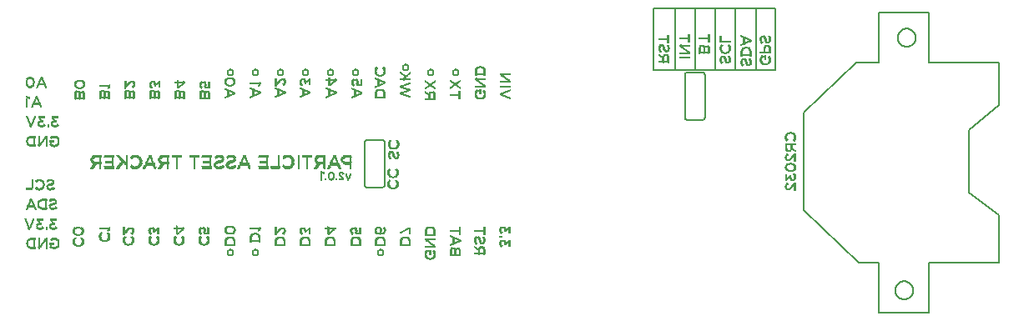
<source format=gbo>
G75*
%MOIN*%
%OFA0B0*%
%FSLAX25Y25*%
%IPPOS*%
%LPD*%
%AMOC8*
5,1,8,0,0,1.08239X$1,22.5*
%
%ADD10R,0.00040X0.00440*%
%ADD11R,0.00040X0.01000*%
%ADD12R,0.00040X0.01320*%
%ADD13R,0.00040X0.01840*%
%ADD14R,0.00040X0.00760*%
%ADD15R,0.00040X0.00800*%
%ADD16R,0.00040X0.01560*%
%ADD17R,0.00040X0.02080*%
%ADD18R,0.00040X0.00720*%
%ADD19R,0.00040X0.00760*%
%ADD20R,0.00040X0.01760*%
%ADD21R,0.00040X0.02280*%
%ADD22R,0.00040X0.01960*%
%ADD23R,0.00040X0.02400*%
%ADD24R,0.00040X0.02120*%
%ADD25R,0.00040X0.02480*%
%ADD26R,0.00040X0.02240*%
%ADD27R,0.00040X0.02560*%
%ADD28R,0.00040X0.02680*%
%ADD29R,0.00040X0.02520*%
%ADD30R,0.00040X0.02720*%
%ADD31R,0.00040X0.02600*%
%ADD32R,0.00040X0.02800*%
%ADD33R,0.00040X0.00720*%
%ADD34R,0.00040X0.02720*%
%ADD35R,0.00040X0.02880*%
%ADD36R,0.00040X0.02800*%
%ADD37R,0.00040X0.02920*%
%ADD38R,0.00040X0.00720*%
%ADD39R,0.00040X0.02840*%
%ADD40R,0.00040X0.02960*%
%ADD41R,0.00040X0.03040*%
%ADD42R,0.00040X0.00800*%
%ADD43R,0.00040X0.03080*%
%ADD44R,0.00040X0.01520*%
%ADD45R,0.00040X0.01120*%
%ADD46R,0.00040X0.03120*%
%ADD47R,0.00040X0.01280*%
%ADD48R,0.00040X0.01000*%
%ADD49R,0.00040X0.03160*%
%ADD50R,0.00040X0.00720*%
%ADD51R,0.00040X0.01120*%
%ADD52R,0.00040X0.00880*%
%ADD53R,0.00040X0.03200*%
%ADD54R,0.00040X0.01360*%
%ADD55R,0.00040X0.00840*%
%ADD56R,0.00040X0.01240*%
%ADD57R,0.00040X0.01160*%
%ADD58R,0.00040X0.00640*%
%ADD59R,0.00040X0.01080*%
%ADD60R,0.00040X0.00560*%
%ADD61R,0.00040X0.01040*%
%ADD62R,0.00040X0.00480*%
%ADD63R,0.00040X0.00360*%
%ADD64R,0.00040X0.00960*%
%ADD65R,0.00040X0.00280*%
%ADD66R,0.00040X0.00200*%
%ADD67R,0.00040X0.00960*%
%ADD68R,0.00040X0.00120*%
%ADD69R,0.00040X0.03400*%
%ADD70R,0.00040X0.00040*%
%ADD71R,0.00040X0.03320*%
%ADD72R,0.00040X0.00840*%
%ADD73R,0.00040X0.03320*%
%ADD74R,0.00040X0.00840*%
%ADD75R,0.00040X0.03240*%
%ADD76R,0.00040X0.03160*%
%ADD77R,0.00040X0.03000*%
%ADD78R,0.00040X0.02920*%
%ADD79R,0.00040X0.01200*%
%ADD80R,0.00040X0.02920*%
%ADD81R,0.00040X0.01280*%
%ADD82R,0.00040X0.01440*%
%ADD83R,0.00040X0.01680*%
%ADD84R,0.00040X0.01840*%
%ADD85R,0.00040X0.01880*%
%ADD86R,0.00040X0.02040*%
%ADD87R,0.00040X0.02080*%
%ADD88R,0.00040X0.02040*%
%ADD89R,0.00040X0.01640*%
%ADD90R,0.00040X0.01520*%
%ADD91R,0.00040X0.01400*%
%ADD92R,0.00040X0.00680*%
%ADD93R,0.00040X0.01040*%
%ADD94R,0.00040X0.00920*%
%ADD95R,0.00040X0.00680*%
%ADD96R,0.00040X0.00880*%
%ADD97R,0.00040X0.00080*%
%ADD98R,0.00040X0.00200*%
%ADD99R,0.00040X0.01040*%
%ADD100R,0.00040X0.00320*%
%ADD101R,0.00040X0.01480*%
%ADD102R,0.00040X0.00400*%
%ADD103R,0.00040X0.01080*%
%ADD104R,0.00040X0.00480*%
%ADD105R,0.00040X0.01160*%
%ADD106R,0.00040X0.01400*%
%ADD107R,0.00040X0.00600*%
%ADD108R,0.00040X0.01320*%
%ADD109R,0.00040X0.01240*%
%ADD110R,0.00040X0.03120*%
%ADD111R,0.00040X0.02760*%
%ADD112R,0.00040X0.02920*%
%ADD113R,0.00040X0.02600*%
%ADD114R,0.00040X0.02880*%
%ADD115R,0.00040X0.02160*%
%ADD116R,0.00040X0.02040*%
%ADD117R,0.00040X0.02480*%
%ADD118R,0.00040X0.01920*%
%ADD119R,0.00040X0.01720*%
%ADD120R,0.00040X0.01600*%
%ADD121R,0.00040X0.01800*%
%ADD122R,0.00040X0.02000*%
%ADD123R,0.00040X0.02280*%
%ADD124R,0.00040X0.02520*%
%ADD125R,0.00040X0.02640*%
%ADD126R,0.00040X0.02840*%
%ADD127R,0.00040X0.01360*%
%ADD128R,0.00040X0.00640*%
%ADD129R,0.00040X0.00520*%
%ADD130R,0.00040X0.00440*%
%ADD131R,0.00040X0.00280*%
%ADD132R,0.00040X0.00080*%
%ADD133R,0.00040X0.00840*%
%ADD134R,0.00040X0.00120*%
%ADD135R,0.00040X0.00920*%
%ADD136R,0.00040X0.01320*%
%ADD137R,0.00040X0.03240*%
%ADD138R,0.00040X0.02760*%
%ADD139R,0.00040X0.02560*%
%ADD140R,0.00040X0.02440*%
%ADD141R,0.00040X0.02200*%
%ADD142R,0.00040X0.01640*%
%ADD143R,0.00040X0.00640*%
%ADD144R,0.00040X0.00640*%
%ADD145R,0.00040X0.01240*%
%ADD146R,0.00040X0.01560*%
%ADD147R,0.00040X0.00920*%
%ADD148R,0.00040X0.00920*%
%ADD149R,0.00040X0.01600*%
%ADD150R,0.00040X0.01440*%
%ADD151R,0.00040X0.01240*%
%ADD152R,0.00040X0.03360*%
%ADD153R,0.00040X0.01120*%
%ADD154R,0.00040X0.03360*%
%ADD155R,0.00040X0.01440*%
%ADD156R,0.00040X0.01320*%
%ADD157R,0.00040X0.02240*%
%ADD158R,0.00040X0.02120*%
%ADD159R,0.00040X0.02400*%
%ADD160R,0.00040X0.02240*%
%ADD161R,0.00040X0.03000*%
%ADD162R,0.00040X0.02840*%
%ADD163R,0.00040X0.03280*%
%ADD164R,0.00040X0.01040*%
%ADD165R,0.00040X0.02040*%
%ADD166R,0.00040X0.02200*%
%ADD167R,0.00040X0.02320*%
%ADD168R,0.00040X0.01440*%
%ADD169R,0.00040X0.01800*%
%ADD170R,0.00040X0.03040*%
%ADD171R,0.00040X0.03120*%
%ADD172R,0.00040X0.01640*%
%ADD173R,0.00040X0.00160*%
%ADD174R,0.00040X0.00240*%
%ADD175R,0.00040X0.00320*%
%ADD176R,0.00040X0.00600*%
%ADD177R,0.00040X0.03240*%
%ADD178R,0.00040X0.03080*%
%ADD179R,0.00040X0.02960*%
%ADD180R,0.00040X0.03200*%
%ADD181R,0.00040X0.03120*%
%ADD182R,0.00040X0.03040*%
%ADD183R,0.00040X0.02360*%
%ADD184R,0.00040X0.02720*%
%ADD185R,0.00040X0.01920*%
%ADD186R,0.00040X0.02640*%
%ADD187R,0.00040X0.01720*%
%ADD188R,0.00040X0.01680*%
%ADD189R,0.00040X0.01120*%
%ADD190R,0.00040X0.03040*%
%ADD191R,0.00040X0.01640*%
%ADD192R,0.00040X0.01840*%
%ADD193R,0.00040X0.01920*%
%ADD194R,0.00040X0.02320*%
%ADD195R,0.00040X0.00520*%
%ADD196R,0.00040X0.00240*%
%ADD197R,0.00040X0.00160*%
%ADD198R,0.00040X0.02440*%
%ADD199R,0.00040X0.01760*%
%ADD200R,0.00040X0.00120*%
%ADD201R,0.00040X0.00120*%
%ADD202R,0.00040X0.00240*%
%ADD203R,0.00040X0.00520*%
%ADD204R,0.00040X0.00520*%
%ADD205R,0.00520X0.00040*%
%ADD206R,0.00920X0.00040*%
%ADD207R,0.00760X0.00040*%
%ADD208R,0.00800X0.00040*%
%ADD209R,0.01160X0.00040*%
%ADD210R,0.00720X0.00040*%
%ADD211R,0.01360X0.00040*%
%ADD212R,0.00760X0.00040*%
%ADD213R,0.01520X0.00040*%
%ADD214R,0.00040X0.02680*%
%ADD215R,0.01680X0.00040*%
%ADD216R,0.01800X0.00040*%
%ADD217R,0.01920X0.00040*%
%ADD218R,0.02040X0.00040*%
%ADD219R,0.02120X0.00040*%
%ADD220R,0.00720X0.00040*%
%ADD221R,0.02200X0.00040*%
%ADD222R,0.02320X0.00040*%
%ADD223R,0.02400X0.00040*%
%ADD224R,0.02480X0.00040*%
%ADD225R,0.00800X0.00040*%
%ADD226R,0.02520X0.00040*%
%ADD227R,0.00040X0.02720*%
%ADD228R,0.02600X0.00040*%
%ADD229R,0.02680X0.00040*%
%ADD230R,0.01080X0.00040*%
%ADD231R,0.01040X0.00040*%
%ADD232R,0.00720X0.00040*%
%ADD233R,0.01000X0.00040*%
%ADD234R,0.01000X0.00040*%
%ADD235R,0.00960X0.00040*%
%ADD236R,0.00920X0.00040*%
%ADD237R,0.00880X0.00040*%
%ADD238R,0.00880X0.00040*%
%ADD239R,0.00840X0.00040*%
%ADD240R,0.00840X0.00040*%
%ADD241R,0.03400X0.00040*%
%ADD242R,0.03400X0.00040*%
%ADD243R,0.03320X0.00040*%
%ADD244R,0.03240X0.00040*%
%ADD245R,0.03240X0.00040*%
%ADD246R,0.03160X0.00040*%
%ADD247R,0.03080X0.00040*%
%ADD248R,0.03080X0.00040*%
%ADD249R,0.03000X0.00040*%
%ADD250R,0.02920X0.00040*%
%ADD251R,0.00720X0.00040*%
%ADD252R,0.00680X0.00040*%
%ADD253R,0.00680X0.00040*%
%ADD254R,0.01480X0.00040*%
%ADD255R,0.01400X0.00040*%
%ADD256R,0.01320X0.00040*%
%ADD257R,0.01320X0.00040*%
%ADD258R,0.01240X0.00040*%
%ADD259R,0.01160X0.00040*%
%ADD260R,0.02440X0.00040*%
%ADD261R,0.02280X0.00040*%
%ADD262R,0.01640X0.00040*%
%ADD263R,0.01320X0.00040*%
%ADD264R,0.00080X0.00040*%
%ADD265R,0.00240X0.00040*%
%ADD266R,0.00400X0.00040*%
%ADD267R,0.00560X0.00040*%
%ADD268R,0.01560X0.00040*%
%ADD269R,0.01600X0.00040*%
%ADD270R,0.01600X0.00040*%
%ADD271R,0.01560X0.00040*%
%ADD272R,0.01440X0.00040*%
%ADD273R,0.01200X0.00040*%
%ADD274R,0.00920X0.00040*%
%ADD275R,0.00440X0.00040*%
%ADD276R,0.00600X0.00040*%
%ADD277R,0.01400X0.00040*%
%ADD278R,0.02920X0.00040*%
%ADD279R,0.01760X0.00040*%
%ADD280R,0.01960X0.00040*%
%ADD281R,0.02000X0.00040*%
%ADD282R,0.02120X0.00040*%
%ADD283R,0.02240X0.00040*%
%ADD284R,0.02280X0.00040*%
%ADD285R,0.02520X0.00040*%
%ADD286R,0.02640X0.00040*%
%ADD287R,0.02720X0.00040*%
%ADD288R,0.02720X0.00040*%
%ADD289R,0.02800X0.00040*%
%ADD290R,0.02840X0.00040*%
%ADD291R,0.02840X0.00040*%
%ADD292R,0.02960X0.00040*%
%ADD293R,0.03040X0.00040*%
%ADD294R,0.03040X0.00040*%
%ADD295R,0.03120X0.00040*%
%ADD296R,0.01520X0.00040*%
%ADD297R,0.01120X0.00040*%
%ADD298R,0.03200X0.00040*%
%ADD299R,0.01280X0.00040*%
%ADD300R,0.01360X0.00040*%
%ADD301R,0.00640X0.00040*%
%ADD302R,0.00640X0.00040*%
%ADD303R,0.00480X0.00040*%
%ADD304R,0.00520X0.00040*%
%ADD305R,0.00360X0.00040*%
%ADD306R,0.00440X0.00040*%
%ADD307R,0.00280X0.00040*%
%ADD308R,0.00200X0.00040*%
%ADD309R,0.00280X0.00040*%
%ADD310R,0.00120X0.00040*%
%ADD311R,0.00200X0.00040*%
%ADD312R,0.00080X0.00040*%
%ADD313R,0.00040X0.00040*%
%ADD314R,0.00840X0.00040*%
%ADD315R,0.01080X0.00040*%
%ADD316R,0.01280X0.00040*%
%ADD317R,0.01680X0.00040*%
%ADD318R,0.01840X0.00040*%
%ADD319R,0.01880X0.00040*%
%ADD320R,0.02080X0.00040*%
%ADD321R,0.02080X0.00040*%
%ADD322R,0.02040X0.00040*%
%ADD323R,0.01640X0.00040*%
%ADD324R,0.01520X0.00040*%
%ADD325R,0.01040X0.00040*%
%ADD326R,0.00320X0.00040*%
%ADD327R,0.00640X0.00040*%
%ADD328R,0.00480X0.00040*%
%ADD329R,0.01040X0.00040*%
%ADD330R,0.01120X0.00040*%
%ADD331R,0.01240X0.00040*%
%ADD332R,0.02760X0.00040*%
%ADD333R,0.02880X0.00040*%
%ADD334R,0.02600X0.00040*%
%ADD335R,0.02760X0.00040*%
%ADD336R,0.02560X0.00040*%
%ADD337R,0.02160X0.00040*%
%ADD338R,0.02040X0.00040*%
%ADD339R,0.02200X0.00040*%
%ADD340R,0.01920X0.00040*%
%ADD341R,0.01720X0.00040*%
%ADD342R,0.00960X0.00040*%
%ADD343R,0.01840X0.00040*%
%ADD344R,0.02560X0.00040*%
%ADD345R,0.02800X0.00040*%
%ADD346R,0.02920X0.00040*%
%ADD347R,0.03160X0.00040*%
%ADD348R,0.01040X0.00040*%
%ADD349R,0.03320X0.00040*%
%ADD350R,0.00840X0.00040*%
%ADD351R,0.03320X0.00040*%
%ADD352R,0.02920X0.00040*%
%ADD353R,0.03120X0.00040*%
%ADD354R,0.02880X0.00040*%
%ADD355R,0.02480X0.00040*%
%ADD356R,0.01240X0.00040*%
%ADD357R,0.01640X0.00040*%
%ADD358R,0.02360X0.00040*%
%ADD359R,0.01320X0.00040*%
%ADD360R,0.00320X0.00040*%
%ADD361R,0.00240X0.00040*%
%ADD362R,0.00160X0.00040*%
%ADD363R,0.01440X0.00040*%
%ADD364R,0.01760X0.00040*%
%ADD365R,0.01720X0.00040*%
%ADD366R,0.01640X0.00040*%
%ADD367R,0.02720X0.00040*%
%ADD368R,0.02720X0.00040*%
%ADD369R,0.01840X0.00040*%
%ADD370R,0.01880X0.00040*%
%ADD371R,0.02240X0.00040*%
%ADD372R,0.02640X0.00040*%
%ADD373R,0.03200X0.00040*%
%ADD374R,0.03040X0.00040*%
%ADD375R,0.03280X0.00040*%
%ADD376R,0.03360X0.00040*%
%ADD377R,0.03120X0.00040*%
%ADD378R,0.01200X0.00040*%
%ADD379R,0.01120X0.00040*%
%ADD380R,0.01480X0.00040*%
%ADD381R,0.01800X0.00040*%
%ADD382R,0.00920X0.00040*%
%ADD383R,0.01520X0.00040*%
%ADD384R,0.00360X0.00040*%
%ADD385R,0.01120X0.00040*%
%ADD386R,0.00040X0.02640*%
%ADD387R,0.00040X0.01520*%
%ADD388R,0.00040X0.02120*%
%ADD389R,0.00040X0.03280*%
%ADD390R,0.00040X0.02520*%
%ADD391R,0.00040X0.02520*%
%ADD392R,0.00040X0.02120*%
%ADD393R,0.00040X0.01720*%
%ADD394R,0.00040X0.01480*%
%ADD395R,0.00040X0.03440*%
%ADD396R,0.00040X0.03480*%
%ADD397R,0.00040X0.03480*%
%ADD398R,0.00040X0.03520*%
%ADD399R,0.00040X0.03520*%
%ADD400R,0.00040X0.03560*%
%ADD401R,0.00040X0.03560*%
%ADD402R,0.00040X0.02320*%
%ADD403R,0.00040X0.00400*%
%ADD404R,0.00040X0.03400*%
%ADD405R,0.00040X0.03240*%
%ADD406R,0.00040X0.01880*%
%ADD407R,0.00040X0.01200*%
%ADD408R,0.00040X0.01520*%
%ADD409R,0.00040X0.00360*%
%ADD410R,0.00040X0.01920*%
%ADD411R,0.00040X0.00560*%
%ADD412R,0.00040X0.00040*%
%ADD413R,0.00040X0.00240*%
%ADD414R,0.00040X0.03440*%
%ADD415R,0.00040X0.03520*%
%ADD416R,0.00040X0.03520*%
%ADD417R,0.00040X0.01960*%
%ADD418R,0.00040X0.03320*%
%ADD419R,0.00040X0.00040*%
%ADD420R,0.00040X0.00440*%
%ADD421R,0.00040X0.02640*%
%ADD422R,0.00040X0.02440*%
%ADD423R,0.00040X0.02360*%
%ADD424R,0.00040X0.02240*%
%ADD425R,0.00040X0.02440*%
%ADD426R,0.00040X0.01720*%
%ADD427R,0.00040X0.03440*%
%ADD428R,0.00040X0.03600*%
%ADD429C,0.00800*%
%ADD430R,0.00040X0.02840*%
%ADD431R,0.00050X0.00050*%
%ADD432R,0.00850X0.00050*%
%ADD433R,0.00750X0.00050*%
%ADD434R,0.01250X0.00050*%
%ADD435R,0.00950X0.00050*%
%ADD436R,0.01000X0.00050*%
%ADD437R,0.01150X0.00050*%
%ADD438R,0.01750X0.00050*%
%ADD439R,0.03650X0.00050*%
%ADD440R,0.03950X0.00050*%
%ADD441R,0.01850X0.00050*%
%ADD442R,0.00900X0.00050*%
%ADD443R,0.01050X0.00050*%
%ADD444R,0.01950X0.00050*%
%ADD445R,0.03700X0.00050*%
%ADD446R,0.03900X0.00050*%
%ADD447R,0.02050X0.00050*%
%ADD448R,0.01100X0.00050*%
%ADD449R,0.02350X0.00050*%
%ADD450R,0.02550X0.00050*%
%ADD451R,0.02450X0.00050*%
%ADD452R,0.02750X0.00050*%
%ADD453R,0.02650X0.00050*%
%ADD454R,0.02850X0.00050*%
%ADD455R,0.03050X0.00050*%
%ADD456R,0.03000X0.00050*%
%ADD457R,0.03150X0.00050*%
%ADD458R,0.03100X0.00050*%
%ADD459R,0.03350X0.00050*%
%ADD460R,0.03450X0.00050*%
%ADD461R,0.03400X0.00050*%
%ADD462R,0.03550X0.00050*%
%ADD463R,0.03850X0.00050*%
%ADD464R,0.03750X0.00050*%
%ADD465R,0.03800X0.00050*%
%ADD466R,0.04050X0.00050*%
%ADD467R,0.01450X0.00050*%
%ADD468R,0.01550X0.00050*%
%ADD469R,0.01200X0.00050*%
%ADD470R,0.01650X0.00050*%
%ADD471R,0.01600X0.00050*%
%ADD472R,0.01300X0.00050*%
%ADD473R,0.01500X0.00050*%
%ADD474R,0.01400X0.00050*%
%ADD475R,0.01350X0.00050*%
%ADD476R,0.00650X0.00050*%
%ADD477R,0.00550X0.00050*%
%ADD478R,0.00450X0.00050*%
%ADD479R,0.00300X0.00050*%
%ADD480R,0.04350X0.00050*%
%ADD481R,0.00250X0.00050*%
%ADD482R,0.04400X0.00050*%
%ADD483R,0.00200X0.00050*%
%ADD484R,0.04300X0.00050*%
%ADD485R,0.04250X0.00050*%
%ADD486R,0.00100X0.00050*%
%ADD487R,0.04200X0.00050*%
%ADD488R,0.04150X0.00050*%
%ADD489R,0.04100X0.00050*%
%ADD490R,0.04000X0.00050*%
%ADD491R,0.02950X0.00050*%
%ADD492R,0.03250X0.00050*%
%ADD493R,0.03600X0.00050*%
%ADD494R,0.02150X0.00050*%
%ADD495R,0.02300X0.00050*%
%ADD496R,0.02400X0.00050*%
%ADD497R,0.02800X0.00050*%
%ADD498R,0.02700X0.00050*%
%ADD499R,0.02600X0.00050*%
%ADD500R,0.02250X0.00050*%
%ADD501R,0.02100X0.00050*%
%ADD502R,0.01900X0.00050*%
%ADD503R,0.01800X0.00050*%
%ADD504R,0.00150X0.00050*%
%ADD505R,0.00500X0.00050*%
%ADD506R,0.00350X0.00050*%
%ADD507R,0.01700X0.00050*%
%ADD508R,0.00700X0.00050*%
%ADD509R,0.00800X0.00050*%
%ADD510R,0.03500X0.00050*%
%ADD511R,0.00390X0.00030*%
%ADD512R,0.00510X0.00030*%
%ADD513R,0.00690X0.00030*%
%ADD514R,0.02280X0.00030*%
%ADD515R,0.00600X0.00030*%
%ADD516R,0.00870X0.00030*%
%ADD517R,0.00570X0.00030*%
%ADD518R,0.01020X0.00030*%
%ADD519R,0.01140X0.00030*%
%ADD520R,0.01260X0.00030*%
%ADD521R,0.00630X0.00030*%
%ADD522R,0.01350X0.00030*%
%ADD523R,0.01440X0.00030*%
%ADD524R,0.00690X0.00030*%
%ADD525R,0.01530X0.00030*%
%ADD526R,0.01590X0.00030*%
%ADD527R,0.01650X0.00030*%
%ADD528R,0.00750X0.00030*%
%ADD529R,0.01740X0.00030*%
%ADD530R,0.01800X0.00030*%
%ADD531R,0.00810X0.00030*%
%ADD532R,0.01860X0.00030*%
%ADD533R,0.01890X0.00030*%
%ADD534R,0.01950X0.00030*%
%ADD535R,0.02010X0.00030*%
%ADD536R,0.02220X0.00030*%
%ADD537R,0.00930X0.00030*%
%ADD538R,0.00720X0.00030*%
%ADD539R,0.00780X0.00030*%
%ADD540R,0.00720X0.00030*%
%ADD541R,0.00990X0.00030*%
%ADD542R,0.00660X0.00030*%
%ADD543R,0.00480X0.00030*%
%ADD544R,0.00540X0.00030*%
%ADD545R,0.00540X0.00030*%
%ADD546R,0.00570X0.00030*%
%ADD547R,0.00030X0.00030*%
%ADD548R,0.00060X0.00030*%
%ADD549R,0.00150X0.00030*%
%ADD550R,0.00180X0.00030*%
%ADD551R,0.00240X0.00030*%
%ADD552R,0.00330X0.00030*%
%ADD553R,0.00390X0.00030*%
%ADD554R,0.00450X0.00030*%
%ADD555R,0.00870X0.00030*%
%ADD556R,0.00840X0.00030*%
%ADD557R,0.01920X0.00030*%
%ADD558R,0.01830X0.00030*%
%ADD559R,0.01770X0.00030*%
%ADD560R,0.01710X0.00030*%
%ADD561R,0.01440X0.00030*%
%ADD562R,0.01290X0.00030*%
%ADD563R,0.01230X0.00030*%
%ADD564R,0.01170X0.00030*%
%ADD565R,0.01140X0.00030*%
%ADD566R,0.01050X0.00030*%
%ADD567R,0.00990X0.00030*%
%ADD568R,0.00900X0.00030*%
%ADD569R,0.00420X0.00030*%
%ADD570R,0.00560X0.00040*%
%ADD571C,0.00600*%
%ADD572C,0.00500*%
D10*
X0117378Y0100793D03*
X0193138Y0137733D03*
X0230158Y0157633D03*
X0324642Y0170337D03*
X0332942Y0169337D03*
X0226538Y0098133D03*
X0210158Y0093533D03*
D11*
X0210358Y0093413D03*
X0210198Y0091173D03*
X0210158Y0091133D03*
X0207678Y0091093D03*
X0210598Y0095693D03*
X0210078Y0102853D03*
X0200158Y0098833D03*
X0197798Y0098793D03*
X0190158Y0098793D03*
X0187798Y0098753D03*
X0188758Y0100833D03*
X0187478Y0101153D03*
X0190438Y0101233D03*
X0180358Y0098793D03*
X0177998Y0098753D03*
X0177078Y0101793D03*
X0177758Y0102673D03*
X0179038Y0102713D03*
X0170158Y0098793D03*
X0167798Y0098753D03*
X0160158Y0098793D03*
X0157798Y0098753D03*
X0156878Y0101793D03*
X0150438Y0102633D03*
X0150398Y0100913D03*
X0148678Y0102153D03*
X0148638Y0102113D03*
X0148598Y0102073D03*
X0148438Y0101873D03*
X0148398Y0101833D03*
X0148358Y0101793D03*
X0148198Y0101593D03*
X0148158Y0101553D03*
X0147958Y0101313D03*
X0147798Y0098753D03*
X0150158Y0098793D03*
X0140158Y0100293D03*
X0137798Y0100253D03*
X0130398Y0101233D03*
X0130398Y0103073D03*
X0130358Y0103113D03*
X0127598Y0103073D03*
X0127598Y0101233D03*
X0127638Y0101193D03*
X0127798Y0098753D03*
X0130158Y0098793D03*
X0119978Y0099113D03*
X0119858Y0096833D03*
X0119778Y0096753D03*
X0119738Y0096713D03*
X0117378Y0096753D03*
X0117338Y0096793D03*
X0117298Y0096833D03*
X0109858Y0096833D03*
X0109778Y0096753D03*
X0109738Y0096713D03*
X0107378Y0096753D03*
X0107338Y0096793D03*
X0107298Y0096833D03*
X0109978Y0099113D03*
X0110258Y0102673D03*
X0110298Y0102713D03*
X0116458Y0101833D03*
X0117138Y0102753D03*
X0118378Y0102793D03*
X0119098Y0101913D03*
X0117178Y0100873D03*
X0099978Y0099113D03*
X0099858Y0096833D03*
X0099778Y0096753D03*
X0099738Y0096713D03*
X0097378Y0096753D03*
X0097338Y0096793D03*
X0097298Y0096833D03*
X0089658Y0096833D03*
X0089578Y0096753D03*
X0089538Y0096713D03*
X0087178Y0096753D03*
X0087138Y0096793D03*
X0087098Y0096833D03*
X0089778Y0099113D03*
X0089778Y0100953D03*
X0090498Y0101913D03*
X0088338Y0102473D03*
X0088258Y0102393D03*
X0088178Y0102313D03*
X0088138Y0102273D03*
X0088098Y0102233D03*
X0088058Y0102193D03*
X0087978Y0102113D03*
X0087698Y0101753D03*
X0087658Y0101713D03*
X0087578Y0101633D03*
X0087538Y0101593D03*
X0087498Y0101553D03*
X0087298Y0101273D03*
X0087178Y0101153D03*
X0087138Y0101113D03*
X0087098Y0101073D03*
X0087058Y0101033D03*
X0080278Y0100613D03*
X0080158Y0098333D03*
X0080078Y0098253D03*
X0080038Y0098213D03*
X0077678Y0098253D03*
X0077638Y0098293D03*
X0077598Y0098333D03*
X0069778Y0098613D03*
X0069698Y0100693D03*
X0069778Y0100773D03*
X0069778Y0102613D03*
X0069738Y0102653D03*
X0069698Y0102693D03*
X0067058Y0102693D03*
X0066978Y0102613D03*
X0066938Y0102573D03*
X0066978Y0100773D03*
X0067058Y0100693D03*
X0067098Y0096333D03*
X0067138Y0096293D03*
X0067178Y0096253D03*
X0069538Y0096213D03*
X0069578Y0096253D03*
X0069658Y0096333D03*
X0098258Y0102753D03*
X0192798Y0119333D03*
X0192838Y0119293D03*
X0192878Y0119253D03*
X0195238Y0119213D03*
X0195278Y0119253D03*
X0195358Y0119333D03*
X0195478Y0121613D03*
X0195238Y0123713D03*
X0195278Y0123753D03*
X0195358Y0123833D03*
X0195478Y0126113D03*
X0192878Y0123753D03*
X0192838Y0123793D03*
X0192798Y0123833D03*
X0192898Y0131053D03*
X0192178Y0132173D03*
X0193778Y0133133D03*
X0195778Y0132973D03*
X0194858Y0131173D03*
X0195578Y0135293D03*
X0195698Y0137573D03*
X0193058Y0135253D03*
X0197278Y0156793D03*
X0197278Y0159513D03*
X0200438Y0158153D03*
X0208878Y0160253D03*
X0218878Y0160413D03*
X0227678Y0155193D03*
X0230158Y0155233D03*
X0230198Y0155273D03*
X0230358Y0157513D03*
X0230598Y0159793D03*
X0237198Y0156473D03*
X0237238Y0156473D03*
X0240598Y0161673D03*
X0230078Y0166953D03*
X0190678Y0161093D03*
X0190078Y0157813D03*
X0190198Y0164453D03*
X0187678Y0164413D03*
X0187638Y0164453D03*
X0179458Y0162073D03*
X0178178Y0162033D03*
X0177498Y0161153D03*
X0181378Y0156993D03*
X0171178Y0157093D03*
X0171138Y0162133D03*
X0160678Y0157193D03*
X0156798Y0161353D03*
X0150558Y0162193D03*
X0148798Y0161713D03*
X0148758Y0161673D03*
X0148558Y0161433D03*
X0148478Y0161353D03*
X0148278Y0161113D03*
X0148078Y0160873D03*
X0148038Y0160833D03*
X0147838Y0160593D03*
X0150878Y0157193D03*
X0140878Y0157093D03*
X0130678Y0156893D03*
X0127558Y0160453D03*
X0130278Y0162373D03*
X0118758Y0161073D03*
X0117478Y0161033D03*
X0116798Y0160153D03*
X0110638Y0161133D03*
X0096798Y0160353D03*
X0090358Y0161193D03*
X0088598Y0160713D03*
X0088558Y0160673D03*
X0088358Y0160433D03*
X0088278Y0160353D03*
X0088078Y0160113D03*
X0087878Y0159873D03*
X0087838Y0159833D03*
X0087638Y0159593D03*
X0070278Y0161373D03*
X0067558Y0159453D03*
X0220398Y0094513D03*
X0220758Y0097993D03*
X0220798Y0097993D03*
X0226578Y0098133D03*
X0227298Y0097013D03*
X0229258Y0097133D03*
X0230178Y0098933D03*
X0228178Y0099093D03*
X0236678Y0096813D03*
X0236678Y0102133D03*
X0351398Y0118693D03*
X0351438Y0120413D03*
X0353158Y0119173D03*
X0353198Y0119213D03*
X0353238Y0119253D03*
X0353398Y0119453D03*
X0353438Y0119493D03*
X0353478Y0119533D03*
X0353638Y0119733D03*
X0353678Y0119773D03*
X0353878Y0120013D03*
X0354958Y0123333D03*
X0354238Y0126333D03*
X0354238Y0128173D03*
X0354198Y0128213D03*
X0351438Y0128173D03*
X0351438Y0126333D03*
X0351478Y0126293D03*
X0351398Y0130373D03*
X0351438Y0132093D03*
X0353158Y0130853D03*
X0353198Y0130893D03*
X0353238Y0130933D03*
X0353398Y0131133D03*
X0353438Y0131173D03*
X0353478Y0131213D03*
X0353638Y0131413D03*
X0353678Y0131453D03*
X0353878Y0131693D03*
X0351438Y0138253D03*
X0351558Y0140533D03*
X0354078Y0140573D03*
X0344042Y0168917D03*
X0344082Y0168957D03*
X0344242Y0171197D03*
X0341562Y0168877D03*
X0336582Y0170137D03*
X0334582Y0170297D03*
X0332982Y0169337D03*
X0333702Y0168217D03*
X0335662Y0168337D03*
X0336262Y0174697D03*
X0333902Y0174657D03*
X0336862Y0177977D03*
X0336902Y0177977D03*
X0340682Y0178397D03*
X0341402Y0177277D03*
X0343362Y0177397D03*
X0344282Y0179197D03*
X0342282Y0179357D03*
X0328202Y0175737D03*
X0328082Y0173457D03*
X0328282Y0171137D03*
X0326282Y0171297D03*
X0324682Y0170337D03*
X0325402Y0169217D03*
X0327362Y0169337D03*
X0325562Y0173417D03*
X0312282Y0173117D03*
X0309002Y0175757D03*
X0303782Y0175657D03*
X0301782Y0175817D03*
X0300182Y0174857D03*
X0300902Y0173737D03*
X0302862Y0173857D03*
D12*
X0324722Y0170337D03*
X0333022Y0169337D03*
X0340722Y0178397D03*
X0354318Y0124213D03*
X0237318Y0095933D03*
X0226618Y0098133D03*
X0207718Y0098173D03*
X0192218Y0132173D03*
X0181018Y0156993D03*
X0190318Y0161093D03*
X0170818Y0157093D03*
X0160318Y0157193D03*
X0150518Y0157193D03*
X0140518Y0157093D03*
X0130318Y0156893D03*
X0227718Y0162273D03*
D13*
X0333022Y0172677D03*
X0196918Y0096813D03*
X0186918Y0096773D03*
X0177118Y0096773D03*
X0166918Y0096773D03*
X0156918Y0096773D03*
X0146918Y0096773D03*
X0136918Y0098273D03*
X0126918Y0096773D03*
X0098418Y0102213D03*
D14*
X0097818Y0102993D03*
X0097418Y0102913D03*
X0089218Y0102913D03*
X0089018Y0102873D03*
X0088618Y0096313D03*
X0088218Y0096313D03*
X0088018Y0096353D03*
X0087818Y0096393D03*
X0079118Y0097813D03*
X0078718Y0097813D03*
X0078518Y0097853D03*
X0078318Y0097893D03*
X0068618Y0095813D03*
X0068218Y0095813D03*
X0068018Y0095853D03*
X0067818Y0095893D03*
X0068218Y0100253D03*
X0068418Y0100253D03*
X0068618Y0100253D03*
X0067818Y0100293D03*
X0067418Y0102933D03*
X0067818Y0103093D03*
X0068218Y0103133D03*
X0068418Y0103133D03*
X0068618Y0103093D03*
X0098018Y0096393D03*
X0098218Y0096353D03*
X0098418Y0096313D03*
X0098818Y0096313D03*
X0108018Y0096393D03*
X0108218Y0096353D03*
X0108418Y0096313D03*
X0108818Y0096313D03*
X0108818Y0101353D03*
X0107418Y0102833D03*
X0110618Y0102833D03*
X0118018Y0102993D03*
X0118018Y0096393D03*
X0118218Y0096353D03*
X0118418Y0096313D03*
X0118818Y0096313D03*
X0128718Y0099193D03*
X0128918Y0099233D03*
X0129118Y0099233D03*
X0129318Y0099193D03*
X0129518Y0099153D03*
X0129518Y0100753D03*
X0129118Y0100713D03*
X0128918Y0100713D03*
X0128718Y0100713D03*
X0128518Y0100753D03*
X0128118Y0103433D03*
X0128518Y0103553D03*
X0128718Y0103593D03*
X0128918Y0103593D03*
X0129118Y0103593D03*
X0129318Y0103553D03*
X0138718Y0100693D03*
X0138918Y0100733D03*
X0139118Y0100733D03*
X0139318Y0100693D03*
X0139518Y0100653D03*
X0148718Y0099193D03*
X0148918Y0099233D03*
X0149118Y0099233D03*
X0149318Y0099193D03*
X0149518Y0099153D03*
X0149718Y0102873D03*
X0149918Y0102873D03*
X0158318Y0102913D03*
X0158918Y0099233D03*
X0159118Y0099233D03*
X0159318Y0099193D03*
X0159518Y0099153D03*
X0158718Y0099193D03*
X0168718Y0099193D03*
X0168918Y0099233D03*
X0169118Y0099233D03*
X0169318Y0099193D03*
X0169518Y0099153D03*
X0178918Y0099193D03*
X0179118Y0099233D03*
X0179318Y0099233D03*
X0179518Y0099193D03*
X0179718Y0099153D03*
X0179118Y0101113D03*
X0187718Y0100913D03*
X0188318Y0100753D03*
X0189518Y0100753D03*
X0189718Y0100793D03*
X0189918Y0100873D03*
X0189518Y0099153D03*
X0189318Y0099193D03*
X0189118Y0099233D03*
X0188918Y0099233D03*
X0188718Y0099193D03*
X0198718Y0099233D03*
X0198918Y0099273D03*
X0199118Y0099273D03*
X0199318Y0099233D03*
X0199518Y0099193D03*
X0207718Y0093813D03*
X0208318Y0090733D03*
X0208518Y0090693D03*
X0208718Y0090653D03*
X0208918Y0090653D03*
X0209118Y0090653D03*
X0209318Y0090693D03*
X0210918Y0095573D03*
X0216918Y0096193D03*
X0217118Y0096273D03*
X0217918Y0094953D03*
X0218518Y0094833D03*
X0220118Y0094713D03*
X0219518Y0098673D03*
X0219318Y0098753D03*
X0219118Y0098833D03*
X0217918Y0099353D03*
X0217718Y0099433D03*
X0217518Y0099513D03*
X0217318Y0099593D03*
X0209318Y0103253D03*
X0209118Y0103293D03*
X0208918Y0103293D03*
X0208718Y0103293D03*
X0208518Y0103253D03*
X0227418Y0099253D03*
X0229018Y0095293D03*
X0229618Y0095373D03*
X0238118Y0097933D03*
X0238118Y0103253D03*
X0194318Y0118813D03*
X0193918Y0118813D03*
X0193718Y0118853D03*
X0193518Y0118893D03*
X0193918Y0123313D03*
X0193718Y0123353D03*
X0193518Y0123393D03*
X0194318Y0123313D03*
X0193018Y0133293D03*
X0194218Y0134773D03*
X0194418Y0134773D03*
X0194618Y0134813D03*
X0194818Y0134853D03*
X0228518Y0154793D03*
X0228718Y0154753D03*
X0228918Y0154753D03*
X0229118Y0154753D03*
X0229318Y0154793D03*
X0228318Y0154833D03*
X0227718Y0157913D03*
X0230918Y0159673D03*
X0236918Y0156473D03*
X0238118Y0155993D03*
X0238318Y0155913D03*
X0238518Y0155833D03*
X0238718Y0155753D03*
X0238918Y0155673D03*
X0239118Y0155593D03*
X0239318Y0157473D03*
X0239518Y0157553D03*
X0239718Y0157633D03*
X0240918Y0161553D03*
X0229318Y0167353D03*
X0229118Y0167393D03*
X0228918Y0167393D03*
X0228718Y0167393D03*
X0228518Y0167353D03*
X0209318Y0157253D03*
X0200918Y0160873D03*
X0200718Y0160793D03*
X0200318Y0160673D03*
X0200118Y0160593D03*
X0199718Y0160473D03*
X0199518Y0160393D03*
X0198318Y0156313D03*
X0198718Y0156193D03*
X0198918Y0156113D03*
X0199318Y0155993D03*
X0199518Y0155913D03*
X0199918Y0155793D03*
X0200118Y0155713D03*
X0190918Y0161093D03*
X0189718Y0161653D03*
X0189518Y0161733D03*
X0189318Y0161813D03*
X0188518Y0162173D03*
X0187718Y0162493D03*
X0187518Y0162573D03*
X0187118Y0162773D03*
X0186918Y0162853D03*
X0188518Y0163973D03*
X0188718Y0163933D03*
X0188918Y0163933D03*
X0189118Y0163933D03*
X0189318Y0163973D03*
X0188518Y0160013D03*
X0187318Y0159493D03*
X0187118Y0159413D03*
X0186918Y0159333D03*
X0188518Y0158213D03*
X0188718Y0158253D03*
X0188918Y0158253D03*
X0189118Y0158253D03*
X0189318Y0158213D03*
X0181618Y0156993D03*
X0180418Y0157553D03*
X0180218Y0157633D03*
X0180018Y0157713D03*
X0179218Y0158073D03*
X0178418Y0158393D03*
X0178218Y0158473D03*
X0177818Y0158673D03*
X0177618Y0158753D03*
X0179218Y0155913D03*
X0178018Y0155393D03*
X0177818Y0155313D03*
X0177618Y0155233D03*
X0171418Y0157093D03*
X0170218Y0157653D03*
X0170018Y0157733D03*
X0169818Y0157813D03*
X0169018Y0158173D03*
X0168218Y0158493D03*
X0168018Y0158573D03*
X0167618Y0158773D03*
X0167418Y0158853D03*
X0169018Y0156013D03*
X0167818Y0155493D03*
X0167618Y0155413D03*
X0167418Y0155333D03*
X0170018Y0161093D03*
X0171418Y0162253D03*
X0178418Y0162233D03*
X0160918Y0157193D03*
X0159718Y0157753D03*
X0159518Y0157833D03*
X0159318Y0157913D03*
X0158518Y0158273D03*
X0157718Y0158593D03*
X0157518Y0158673D03*
X0157118Y0158873D03*
X0156918Y0158953D03*
X0158518Y0156113D03*
X0157318Y0155593D03*
X0157118Y0155513D03*
X0156918Y0155433D03*
X0151118Y0157193D03*
X0149918Y0157753D03*
X0149718Y0157833D03*
X0149518Y0157913D03*
X0148718Y0158273D03*
X0147918Y0158593D03*
X0147718Y0158673D03*
X0147318Y0158873D03*
X0147118Y0158953D03*
X0148718Y0156113D03*
X0147518Y0155593D03*
X0147318Y0155513D03*
X0147118Y0155433D03*
X0141118Y0157093D03*
X0139918Y0157653D03*
X0139718Y0157733D03*
X0139518Y0157813D03*
X0138718Y0158173D03*
X0137918Y0158493D03*
X0137718Y0158573D03*
X0137318Y0158773D03*
X0137118Y0158853D03*
X0138718Y0156013D03*
X0137518Y0155493D03*
X0137318Y0155413D03*
X0137118Y0155333D03*
X0130918Y0156893D03*
X0129718Y0157453D03*
X0129518Y0157533D03*
X0129318Y0157613D03*
X0128518Y0157973D03*
X0127718Y0158293D03*
X0127518Y0158373D03*
X0127118Y0158573D03*
X0126918Y0158653D03*
X0128318Y0160053D03*
X0128518Y0160013D03*
X0128718Y0159973D03*
X0128918Y0159973D03*
X0129118Y0159973D03*
X0129318Y0160013D03*
X0129518Y0160053D03*
X0129518Y0162773D03*
X0129318Y0162813D03*
X0129118Y0162853D03*
X0128918Y0162853D03*
X0128718Y0162853D03*
X0128518Y0162813D03*
X0128318Y0162773D03*
X0117718Y0161233D03*
X0118318Y0157633D03*
X0126918Y0155133D03*
X0127118Y0155213D03*
X0127318Y0155293D03*
X0128518Y0155813D03*
X0110918Y0161253D03*
X0109518Y0160093D03*
X0108318Y0157733D03*
X0098318Y0157833D03*
X0097718Y0161433D03*
X0089918Y0161433D03*
X0089718Y0161433D03*
X0089518Y0161393D03*
X0088318Y0157833D03*
X0078318Y0157733D03*
X0069518Y0159053D03*
X0069318Y0159013D03*
X0069118Y0158973D03*
X0068918Y0158973D03*
X0068718Y0158973D03*
X0068518Y0159013D03*
X0068318Y0159053D03*
X0068318Y0157533D03*
X0068318Y0161773D03*
X0068518Y0161813D03*
X0068718Y0161853D03*
X0068918Y0161853D03*
X0069118Y0161853D03*
X0069318Y0161813D03*
X0069518Y0161773D03*
X0149718Y0162393D03*
X0149918Y0162433D03*
X0150118Y0162433D03*
X0157718Y0162433D03*
X0301022Y0175977D03*
X0308722Y0175877D03*
X0303222Y0172137D03*
X0302622Y0172057D03*
X0317818Y0175833D03*
X0325522Y0171457D03*
X0326722Y0172937D03*
X0326922Y0172937D03*
X0327122Y0172977D03*
X0327322Y0173017D03*
X0333022Y0176177D03*
X0333222Y0176257D03*
X0334822Y0175097D03*
X0335022Y0175137D03*
X0335222Y0175137D03*
X0335422Y0175097D03*
X0335622Y0175057D03*
X0333822Y0170457D03*
X0342522Y0168437D03*
X0342722Y0168437D03*
X0342922Y0168437D03*
X0343122Y0168477D03*
X0343322Y0168517D03*
X0343122Y0175757D03*
X0343722Y0175797D03*
X0341522Y0179517D03*
X0335622Y0178657D03*
X0335422Y0178737D03*
X0335222Y0178817D03*
X0334022Y0179337D03*
X0333822Y0179417D03*
X0333622Y0179497D03*
X0333422Y0179577D03*
X0352318Y0140973D03*
X0352518Y0141013D03*
X0352718Y0141053D03*
X0352918Y0141053D03*
X0352518Y0133853D03*
X0351918Y0133773D03*
X0351918Y0130133D03*
X0352118Y0130133D03*
X0352318Y0128653D03*
X0352718Y0128693D03*
X0352918Y0128693D03*
X0353118Y0128693D03*
X0353318Y0128653D03*
X0353718Y0125973D03*
X0353318Y0125853D03*
X0353118Y0125813D03*
X0352918Y0125813D03*
X0352718Y0125813D03*
X0352518Y0125853D03*
X0353518Y0122213D03*
X0352118Y0118453D03*
X0351918Y0118453D03*
D15*
X0351718Y0118473D03*
X0352318Y0118513D03*
X0352518Y0118593D03*
X0353318Y0122273D03*
X0354118Y0122313D03*
X0353518Y0125913D03*
X0353918Y0126073D03*
X0352318Y0125873D03*
X0352118Y0125913D03*
X0351918Y0125993D03*
X0351918Y0128513D03*
X0352118Y0128593D03*
X0353518Y0128593D03*
X0352518Y0130273D03*
X0352318Y0130193D03*
X0351718Y0130153D03*
X0351718Y0133833D03*
X0354718Y0133833D03*
X0353318Y0140993D03*
X0353118Y0141033D03*
X0352118Y0140913D03*
X0343522Y0168577D03*
X0342322Y0168497D03*
X0342122Y0168537D03*
X0336422Y0168237D03*
X0335822Y0168197D03*
X0334422Y0170437D03*
X0334422Y0174997D03*
X0334622Y0175077D03*
X0335822Y0174997D03*
X0333222Y0179677D03*
X0333022Y0179757D03*
X0327522Y0173077D03*
X0326522Y0172957D03*
X0326322Y0172997D03*
X0326122Y0171437D03*
X0327522Y0169197D03*
X0328122Y0169237D03*
X0319618Y0175613D03*
X0317218Y0175813D03*
X0312522Y0173017D03*
X0303622Y0173757D03*
X0303022Y0173717D03*
X0303422Y0172077D03*
X0300422Y0172077D03*
X0301622Y0175957D03*
X0342122Y0179497D03*
X0343522Y0177257D03*
X0344122Y0177297D03*
X0343922Y0175737D03*
X0240918Y0158093D03*
X0240718Y0158013D03*
X0240518Y0157933D03*
X0240318Y0157853D03*
X0240118Y0157773D03*
X0239918Y0157693D03*
X0239318Y0155493D03*
X0239518Y0155413D03*
X0239718Y0155333D03*
X0239918Y0155253D03*
X0240118Y0155173D03*
X0240318Y0155093D03*
X0240518Y0155013D03*
X0240718Y0154933D03*
X0240918Y0154853D03*
X0229718Y0154933D03*
X0229518Y0154853D03*
X0220118Y0161233D03*
X0219718Y0160953D03*
X0218318Y0159913D03*
X0217918Y0159633D03*
X0217518Y0159353D03*
X0210118Y0161073D03*
X0209718Y0160793D03*
X0208318Y0159753D03*
X0207918Y0159473D03*
X0207518Y0159193D03*
X0200718Y0158173D03*
X0199718Y0155853D03*
X0200318Y0155653D03*
X0200518Y0155573D03*
X0200718Y0155533D03*
X0200918Y0155453D03*
X0200518Y0160733D03*
X0198118Y0162453D03*
X0189718Y0164113D03*
X0189518Y0164033D03*
X0188318Y0164033D03*
X0187318Y0162673D03*
X0188318Y0158153D03*
X0188118Y0158073D03*
X0189518Y0158153D03*
X0179218Y0162253D03*
X0178018Y0158573D03*
X0170418Y0161433D03*
X0170218Y0161273D03*
X0169818Y0160913D03*
X0169618Y0160753D03*
X0169418Y0160593D03*
X0169218Y0160433D03*
X0167818Y0158673D03*
X0157318Y0158773D03*
X0150318Y0162373D03*
X0149518Y0162333D03*
X0147518Y0158773D03*
X0137518Y0158673D03*
X0129918Y0160193D03*
X0129718Y0160113D03*
X0128118Y0160113D03*
X0127918Y0160193D03*
X0127318Y0158473D03*
X0120118Y0157413D03*
X0117718Y0157613D03*
X0118518Y0161253D03*
X0109918Y0160433D03*
X0109718Y0160273D03*
X0109318Y0159913D03*
X0109118Y0159753D03*
X0108918Y0159593D03*
X0108718Y0159433D03*
X0107718Y0157713D03*
X0110118Y0157513D03*
X0100118Y0157613D03*
X0097718Y0157813D03*
X0090118Y0157613D03*
X0087718Y0157813D03*
X0089318Y0161333D03*
X0090118Y0161373D03*
X0080118Y0157513D03*
X0077718Y0157713D03*
X0070118Y0157313D03*
X0069718Y0159113D03*
X0069918Y0159193D03*
X0068118Y0159113D03*
X0067918Y0159193D03*
X0067718Y0157513D03*
X0067918Y0161633D03*
X0068118Y0161713D03*
X0069718Y0161713D03*
X0069918Y0161633D03*
X0127918Y0162633D03*
X0128118Y0162713D03*
X0129718Y0162713D03*
X0129918Y0162633D03*
X0193818Y0134833D03*
X0194018Y0134793D03*
X0195018Y0134913D03*
X0193618Y0133273D03*
X0195018Y0131033D03*
X0195618Y0131073D03*
X0194518Y0123373D03*
X0194118Y0123333D03*
X0194518Y0118873D03*
X0194118Y0118833D03*
X0187718Y0103053D03*
X0190118Y0100973D03*
X0189718Y0099093D03*
X0188518Y0099173D03*
X0188318Y0099093D03*
X0179918Y0099093D03*
X0178718Y0099173D03*
X0178518Y0099093D03*
X0169718Y0099093D03*
X0168518Y0099173D03*
X0168318Y0099093D03*
X0168518Y0100733D03*
X0168718Y0100893D03*
X0168918Y0101053D03*
X0169118Y0101213D03*
X0169318Y0101413D03*
X0169518Y0101573D03*
X0169718Y0101733D03*
X0169918Y0101893D03*
X0159718Y0099093D03*
X0158518Y0099173D03*
X0158318Y0099093D03*
X0158518Y0102853D03*
X0157718Y0102813D03*
X0150118Y0102853D03*
X0149518Y0102813D03*
X0149318Y0102733D03*
X0148518Y0099173D03*
X0148318Y0099093D03*
X0149718Y0099093D03*
X0139718Y0100593D03*
X0138518Y0100673D03*
X0138318Y0100593D03*
X0129918Y0100893D03*
X0129718Y0100813D03*
X0128318Y0100813D03*
X0128518Y0099173D03*
X0128318Y0099093D03*
X0129718Y0099093D03*
X0129918Y0103413D03*
X0129718Y0103493D03*
X0129518Y0103533D03*
X0128318Y0103493D03*
X0127918Y0103333D03*
X0117218Y0100853D03*
X0109418Y0101853D03*
X0109218Y0101693D03*
X0108418Y0101013D03*
X0109218Y0096413D03*
X0109018Y0096373D03*
X0108618Y0096333D03*
X0099018Y0096373D03*
X0098618Y0096333D03*
X0098018Y0102933D03*
X0089418Y0102893D03*
X0088818Y0102813D03*
X0089618Y0100813D03*
X0089018Y0096413D03*
X0088818Y0096373D03*
X0088418Y0096333D03*
X0079318Y0097873D03*
X0078918Y0097833D03*
X0069218Y0100393D03*
X0068018Y0100273D03*
X0067418Y0100433D03*
X0068018Y0103113D03*
X0069218Y0102993D03*
X0069018Y0095913D03*
X0068818Y0095873D03*
X0068418Y0095833D03*
X0118618Y0096333D03*
X0119018Y0096373D03*
X0197118Y0101173D03*
X0197718Y0101493D03*
X0198118Y0101693D03*
X0198318Y0101813D03*
X0198718Y0102013D03*
X0198918Y0102133D03*
X0199118Y0102213D03*
X0199318Y0102333D03*
X0199718Y0102533D03*
X0199918Y0102653D03*
X0200118Y0102733D03*
X0200318Y0102853D03*
X0199718Y0099133D03*
X0198518Y0099213D03*
X0198318Y0099133D03*
X0208118Y0103113D03*
X0208318Y0103193D03*
X0209518Y0103193D03*
X0216918Y0099773D03*
X0217118Y0099693D03*
X0226818Y0095313D03*
X0229818Y0095313D03*
X0229418Y0096993D03*
X0230018Y0097033D03*
X0228018Y0099233D03*
X0236718Y0099513D03*
X0236918Y0099513D03*
X0237118Y0099513D03*
X0237318Y0099513D03*
X0237518Y0099513D03*
X0237518Y0097833D03*
X0238318Y0097873D03*
X0238318Y0103193D03*
X0237518Y0103153D03*
X0209718Y0090833D03*
X0209518Y0090753D03*
X0228118Y0167213D03*
X0228318Y0167293D03*
X0229518Y0167293D03*
D16*
X0228038Y0162153D03*
X0229878Y0160073D03*
X0238038Y0164033D03*
X0239878Y0161953D03*
X0218478Y0160413D03*
X0208478Y0160253D03*
X0159078Y0161513D03*
X0140678Y0160453D03*
X0140638Y0160453D03*
X0140598Y0160453D03*
X0140558Y0160453D03*
X0099078Y0160513D03*
X0080478Y0159453D03*
X0080438Y0159453D03*
X0080398Y0159453D03*
X0080358Y0159453D03*
X0080398Y0102533D03*
X0080278Y0102533D03*
X0098738Y0101993D03*
X0109658Y0102433D03*
X0116538Y0101793D03*
X0140438Y0102493D03*
X0140478Y0102493D03*
X0140558Y0102493D03*
X0140798Y0102493D03*
X0150998Y0101833D03*
X0159158Y0101953D03*
X0208038Y0098053D03*
X0209878Y0095973D03*
X0226658Y0098133D03*
X0228378Y0098733D03*
X0238958Y0096973D03*
X0238958Y0102293D03*
X0193978Y0132773D03*
X0192258Y0132173D03*
X0300262Y0174857D03*
X0301982Y0175457D03*
X0311562Y0173397D03*
X0324762Y0170337D03*
X0326482Y0170937D03*
X0333062Y0169337D03*
X0334782Y0169937D03*
X0340762Y0178397D03*
X0342482Y0178997D03*
X0350838Y0131173D03*
X0352678Y0123173D03*
X0350838Y0119493D03*
D17*
X0340842Y0170257D03*
X0337142Y0172797D03*
X0335062Y0169397D03*
X0335102Y0169357D03*
X0335182Y0169237D03*
X0333062Y0172797D03*
X0326882Y0170237D03*
X0326802Y0170357D03*
X0326762Y0170397D03*
X0320498Y0173813D03*
X0302382Y0174757D03*
X0302302Y0174877D03*
X0302262Y0174917D03*
X0342762Y0178457D03*
X0342802Y0178417D03*
X0342882Y0178297D03*
X0230958Y0165053D03*
X0226878Y0165053D03*
X0226958Y0156573D03*
X0190958Y0155913D03*
X0186878Y0155913D03*
X0177738Y0161093D03*
X0194258Y0132233D03*
X0194298Y0132193D03*
X0194378Y0132073D03*
X0187158Y0101973D03*
X0186958Y0096893D03*
X0191038Y0096893D03*
X0196958Y0096933D03*
X0201038Y0096933D03*
X0206878Y0100953D03*
X0210958Y0100953D03*
X0221078Y0092893D03*
X0228778Y0098033D03*
X0228698Y0098153D03*
X0228658Y0098193D03*
X0206958Y0092473D03*
X0181238Y0096893D03*
X0177158Y0096893D03*
X0171038Y0096893D03*
X0166958Y0096893D03*
X0161038Y0096893D03*
X0156958Y0096893D03*
X0151038Y0096893D03*
X0146958Y0096893D03*
X0141038Y0098393D03*
X0136958Y0098393D03*
X0131038Y0096893D03*
X0126958Y0096893D03*
X0066538Y0101673D03*
X0070998Y0155513D03*
X0080998Y0155713D03*
X0090998Y0155813D03*
X0100998Y0155813D03*
X0110998Y0155713D03*
X0117038Y0160093D03*
X0120998Y0155613D03*
D18*
X0120358Y0154933D03*
X0120278Y0154933D03*
X0120238Y0154933D03*
X0120198Y0154933D03*
X0120158Y0154933D03*
X0120078Y0154933D03*
X0120038Y0154933D03*
X0119998Y0154933D03*
X0119958Y0154933D03*
X0119878Y0154933D03*
X0119838Y0154933D03*
X0119798Y0154933D03*
X0119758Y0154933D03*
X0119678Y0154933D03*
X0119638Y0154933D03*
X0119598Y0154933D03*
X0119558Y0154933D03*
X0119478Y0154933D03*
X0119438Y0154933D03*
X0119398Y0154933D03*
X0119358Y0154933D03*
X0119278Y0154933D03*
X0119238Y0154933D03*
X0118598Y0154933D03*
X0118558Y0154933D03*
X0118478Y0154933D03*
X0118438Y0154933D03*
X0118398Y0154933D03*
X0118358Y0154933D03*
X0118278Y0154933D03*
X0118238Y0154933D03*
X0118198Y0154933D03*
X0118158Y0154933D03*
X0118078Y0154933D03*
X0118038Y0154933D03*
X0117998Y0154933D03*
X0117958Y0154933D03*
X0117878Y0154933D03*
X0117838Y0154933D03*
X0117798Y0154933D03*
X0117758Y0154933D03*
X0117678Y0154933D03*
X0117638Y0154933D03*
X0117598Y0154933D03*
X0117558Y0154933D03*
X0117478Y0154933D03*
X0117958Y0157693D03*
X0117998Y0157693D03*
X0118038Y0157693D03*
X0118078Y0157693D03*
X0118158Y0157693D03*
X0119438Y0157333D03*
X0127158Y0155233D03*
X0127238Y0155273D03*
X0127558Y0155393D03*
X0127638Y0155433D03*
X0128558Y0155833D03*
X0128598Y0155833D03*
X0128638Y0155873D03*
X0128678Y0155873D03*
X0128958Y0155993D03*
X0128998Y0156033D03*
X0129038Y0156033D03*
X0129078Y0156073D03*
X0129158Y0156073D03*
X0129398Y0156193D03*
X0129438Y0156193D03*
X0129478Y0156233D03*
X0129558Y0156273D03*
X0129598Y0156273D03*
X0129838Y0156393D03*
X0129878Y0156393D03*
X0129958Y0156433D03*
X0130038Y0156473D03*
X0130078Y0156473D03*
X0129838Y0157393D03*
X0129758Y0157433D03*
X0129678Y0157473D03*
X0129638Y0157473D03*
X0129398Y0157593D03*
X0129358Y0157593D03*
X0129278Y0157633D03*
X0129198Y0157673D03*
X0128838Y0157833D03*
X0128798Y0157833D03*
X0127798Y0158273D03*
X0128598Y0159993D03*
X0129238Y0159993D03*
X0128598Y0162833D03*
X0137038Y0160873D03*
X0137078Y0160873D03*
X0137158Y0160873D03*
X0137198Y0160873D03*
X0137238Y0160873D03*
X0137278Y0160873D03*
X0137358Y0160873D03*
X0137398Y0160873D03*
X0137438Y0160873D03*
X0137478Y0160873D03*
X0137558Y0160873D03*
X0137598Y0160873D03*
X0137638Y0160873D03*
X0137678Y0160873D03*
X0137758Y0160873D03*
X0137798Y0160873D03*
X0137838Y0160873D03*
X0137878Y0160873D03*
X0137958Y0160873D03*
X0137998Y0160873D03*
X0138038Y0160873D03*
X0138078Y0160873D03*
X0138158Y0160873D03*
X0138198Y0160873D03*
X0138238Y0160873D03*
X0138278Y0160873D03*
X0138358Y0160873D03*
X0138398Y0160873D03*
X0138438Y0160873D03*
X0138478Y0160873D03*
X0138558Y0160873D03*
X0138598Y0160873D03*
X0138638Y0160873D03*
X0138678Y0160873D03*
X0138758Y0160873D03*
X0138798Y0160873D03*
X0138838Y0160873D03*
X0138878Y0160873D03*
X0138958Y0160873D03*
X0138998Y0160873D03*
X0139038Y0160873D03*
X0139078Y0160873D03*
X0139158Y0160873D03*
X0139198Y0160873D03*
X0139238Y0160873D03*
X0139278Y0160873D03*
X0139358Y0160873D03*
X0139398Y0160873D03*
X0139438Y0160873D03*
X0139478Y0160873D03*
X0139558Y0160873D03*
X0139598Y0160873D03*
X0139638Y0160873D03*
X0139678Y0160873D03*
X0139758Y0160873D03*
X0139798Y0160873D03*
X0139838Y0160873D03*
X0139878Y0160873D03*
X0139958Y0160873D03*
X0139998Y0160873D03*
X0140038Y0160873D03*
X0140078Y0160873D03*
X0140158Y0160873D03*
X0140198Y0160873D03*
X0140238Y0160873D03*
X0140278Y0160873D03*
X0140358Y0160873D03*
X0140398Y0160873D03*
X0140438Y0160873D03*
X0140478Y0160873D03*
X0140478Y0160073D03*
X0139598Y0157793D03*
X0139558Y0157793D03*
X0139478Y0157833D03*
X0139398Y0157873D03*
X0139038Y0158033D03*
X0138998Y0158033D03*
X0139838Y0157673D03*
X0139878Y0157673D03*
X0139958Y0157633D03*
X0140038Y0157593D03*
X0140238Y0156673D03*
X0140278Y0156673D03*
X0140158Y0156633D03*
X0140078Y0156593D03*
X0140038Y0156593D03*
X0139798Y0156473D03*
X0139758Y0156473D03*
X0139678Y0156433D03*
X0139638Y0156393D03*
X0139598Y0156393D03*
X0139358Y0156273D03*
X0139278Y0156273D03*
X0139238Y0156233D03*
X0139198Y0156233D03*
X0139158Y0156193D03*
X0138878Y0156073D03*
X0138838Y0156073D03*
X0138798Y0156033D03*
X0138758Y0156033D03*
X0137838Y0155633D03*
X0137758Y0155593D03*
X0137438Y0155473D03*
X0137358Y0155433D03*
X0137998Y0158473D03*
X0147358Y0155533D03*
X0147438Y0155573D03*
X0147758Y0155693D03*
X0147838Y0155733D03*
X0148758Y0156133D03*
X0148798Y0156133D03*
X0148838Y0156173D03*
X0148878Y0156173D03*
X0149158Y0156293D03*
X0149198Y0156333D03*
X0149238Y0156333D03*
X0149278Y0156373D03*
X0149358Y0156373D03*
X0149598Y0156493D03*
X0149638Y0156493D03*
X0149678Y0156533D03*
X0149758Y0156573D03*
X0149798Y0156573D03*
X0150038Y0156693D03*
X0150078Y0156693D03*
X0150158Y0156733D03*
X0150238Y0156773D03*
X0150278Y0156773D03*
X0150038Y0157693D03*
X0149958Y0157733D03*
X0149878Y0157773D03*
X0149838Y0157773D03*
X0149598Y0157893D03*
X0149558Y0157893D03*
X0149478Y0157933D03*
X0149398Y0157973D03*
X0149038Y0158133D03*
X0148998Y0158133D03*
X0147998Y0158573D03*
X0157158Y0155533D03*
X0157238Y0155573D03*
X0157558Y0155693D03*
X0157638Y0155733D03*
X0158558Y0156133D03*
X0158598Y0156133D03*
X0158638Y0156173D03*
X0158678Y0156173D03*
X0158958Y0156293D03*
X0158998Y0156333D03*
X0159038Y0156333D03*
X0159078Y0156373D03*
X0159158Y0156373D03*
X0159398Y0156493D03*
X0159438Y0156493D03*
X0159478Y0156533D03*
X0159558Y0156573D03*
X0159598Y0156573D03*
X0159838Y0156693D03*
X0159878Y0156693D03*
X0159958Y0156733D03*
X0160038Y0156773D03*
X0160078Y0156773D03*
X0159838Y0157693D03*
X0159758Y0157733D03*
X0159678Y0157773D03*
X0159638Y0157773D03*
X0159398Y0157893D03*
X0159358Y0157893D03*
X0159278Y0157933D03*
X0159198Y0157973D03*
X0158838Y0158133D03*
X0158798Y0158133D03*
X0157798Y0158573D03*
X0157958Y0162493D03*
X0157998Y0162493D03*
X0158038Y0162493D03*
X0158078Y0162493D03*
X0158158Y0162493D03*
X0158198Y0162493D03*
X0167338Y0162273D03*
X0167378Y0162273D03*
X0167458Y0162273D03*
X0167498Y0162273D03*
X0167538Y0162273D03*
X0167578Y0162273D03*
X0167658Y0162273D03*
X0167698Y0162273D03*
X0167738Y0162273D03*
X0167778Y0162273D03*
X0167858Y0162273D03*
X0167898Y0162273D03*
X0167938Y0162273D03*
X0167978Y0162273D03*
X0168058Y0162273D03*
X0168098Y0162273D03*
X0168138Y0162273D03*
X0168178Y0162273D03*
X0168258Y0162273D03*
X0168898Y0162273D03*
X0168938Y0162273D03*
X0168978Y0162273D03*
X0169058Y0162273D03*
X0169098Y0162273D03*
X0169138Y0162273D03*
X0169178Y0162273D03*
X0169258Y0162273D03*
X0169298Y0162273D03*
X0169338Y0162273D03*
X0169378Y0162273D03*
X0169458Y0162273D03*
X0169498Y0162273D03*
X0169538Y0162273D03*
X0169578Y0162273D03*
X0169658Y0162273D03*
X0169698Y0162273D03*
X0169738Y0162273D03*
X0169778Y0162273D03*
X0169858Y0162273D03*
X0169898Y0162273D03*
X0169938Y0162273D03*
X0169978Y0162273D03*
X0170058Y0162273D03*
X0170098Y0162273D03*
X0170138Y0162273D03*
X0170178Y0162273D03*
X0170258Y0162273D03*
X0170298Y0162273D03*
X0170338Y0162273D03*
X0170378Y0162273D03*
X0170458Y0162273D03*
X0170498Y0162273D03*
X0171458Y0162273D03*
X0169698Y0157873D03*
X0169778Y0157833D03*
X0169858Y0157793D03*
X0169898Y0157793D03*
X0170138Y0157673D03*
X0170178Y0157673D03*
X0170258Y0157633D03*
X0170338Y0157593D03*
X0170538Y0156673D03*
X0170578Y0156673D03*
X0170458Y0156633D03*
X0170378Y0156593D03*
X0170338Y0156593D03*
X0170098Y0156473D03*
X0170058Y0156473D03*
X0169978Y0156433D03*
X0169938Y0156393D03*
X0169898Y0156393D03*
X0169658Y0156273D03*
X0169578Y0156273D03*
X0169538Y0156233D03*
X0169498Y0156233D03*
X0169458Y0156193D03*
X0169178Y0156073D03*
X0169138Y0156073D03*
X0169098Y0156033D03*
X0169058Y0156033D03*
X0168138Y0155633D03*
X0168058Y0155593D03*
X0167738Y0155473D03*
X0167658Y0155433D03*
X0169298Y0158033D03*
X0169338Y0158033D03*
X0168298Y0158473D03*
X0177858Y0155333D03*
X0177938Y0155373D03*
X0178258Y0155493D03*
X0178338Y0155533D03*
X0179258Y0155933D03*
X0179298Y0155933D03*
X0179338Y0155973D03*
X0179378Y0155973D03*
X0179658Y0156093D03*
X0179698Y0156133D03*
X0179738Y0156133D03*
X0179778Y0156173D03*
X0179858Y0156173D03*
X0180098Y0156293D03*
X0180138Y0156293D03*
X0180178Y0156333D03*
X0180258Y0156373D03*
X0180298Y0156373D03*
X0180538Y0156493D03*
X0180578Y0156493D03*
X0180658Y0156533D03*
X0180738Y0156573D03*
X0180778Y0156573D03*
X0180538Y0157493D03*
X0180458Y0157533D03*
X0180378Y0157573D03*
X0180338Y0157573D03*
X0180098Y0157693D03*
X0180058Y0157693D03*
X0179978Y0157733D03*
X0179898Y0157773D03*
X0179538Y0157933D03*
X0179498Y0157933D03*
X0178498Y0158373D03*
X0178538Y0162293D03*
X0178578Y0162293D03*
X0178698Y0162333D03*
X0178738Y0162333D03*
X0178778Y0162333D03*
X0178858Y0162333D03*
X0178898Y0162333D03*
X0178938Y0162333D03*
X0178978Y0162333D03*
X0179138Y0162293D03*
X0187158Y0159433D03*
X0187238Y0159473D03*
X0187558Y0159593D03*
X0187638Y0159633D03*
X0188558Y0160033D03*
X0188598Y0160033D03*
X0188638Y0160073D03*
X0188678Y0160073D03*
X0188958Y0160193D03*
X0188998Y0160233D03*
X0189038Y0160233D03*
X0189078Y0160273D03*
X0189158Y0160273D03*
X0189398Y0160393D03*
X0189438Y0160393D03*
X0189478Y0160433D03*
X0189558Y0160473D03*
X0189598Y0160473D03*
X0189838Y0160593D03*
X0189878Y0160593D03*
X0189958Y0160633D03*
X0190038Y0160673D03*
X0190078Y0160673D03*
X0189838Y0161593D03*
X0189758Y0161633D03*
X0189678Y0161673D03*
X0189638Y0161673D03*
X0189398Y0161793D03*
X0189358Y0161793D03*
X0189278Y0161833D03*
X0189198Y0161873D03*
X0188838Y0162033D03*
X0188798Y0162033D03*
X0187798Y0162473D03*
X0187638Y0166873D03*
X0190238Y0166793D03*
X0198238Y0159973D03*
X0198278Y0159973D03*
X0197998Y0159893D03*
X0198558Y0160093D03*
X0198598Y0160093D03*
X0198638Y0160093D03*
X0198678Y0160133D03*
X0198758Y0160133D03*
X0198798Y0160173D03*
X0198838Y0160173D03*
X0198878Y0160173D03*
X0199158Y0160293D03*
X0199198Y0160293D03*
X0199238Y0160293D03*
X0199278Y0160333D03*
X0199438Y0160373D03*
X0199798Y0160493D03*
X0200038Y0160573D03*
X0199198Y0158733D03*
X0199158Y0158733D03*
X0199238Y0158693D03*
X0199278Y0158693D03*
X0199078Y0158773D03*
X0199038Y0158773D03*
X0198998Y0158773D03*
X0198678Y0158893D03*
X0198638Y0158893D03*
X0198598Y0158933D03*
X0198558Y0158933D03*
X0198478Y0158973D03*
X0198438Y0158973D03*
X0198398Y0158973D03*
X0198078Y0159093D03*
X0197998Y0159133D03*
X0197958Y0159133D03*
X0196878Y0159493D03*
X0198278Y0157293D03*
X0198398Y0157333D03*
X0198878Y0157493D03*
X0198998Y0157533D03*
X0199478Y0157693D03*
X0199598Y0157733D03*
X0199678Y0157773D03*
X0199758Y0158533D03*
X0199638Y0158573D03*
X0199598Y0158573D03*
X0200838Y0158173D03*
X0200878Y0158173D03*
X0198998Y0156093D03*
X0198878Y0156133D03*
X0198758Y0156173D03*
X0198398Y0156293D03*
X0198358Y0156293D03*
X0198278Y0156333D03*
X0198238Y0156333D03*
X0198198Y0156373D03*
X0198158Y0156373D03*
X0190278Y0155233D03*
X0190238Y0155233D03*
X0190198Y0155233D03*
X0190158Y0155233D03*
X0190078Y0155233D03*
X0190038Y0155233D03*
X0189998Y0155233D03*
X0189958Y0155233D03*
X0189878Y0155233D03*
X0189838Y0155233D03*
X0189798Y0155233D03*
X0189758Y0155233D03*
X0189678Y0155233D03*
X0189638Y0155233D03*
X0189598Y0155233D03*
X0189558Y0155233D03*
X0189478Y0155233D03*
X0189438Y0155233D03*
X0189398Y0155233D03*
X0189358Y0155233D03*
X0189278Y0155233D03*
X0189238Y0155233D03*
X0189198Y0155233D03*
X0189158Y0155233D03*
X0189078Y0155233D03*
X0189038Y0155233D03*
X0188998Y0155233D03*
X0188958Y0155233D03*
X0188878Y0155233D03*
X0188838Y0155233D03*
X0188798Y0155233D03*
X0188758Y0155233D03*
X0188678Y0155233D03*
X0188638Y0155233D03*
X0188598Y0155233D03*
X0188558Y0155233D03*
X0188478Y0155233D03*
X0188438Y0155233D03*
X0188398Y0155233D03*
X0188358Y0155233D03*
X0188278Y0155233D03*
X0188238Y0155233D03*
X0188198Y0155233D03*
X0188158Y0155233D03*
X0188078Y0155233D03*
X0188038Y0155233D03*
X0187998Y0155233D03*
X0187958Y0155233D03*
X0187878Y0155233D03*
X0187838Y0155233D03*
X0187798Y0155233D03*
X0187758Y0155233D03*
X0187678Y0155233D03*
X0187638Y0155233D03*
X0187598Y0155233D03*
X0187558Y0155233D03*
X0206838Y0154633D03*
X0206878Y0154633D03*
X0206958Y0154633D03*
X0206998Y0154633D03*
X0207038Y0154633D03*
X0207078Y0154633D03*
X0207158Y0154633D03*
X0207198Y0154633D03*
X0207238Y0154633D03*
X0207278Y0154633D03*
X0207358Y0154633D03*
X0207398Y0154633D03*
X0207438Y0154633D03*
X0207478Y0154633D03*
X0207558Y0154633D03*
X0207598Y0154633D03*
X0207638Y0154633D03*
X0207678Y0154633D03*
X0207758Y0154633D03*
X0207798Y0154633D03*
X0207838Y0154633D03*
X0207878Y0154633D03*
X0207958Y0154633D03*
X0207998Y0154633D03*
X0208038Y0154633D03*
X0208078Y0154633D03*
X0208158Y0154633D03*
X0208198Y0154633D03*
X0208238Y0154633D03*
X0208278Y0154633D03*
X0208958Y0154633D03*
X0208998Y0154633D03*
X0209038Y0154633D03*
X0209078Y0154633D03*
X0209158Y0154633D03*
X0209198Y0154633D03*
X0209238Y0154633D03*
X0209278Y0154633D03*
X0209358Y0154633D03*
X0209398Y0154633D03*
X0209438Y0154633D03*
X0209478Y0154633D03*
X0209558Y0154633D03*
X0209598Y0154633D03*
X0209638Y0154633D03*
X0209678Y0154633D03*
X0209758Y0154633D03*
X0209798Y0154633D03*
X0209838Y0154633D03*
X0209878Y0154633D03*
X0209958Y0154633D03*
X0209998Y0154633D03*
X0210038Y0154633D03*
X0210078Y0154633D03*
X0210158Y0154633D03*
X0210198Y0154633D03*
X0210238Y0154633D03*
X0210278Y0154633D03*
X0209438Y0157273D03*
X0209398Y0157273D03*
X0209358Y0157273D03*
X0216838Y0156273D03*
X0216878Y0156273D03*
X0216958Y0156273D03*
X0216998Y0156273D03*
X0217038Y0156273D03*
X0217078Y0156273D03*
X0217158Y0156273D03*
X0217198Y0156273D03*
X0217238Y0156273D03*
X0217278Y0156273D03*
X0217358Y0156273D03*
X0217398Y0156273D03*
X0217438Y0156273D03*
X0217478Y0156273D03*
X0217558Y0156273D03*
X0217598Y0156273D03*
X0217638Y0156273D03*
X0217678Y0156273D03*
X0217758Y0156273D03*
X0217798Y0156273D03*
X0217838Y0156273D03*
X0217878Y0156273D03*
X0217958Y0156273D03*
X0217998Y0156273D03*
X0218038Y0156273D03*
X0218078Y0156273D03*
X0218158Y0156273D03*
X0218198Y0156273D03*
X0218238Y0156273D03*
X0218278Y0156273D03*
X0218358Y0156273D03*
X0218398Y0156273D03*
X0218438Y0156273D03*
X0218478Y0156273D03*
X0218558Y0156273D03*
X0218598Y0156273D03*
X0218638Y0156273D03*
X0218678Y0156273D03*
X0218758Y0156273D03*
X0218798Y0156273D03*
X0218838Y0156273D03*
X0218878Y0156273D03*
X0218958Y0156273D03*
X0218998Y0156273D03*
X0219038Y0156273D03*
X0219078Y0156273D03*
X0219158Y0156273D03*
X0219198Y0156273D03*
X0219238Y0156273D03*
X0219278Y0156273D03*
X0219358Y0156273D03*
X0219398Y0156273D03*
X0219438Y0156273D03*
X0219478Y0156273D03*
X0219558Y0156273D03*
X0219598Y0156273D03*
X0219638Y0156273D03*
X0219678Y0156273D03*
X0219758Y0156273D03*
X0219798Y0156273D03*
X0219838Y0156273D03*
X0219878Y0156273D03*
X0219958Y0156273D03*
X0219998Y0156273D03*
X0220038Y0156273D03*
X0220078Y0156273D03*
X0220158Y0156273D03*
X0220198Y0156273D03*
X0220238Y0156273D03*
X0220278Y0156273D03*
X0227758Y0157933D03*
X0227798Y0157933D03*
X0227838Y0157933D03*
X0227878Y0157933D03*
X0227958Y0157933D03*
X0227998Y0157933D03*
X0228038Y0157933D03*
X0228078Y0157933D03*
X0228158Y0157933D03*
X0228198Y0157933D03*
X0228238Y0157933D03*
X0228278Y0157933D03*
X0228358Y0157933D03*
X0228398Y0157933D03*
X0228438Y0157933D03*
X0228478Y0157933D03*
X0230278Y0157573D03*
X0230278Y0162573D03*
X0230238Y0162573D03*
X0230198Y0162573D03*
X0230158Y0162573D03*
X0230078Y0162573D03*
X0230038Y0162573D03*
X0229998Y0162573D03*
X0229958Y0162573D03*
X0229878Y0162573D03*
X0229838Y0162573D03*
X0229798Y0162573D03*
X0229758Y0162573D03*
X0229678Y0162573D03*
X0229638Y0162573D03*
X0229598Y0162573D03*
X0229558Y0162573D03*
X0229478Y0162573D03*
X0229438Y0162573D03*
X0229398Y0162573D03*
X0229358Y0162573D03*
X0229278Y0162573D03*
X0229238Y0162573D03*
X0229198Y0162573D03*
X0229158Y0162573D03*
X0229078Y0162573D03*
X0229038Y0162573D03*
X0228998Y0162573D03*
X0228958Y0162573D03*
X0228878Y0162573D03*
X0228838Y0162573D03*
X0228798Y0162573D03*
X0228758Y0162573D03*
X0228678Y0162573D03*
X0228638Y0162573D03*
X0228598Y0162573D03*
X0228558Y0162573D03*
X0228478Y0162573D03*
X0228438Y0162573D03*
X0228398Y0162573D03*
X0228358Y0162573D03*
X0228278Y0162573D03*
X0228238Y0162573D03*
X0228198Y0162573D03*
X0228158Y0162573D03*
X0226958Y0162573D03*
X0227558Y0164373D03*
X0227598Y0164373D03*
X0227638Y0164373D03*
X0227678Y0164373D03*
X0227758Y0164373D03*
X0227798Y0164373D03*
X0227838Y0164373D03*
X0227878Y0164373D03*
X0227958Y0164373D03*
X0227998Y0164373D03*
X0228038Y0164373D03*
X0228078Y0164373D03*
X0228158Y0164373D03*
X0228198Y0164373D03*
X0228238Y0164373D03*
X0228278Y0164373D03*
X0228358Y0164373D03*
X0228398Y0164373D03*
X0228438Y0164373D03*
X0228478Y0164373D03*
X0228558Y0164373D03*
X0228598Y0164373D03*
X0228638Y0164373D03*
X0228678Y0164373D03*
X0228758Y0164373D03*
X0228798Y0164373D03*
X0228838Y0164373D03*
X0228878Y0164373D03*
X0228958Y0164373D03*
X0228998Y0164373D03*
X0229038Y0164373D03*
X0229078Y0164373D03*
X0229158Y0164373D03*
X0229198Y0164373D03*
X0229238Y0164373D03*
X0229278Y0164373D03*
X0229358Y0164373D03*
X0229398Y0164373D03*
X0229438Y0164373D03*
X0229478Y0164373D03*
X0229558Y0164373D03*
X0229598Y0164373D03*
X0229638Y0164373D03*
X0229678Y0164373D03*
X0229758Y0164373D03*
X0229798Y0164373D03*
X0229838Y0164373D03*
X0229878Y0164373D03*
X0229958Y0164373D03*
X0229998Y0164373D03*
X0230038Y0164373D03*
X0230078Y0164373D03*
X0230158Y0164373D03*
X0230198Y0164373D03*
X0230238Y0164373D03*
X0230278Y0164373D03*
X0230358Y0162573D03*
X0230398Y0162573D03*
X0230438Y0162573D03*
X0230478Y0162573D03*
X0230558Y0162573D03*
X0230598Y0162573D03*
X0230638Y0162573D03*
X0230678Y0162573D03*
X0230758Y0162573D03*
X0230798Y0162573D03*
X0230838Y0162573D03*
X0230878Y0162573D03*
X0230958Y0162573D03*
X0230998Y0162573D03*
X0236838Y0161533D03*
X0236878Y0161533D03*
X0236958Y0161533D03*
X0236998Y0161533D03*
X0237038Y0161533D03*
X0237078Y0161533D03*
X0237158Y0161533D03*
X0237198Y0161533D03*
X0237238Y0161533D03*
X0237278Y0161533D03*
X0237358Y0161533D03*
X0237398Y0161533D03*
X0237438Y0161533D03*
X0237478Y0161533D03*
X0237558Y0161533D03*
X0237598Y0161533D03*
X0237638Y0161533D03*
X0237678Y0161533D03*
X0237758Y0161533D03*
X0237798Y0161533D03*
X0237838Y0161533D03*
X0237878Y0161533D03*
X0237958Y0161533D03*
X0237998Y0161533D03*
X0238038Y0161533D03*
X0238078Y0161533D03*
X0238158Y0161533D03*
X0238198Y0161533D03*
X0238238Y0161533D03*
X0238278Y0161533D03*
X0238358Y0161533D03*
X0238398Y0161533D03*
X0238438Y0161533D03*
X0238478Y0161533D03*
X0238558Y0161533D03*
X0238598Y0161533D03*
X0238638Y0161533D03*
X0238678Y0161533D03*
X0238758Y0161533D03*
X0238798Y0161533D03*
X0238838Y0161533D03*
X0238878Y0161533D03*
X0238958Y0161533D03*
X0238998Y0161533D03*
X0239038Y0161533D03*
X0239078Y0161533D03*
X0239158Y0161533D03*
X0239198Y0161533D03*
X0239238Y0161533D03*
X0239278Y0161533D03*
X0239358Y0161533D03*
X0239398Y0161533D03*
X0239438Y0161533D03*
X0239478Y0161533D03*
X0239558Y0161533D03*
X0239598Y0161533D03*
X0239638Y0161533D03*
X0239678Y0161533D03*
X0239758Y0161533D03*
X0240958Y0161533D03*
X0238998Y0157333D03*
X0238598Y0157173D03*
X0238478Y0157133D03*
X0238398Y0157093D03*
X0238078Y0156973D03*
X0238038Y0156933D03*
X0237998Y0156933D03*
X0237878Y0156893D03*
X0237838Y0156093D03*
X0238238Y0155933D03*
X0195698Y0133033D03*
X0195538Y0131033D03*
X0195498Y0131033D03*
X0195378Y0130993D03*
X0195338Y0130993D03*
X0195298Y0130993D03*
X0195258Y0130993D03*
X0195178Y0130993D03*
X0192978Y0130993D03*
X0194578Y0134793D03*
X0192798Y0126253D03*
X0192798Y0121753D03*
X0188398Y0103173D03*
X0188358Y0103173D03*
X0188278Y0103173D03*
X0188238Y0103173D03*
X0188198Y0103173D03*
X0188158Y0103173D03*
X0188078Y0103173D03*
X0188038Y0103173D03*
X0187998Y0103133D03*
X0187958Y0103133D03*
X0187998Y0100773D03*
X0188038Y0100773D03*
X0188078Y0100773D03*
X0188158Y0100773D03*
X0189278Y0100733D03*
X0189358Y0100733D03*
X0189558Y0100773D03*
X0189598Y0100773D03*
X0178598Y0102973D03*
X0178558Y0102973D03*
X0178478Y0102973D03*
X0178438Y0102973D03*
X0178398Y0102973D03*
X0178358Y0102973D03*
X0178278Y0102973D03*
X0178198Y0102933D03*
X0178158Y0102933D03*
X0158398Y0102893D03*
X0158278Y0102933D03*
X0158238Y0102933D03*
X0158198Y0102933D03*
X0158158Y0102933D03*
X0158078Y0102933D03*
X0158038Y0102933D03*
X0157998Y0102933D03*
X0157878Y0102893D03*
X0150198Y0100773D03*
X0128678Y0100733D03*
X0128678Y0103573D03*
X0117298Y0099253D03*
X0109578Y0102853D03*
X0109498Y0102853D03*
X0109338Y0102853D03*
X0109258Y0102853D03*
X0109178Y0102853D03*
X0109098Y0102853D03*
X0108938Y0102853D03*
X0108858Y0102853D03*
X0108778Y0102853D03*
X0108698Y0102853D03*
X0108538Y0102853D03*
X0108458Y0102853D03*
X0108378Y0102853D03*
X0108298Y0102853D03*
X0108138Y0102853D03*
X0108058Y0102853D03*
X0107338Y0102853D03*
X0107258Y0102853D03*
X0107178Y0102853D03*
X0107098Y0102853D03*
X0106938Y0102853D03*
X0106858Y0102853D03*
X0106778Y0102853D03*
X0106698Y0102853D03*
X0106538Y0102853D03*
X0107298Y0099253D03*
X0097298Y0099253D03*
X0089098Y0102893D03*
X0087098Y0099253D03*
X0080238Y0102953D03*
X0080198Y0102953D03*
X0080158Y0102953D03*
X0080078Y0102953D03*
X0080038Y0102953D03*
X0079998Y0102953D03*
X0079958Y0102953D03*
X0079878Y0102953D03*
X0079838Y0102953D03*
X0079798Y0102953D03*
X0079758Y0102953D03*
X0079678Y0102953D03*
X0079638Y0102953D03*
X0079598Y0102953D03*
X0079558Y0102953D03*
X0079478Y0102953D03*
X0079438Y0102953D03*
X0079398Y0102953D03*
X0079358Y0102953D03*
X0079278Y0102953D03*
X0079238Y0102953D03*
X0079198Y0102953D03*
X0079158Y0102953D03*
X0079078Y0102953D03*
X0079038Y0102953D03*
X0078998Y0102953D03*
X0078958Y0102953D03*
X0078878Y0102953D03*
X0078838Y0102953D03*
X0078798Y0102953D03*
X0078758Y0102953D03*
X0078678Y0102953D03*
X0078638Y0102953D03*
X0078598Y0102953D03*
X0078558Y0102953D03*
X0078478Y0102953D03*
X0078438Y0102953D03*
X0078398Y0102953D03*
X0078358Y0102953D03*
X0078278Y0102953D03*
X0078238Y0102953D03*
X0078198Y0102953D03*
X0078158Y0102953D03*
X0078078Y0102953D03*
X0078038Y0102953D03*
X0077998Y0102953D03*
X0077958Y0102953D03*
X0077878Y0102953D03*
X0077838Y0102953D03*
X0077798Y0102953D03*
X0077758Y0102953D03*
X0077678Y0102953D03*
X0077638Y0102953D03*
X0077598Y0102953D03*
X0077558Y0102953D03*
X0077478Y0102953D03*
X0077438Y0102953D03*
X0077398Y0102953D03*
X0077358Y0102953D03*
X0077278Y0102953D03*
X0077238Y0102953D03*
X0077198Y0102953D03*
X0077158Y0102953D03*
X0077078Y0102953D03*
X0077038Y0102953D03*
X0076998Y0102953D03*
X0076958Y0102953D03*
X0076878Y0102953D03*
X0076838Y0102953D03*
X0076798Y0102953D03*
X0077598Y0100753D03*
X0067098Y0098753D03*
X0067478Y0154833D03*
X0067558Y0154833D03*
X0067598Y0154833D03*
X0067638Y0154833D03*
X0067678Y0154833D03*
X0067758Y0154833D03*
X0067798Y0154833D03*
X0067838Y0154833D03*
X0067878Y0154833D03*
X0067958Y0154833D03*
X0067998Y0154833D03*
X0068038Y0154833D03*
X0068078Y0154833D03*
X0068158Y0154833D03*
X0068198Y0154833D03*
X0068238Y0154833D03*
X0068278Y0154833D03*
X0068358Y0154833D03*
X0068398Y0154833D03*
X0068438Y0154833D03*
X0068478Y0154833D03*
X0068558Y0154833D03*
X0068598Y0154833D03*
X0069238Y0154833D03*
X0069278Y0154833D03*
X0069358Y0154833D03*
X0069398Y0154833D03*
X0069438Y0154833D03*
X0069478Y0154833D03*
X0069558Y0154833D03*
X0069598Y0154833D03*
X0069638Y0154833D03*
X0069678Y0154833D03*
X0069758Y0154833D03*
X0069798Y0154833D03*
X0069838Y0154833D03*
X0069878Y0154833D03*
X0069958Y0154833D03*
X0069998Y0154833D03*
X0070038Y0154833D03*
X0070078Y0154833D03*
X0070158Y0154833D03*
X0070198Y0154833D03*
X0070238Y0154833D03*
X0070278Y0154833D03*
X0070358Y0154833D03*
X0069438Y0157233D03*
X0068158Y0157593D03*
X0068078Y0157593D03*
X0068038Y0157593D03*
X0067998Y0157593D03*
X0067958Y0157593D03*
X0068598Y0158993D03*
X0069238Y0158993D03*
X0068598Y0161833D03*
X0076838Y0159873D03*
X0076878Y0159873D03*
X0076958Y0159873D03*
X0076998Y0159873D03*
X0077038Y0159873D03*
X0077078Y0159873D03*
X0077158Y0159873D03*
X0077198Y0159873D03*
X0077238Y0159873D03*
X0077278Y0159873D03*
X0077358Y0159873D03*
X0077398Y0159873D03*
X0077438Y0159873D03*
X0077478Y0159873D03*
X0077558Y0159873D03*
X0077598Y0159873D03*
X0077638Y0159873D03*
X0077678Y0159873D03*
X0077758Y0159873D03*
X0077798Y0159873D03*
X0077838Y0159873D03*
X0077878Y0159873D03*
X0077958Y0159873D03*
X0077998Y0159873D03*
X0078038Y0159873D03*
X0078078Y0159873D03*
X0078158Y0159873D03*
X0078198Y0159873D03*
X0078238Y0159873D03*
X0078278Y0159873D03*
X0078358Y0159873D03*
X0078398Y0159873D03*
X0078438Y0159873D03*
X0078478Y0159873D03*
X0078558Y0159873D03*
X0078598Y0159873D03*
X0078638Y0159873D03*
X0078678Y0159873D03*
X0078758Y0159873D03*
X0078798Y0159873D03*
X0078838Y0159873D03*
X0078878Y0159873D03*
X0078958Y0159873D03*
X0078998Y0159873D03*
X0079038Y0159873D03*
X0079078Y0159873D03*
X0079158Y0159873D03*
X0079198Y0159873D03*
X0079238Y0159873D03*
X0079278Y0159873D03*
X0079358Y0159873D03*
X0079398Y0159873D03*
X0079438Y0159873D03*
X0079478Y0159873D03*
X0079558Y0159873D03*
X0079598Y0159873D03*
X0079638Y0159873D03*
X0079678Y0159873D03*
X0079758Y0159873D03*
X0079798Y0159873D03*
X0079838Y0159873D03*
X0079878Y0159873D03*
X0079958Y0159873D03*
X0079998Y0159873D03*
X0080038Y0159873D03*
X0080078Y0159873D03*
X0080158Y0159873D03*
X0080198Y0159873D03*
X0080238Y0159873D03*
X0080278Y0159873D03*
X0080278Y0159073D03*
X0079438Y0157433D03*
X0078158Y0157793D03*
X0078078Y0157793D03*
X0078038Y0157793D03*
X0077998Y0157793D03*
X0077958Y0157793D03*
X0077958Y0155033D03*
X0077998Y0155033D03*
X0078038Y0155033D03*
X0078078Y0155033D03*
X0078158Y0155033D03*
X0078198Y0155033D03*
X0078238Y0155033D03*
X0078278Y0155033D03*
X0078358Y0155033D03*
X0078398Y0155033D03*
X0078438Y0155033D03*
X0078478Y0155033D03*
X0078558Y0155033D03*
X0078598Y0155033D03*
X0079238Y0155033D03*
X0079278Y0155033D03*
X0079358Y0155033D03*
X0079398Y0155033D03*
X0079438Y0155033D03*
X0079478Y0155033D03*
X0079558Y0155033D03*
X0079598Y0155033D03*
X0079638Y0155033D03*
X0079678Y0155033D03*
X0079758Y0155033D03*
X0079798Y0155033D03*
X0079838Y0155033D03*
X0079878Y0155033D03*
X0079958Y0155033D03*
X0079998Y0155033D03*
X0080038Y0155033D03*
X0080078Y0155033D03*
X0080158Y0155033D03*
X0080198Y0155033D03*
X0080238Y0155033D03*
X0080278Y0155033D03*
X0080358Y0155033D03*
X0077878Y0155033D03*
X0077838Y0155033D03*
X0077798Y0155033D03*
X0077758Y0155033D03*
X0077678Y0155033D03*
X0077638Y0155033D03*
X0077598Y0155033D03*
X0077558Y0155033D03*
X0077478Y0155033D03*
X0087478Y0155133D03*
X0087558Y0155133D03*
X0087598Y0155133D03*
X0087638Y0155133D03*
X0087678Y0155133D03*
X0087758Y0155133D03*
X0087798Y0155133D03*
X0087838Y0155133D03*
X0087878Y0155133D03*
X0087958Y0155133D03*
X0087998Y0155133D03*
X0088038Y0155133D03*
X0088078Y0155133D03*
X0088158Y0155133D03*
X0088198Y0155133D03*
X0088238Y0155133D03*
X0088278Y0155133D03*
X0088358Y0155133D03*
X0088398Y0155133D03*
X0088438Y0155133D03*
X0088478Y0155133D03*
X0088558Y0155133D03*
X0088598Y0155133D03*
X0089238Y0155133D03*
X0089278Y0155133D03*
X0089358Y0155133D03*
X0089398Y0155133D03*
X0089438Y0155133D03*
X0089478Y0155133D03*
X0089558Y0155133D03*
X0089598Y0155133D03*
X0089638Y0155133D03*
X0089678Y0155133D03*
X0089758Y0155133D03*
X0089798Y0155133D03*
X0089838Y0155133D03*
X0089878Y0155133D03*
X0089958Y0155133D03*
X0089998Y0155133D03*
X0090038Y0155133D03*
X0090078Y0155133D03*
X0090158Y0155133D03*
X0090198Y0155133D03*
X0090238Y0155133D03*
X0090278Y0155133D03*
X0090358Y0155133D03*
X0089438Y0157533D03*
X0088158Y0157893D03*
X0088078Y0157893D03*
X0088038Y0157893D03*
X0087998Y0157893D03*
X0087958Y0157893D03*
X0097478Y0155133D03*
X0097558Y0155133D03*
X0097598Y0155133D03*
X0097638Y0155133D03*
X0097678Y0155133D03*
X0097758Y0155133D03*
X0097798Y0155133D03*
X0097838Y0155133D03*
X0097878Y0155133D03*
X0097958Y0155133D03*
X0097998Y0155133D03*
X0098038Y0155133D03*
X0098078Y0155133D03*
X0098158Y0155133D03*
X0098198Y0155133D03*
X0098238Y0155133D03*
X0098278Y0155133D03*
X0098358Y0155133D03*
X0098398Y0155133D03*
X0098438Y0155133D03*
X0098478Y0155133D03*
X0098558Y0155133D03*
X0098598Y0155133D03*
X0099238Y0155133D03*
X0099278Y0155133D03*
X0099358Y0155133D03*
X0099398Y0155133D03*
X0099438Y0155133D03*
X0099478Y0155133D03*
X0099558Y0155133D03*
X0099598Y0155133D03*
X0099638Y0155133D03*
X0099678Y0155133D03*
X0099758Y0155133D03*
X0099798Y0155133D03*
X0099838Y0155133D03*
X0099878Y0155133D03*
X0099958Y0155133D03*
X0099998Y0155133D03*
X0100038Y0155133D03*
X0100078Y0155133D03*
X0100158Y0155133D03*
X0100198Y0155133D03*
X0100238Y0155133D03*
X0100278Y0155133D03*
X0100358Y0155133D03*
X0099438Y0157533D03*
X0098158Y0157893D03*
X0098078Y0157893D03*
X0098038Y0157893D03*
X0097998Y0157893D03*
X0097958Y0157893D03*
X0097958Y0161493D03*
X0097998Y0161493D03*
X0098038Y0161493D03*
X0098078Y0161493D03*
X0098158Y0161493D03*
X0098198Y0161493D03*
X0106838Y0161273D03*
X0106878Y0161273D03*
X0106958Y0161273D03*
X0106998Y0161273D03*
X0107038Y0161273D03*
X0107078Y0161273D03*
X0107158Y0161273D03*
X0107198Y0161273D03*
X0107238Y0161273D03*
X0107278Y0161273D03*
X0107358Y0161273D03*
X0107398Y0161273D03*
X0107438Y0161273D03*
X0107478Y0161273D03*
X0107558Y0161273D03*
X0107598Y0161273D03*
X0107638Y0161273D03*
X0107678Y0161273D03*
X0107758Y0161273D03*
X0108398Y0161273D03*
X0108438Y0161273D03*
X0108478Y0161273D03*
X0108558Y0161273D03*
X0108598Y0161273D03*
X0108638Y0161273D03*
X0108678Y0161273D03*
X0108758Y0161273D03*
X0108798Y0161273D03*
X0108838Y0161273D03*
X0108878Y0161273D03*
X0108958Y0161273D03*
X0108998Y0161273D03*
X0109038Y0161273D03*
X0109078Y0161273D03*
X0109158Y0161273D03*
X0109198Y0161273D03*
X0109238Y0161273D03*
X0109278Y0161273D03*
X0109358Y0161273D03*
X0109398Y0161273D03*
X0109438Y0161273D03*
X0109478Y0161273D03*
X0109558Y0161273D03*
X0109598Y0161273D03*
X0109638Y0161273D03*
X0109678Y0161273D03*
X0109758Y0161273D03*
X0109798Y0161273D03*
X0109838Y0161273D03*
X0109878Y0161273D03*
X0109958Y0161273D03*
X0109998Y0161273D03*
X0110958Y0161273D03*
X0109438Y0157433D03*
X0108158Y0157793D03*
X0108078Y0157793D03*
X0108038Y0157793D03*
X0107998Y0157793D03*
X0107958Y0157793D03*
X0107958Y0155033D03*
X0107998Y0155033D03*
X0108038Y0155033D03*
X0108078Y0155033D03*
X0108158Y0155033D03*
X0108198Y0155033D03*
X0108238Y0155033D03*
X0108278Y0155033D03*
X0108358Y0155033D03*
X0108398Y0155033D03*
X0108438Y0155033D03*
X0108478Y0155033D03*
X0108558Y0155033D03*
X0108598Y0155033D03*
X0109238Y0155033D03*
X0109278Y0155033D03*
X0109358Y0155033D03*
X0109398Y0155033D03*
X0109438Y0155033D03*
X0109478Y0155033D03*
X0109558Y0155033D03*
X0109598Y0155033D03*
X0109638Y0155033D03*
X0109678Y0155033D03*
X0109758Y0155033D03*
X0109798Y0155033D03*
X0109838Y0155033D03*
X0109878Y0155033D03*
X0109958Y0155033D03*
X0109998Y0155033D03*
X0110038Y0155033D03*
X0110078Y0155033D03*
X0110158Y0155033D03*
X0110198Y0155033D03*
X0110238Y0155033D03*
X0110278Y0155033D03*
X0110358Y0155033D03*
X0107878Y0155033D03*
X0107838Y0155033D03*
X0107798Y0155033D03*
X0107758Y0155033D03*
X0107678Y0155033D03*
X0107638Y0155033D03*
X0107598Y0155033D03*
X0107558Y0155033D03*
X0107478Y0155033D03*
X0117838Y0161293D03*
X0117878Y0161293D03*
X0117998Y0161333D03*
X0118038Y0161333D03*
X0118078Y0161333D03*
X0118158Y0161333D03*
X0118198Y0161333D03*
X0118238Y0161333D03*
X0118278Y0161333D03*
X0118438Y0161293D03*
X0216958Y0101773D03*
X0216998Y0101773D03*
X0217038Y0101773D03*
X0217078Y0101773D03*
X0217158Y0101773D03*
X0217198Y0101773D03*
X0217238Y0101773D03*
X0217278Y0101773D03*
X0217358Y0101773D03*
X0217398Y0101773D03*
X0217438Y0101773D03*
X0217478Y0101773D03*
X0217558Y0101773D03*
X0217598Y0101773D03*
X0217638Y0101773D03*
X0217678Y0101773D03*
X0217758Y0101773D03*
X0217798Y0101773D03*
X0217838Y0101773D03*
X0217878Y0101773D03*
X0217958Y0101773D03*
X0217998Y0101773D03*
X0218038Y0101773D03*
X0218078Y0101773D03*
X0218158Y0101773D03*
X0218198Y0101773D03*
X0218238Y0101773D03*
X0218278Y0101773D03*
X0218358Y0101773D03*
X0218398Y0101773D03*
X0218438Y0101773D03*
X0218478Y0101773D03*
X0218558Y0101773D03*
X0218598Y0101773D03*
X0218638Y0101773D03*
X0218678Y0101773D03*
X0218758Y0101773D03*
X0218798Y0101773D03*
X0218838Y0101773D03*
X0218878Y0101773D03*
X0218958Y0101773D03*
X0218998Y0101773D03*
X0219038Y0101773D03*
X0219078Y0101773D03*
X0219158Y0101773D03*
X0219198Y0101773D03*
X0219238Y0101773D03*
X0219278Y0101773D03*
X0219358Y0101773D03*
X0219398Y0101773D03*
X0219438Y0101773D03*
X0219478Y0101773D03*
X0219558Y0101773D03*
X0219598Y0101773D03*
X0219638Y0101773D03*
X0219678Y0101773D03*
X0219758Y0101773D03*
X0219798Y0101773D03*
X0219838Y0101773D03*
X0219878Y0101773D03*
X0219958Y0101773D03*
X0219998Y0101773D03*
X0220038Y0101773D03*
X0220078Y0101773D03*
X0220158Y0101773D03*
X0220198Y0101773D03*
X0220238Y0101773D03*
X0220278Y0101773D03*
X0220358Y0101773D03*
X0220398Y0101773D03*
X0219278Y0098773D03*
X0219358Y0098733D03*
X0219438Y0098693D03*
X0219478Y0098693D03*
X0219758Y0098573D03*
X0219838Y0098533D03*
X0220198Y0098373D03*
X0220158Y0097573D03*
X0220038Y0097533D03*
X0219958Y0097493D03*
X0219678Y0097373D03*
X0219638Y0097373D03*
X0219598Y0097333D03*
X0219558Y0097333D03*
X0219478Y0097293D03*
X0219238Y0097173D03*
X0219198Y0097173D03*
X0219158Y0097173D03*
X0219078Y0097133D03*
X0219038Y0097093D03*
X0218998Y0097093D03*
X0218758Y0096973D03*
X0218678Y0096933D03*
X0218638Y0096933D03*
X0217798Y0096573D03*
X0217638Y0096493D03*
X0217598Y0096493D03*
X0217238Y0096333D03*
X0217998Y0094973D03*
X0218038Y0094973D03*
X0218078Y0094973D03*
X0218158Y0094973D03*
X0218198Y0094973D03*
X0218238Y0094973D03*
X0218358Y0094933D03*
X0218438Y0094893D03*
X0219678Y0094693D03*
X0219838Y0094733D03*
X0219878Y0094733D03*
X0219958Y0094733D03*
X0219998Y0094733D03*
X0220038Y0094733D03*
X0218998Y0098893D03*
X0218878Y0098933D03*
X0218798Y0098973D03*
X0217878Y0099373D03*
X0210998Y0098473D03*
X0210958Y0098473D03*
X0210878Y0098473D03*
X0210838Y0098473D03*
X0210798Y0098473D03*
X0210758Y0098473D03*
X0210678Y0098473D03*
X0210638Y0098473D03*
X0210598Y0098473D03*
X0210558Y0098473D03*
X0210478Y0098473D03*
X0210438Y0098473D03*
X0210398Y0098473D03*
X0210358Y0098473D03*
X0210278Y0098473D03*
X0210238Y0098473D03*
X0210198Y0098473D03*
X0210158Y0098473D03*
X0210078Y0098473D03*
X0210038Y0098473D03*
X0209998Y0098473D03*
X0209958Y0098473D03*
X0209878Y0098473D03*
X0209838Y0098473D03*
X0209798Y0098473D03*
X0209758Y0098473D03*
X0209678Y0098473D03*
X0209638Y0098473D03*
X0209598Y0098473D03*
X0209558Y0098473D03*
X0209478Y0098473D03*
X0209438Y0098473D03*
X0209398Y0098473D03*
X0209358Y0098473D03*
X0209278Y0098473D03*
X0209238Y0098473D03*
X0209198Y0098473D03*
X0209158Y0098473D03*
X0209078Y0098473D03*
X0209038Y0098473D03*
X0208998Y0098473D03*
X0208958Y0098473D03*
X0208878Y0098473D03*
X0208838Y0098473D03*
X0208798Y0098473D03*
X0208758Y0098473D03*
X0208678Y0098473D03*
X0208638Y0098473D03*
X0208598Y0098473D03*
X0208558Y0098473D03*
X0208478Y0098473D03*
X0208438Y0098473D03*
X0208398Y0098473D03*
X0208358Y0098473D03*
X0208278Y0098473D03*
X0208238Y0098473D03*
X0208198Y0098473D03*
X0208158Y0098473D03*
X0206958Y0098473D03*
X0207558Y0100273D03*
X0207598Y0100273D03*
X0207638Y0100273D03*
X0207678Y0100273D03*
X0207758Y0100273D03*
X0207798Y0100273D03*
X0207838Y0100273D03*
X0207878Y0100273D03*
X0207958Y0100273D03*
X0207998Y0100273D03*
X0208038Y0100273D03*
X0208078Y0100273D03*
X0208158Y0100273D03*
X0208198Y0100273D03*
X0208238Y0100273D03*
X0208278Y0100273D03*
X0208358Y0100273D03*
X0208398Y0100273D03*
X0208438Y0100273D03*
X0208478Y0100273D03*
X0208558Y0100273D03*
X0208598Y0100273D03*
X0208638Y0100273D03*
X0208678Y0100273D03*
X0208758Y0100273D03*
X0208798Y0100273D03*
X0208838Y0100273D03*
X0208878Y0100273D03*
X0208958Y0100273D03*
X0208998Y0100273D03*
X0209038Y0100273D03*
X0209078Y0100273D03*
X0209158Y0100273D03*
X0209198Y0100273D03*
X0209238Y0100273D03*
X0209278Y0100273D03*
X0209358Y0100273D03*
X0209398Y0100273D03*
X0209438Y0100273D03*
X0209478Y0100273D03*
X0209558Y0100273D03*
X0209598Y0100273D03*
X0209638Y0100273D03*
X0209678Y0100273D03*
X0209758Y0100273D03*
X0209798Y0100273D03*
X0209838Y0100273D03*
X0209878Y0100273D03*
X0209958Y0100273D03*
X0209998Y0100273D03*
X0210038Y0100273D03*
X0210078Y0100273D03*
X0210158Y0100273D03*
X0210198Y0100273D03*
X0210238Y0100273D03*
X0210278Y0100273D03*
X0208478Y0093833D03*
X0208438Y0093833D03*
X0208398Y0093833D03*
X0208358Y0093833D03*
X0208278Y0093833D03*
X0208238Y0093833D03*
X0208198Y0093833D03*
X0208158Y0093833D03*
X0208078Y0093833D03*
X0208038Y0093833D03*
X0207998Y0093833D03*
X0207958Y0093833D03*
X0207878Y0093833D03*
X0207838Y0093833D03*
X0207798Y0093833D03*
X0207758Y0093833D03*
X0210278Y0093473D03*
X0227498Y0099273D03*
X0227538Y0099273D03*
X0227538Y0101833D03*
X0227578Y0101833D03*
X0227658Y0101833D03*
X0227698Y0101833D03*
X0227738Y0101833D03*
X0227778Y0101833D03*
X0227858Y0101833D03*
X0227898Y0101833D03*
X0227938Y0101833D03*
X0227978Y0101833D03*
X0228058Y0101833D03*
X0228098Y0101833D03*
X0228138Y0101833D03*
X0228178Y0101833D03*
X0228258Y0101833D03*
X0228298Y0101833D03*
X0228338Y0101833D03*
X0228378Y0101833D03*
X0228458Y0101833D03*
X0228498Y0101833D03*
X0228538Y0101833D03*
X0228578Y0101833D03*
X0228658Y0101833D03*
X0228698Y0101833D03*
X0228738Y0101833D03*
X0228778Y0101833D03*
X0228858Y0101833D03*
X0228898Y0101833D03*
X0228938Y0101833D03*
X0228978Y0101833D03*
X0229058Y0101833D03*
X0229098Y0101833D03*
X0229138Y0101833D03*
X0229178Y0101833D03*
X0229258Y0101833D03*
X0229298Y0101833D03*
X0229338Y0101833D03*
X0229378Y0101833D03*
X0229458Y0101833D03*
X0229498Y0101833D03*
X0229538Y0101833D03*
X0229578Y0101833D03*
X0229658Y0101833D03*
X0229698Y0101833D03*
X0229738Y0101833D03*
X0229778Y0101833D03*
X0229858Y0101833D03*
X0229898Y0101833D03*
X0229938Y0101833D03*
X0229978Y0101833D03*
X0230058Y0101833D03*
X0230098Y0101833D03*
X0227498Y0101833D03*
X0227458Y0101833D03*
X0227378Y0101833D03*
X0227338Y0101833D03*
X0227298Y0101833D03*
X0227258Y0101833D03*
X0227178Y0101833D03*
X0227138Y0101833D03*
X0227098Y0101833D03*
X0227058Y0101833D03*
X0226978Y0101833D03*
X0226938Y0101833D03*
X0226898Y0101833D03*
X0226858Y0101833D03*
X0226778Y0101833D03*
X0226738Y0101833D03*
X0226698Y0101833D03*
X0226658Y0101833D03*
X0230098Y0098993D03*
X0229938Y0096993D03*
X0229898Y0096993D03*
X0229578Y0095393D03*
X0229538Y0095393D03*
X0229498Y0095393D03*
X0229458Y0095393D03*
X0229378Y0095393D03*
X0229338Y0095393D03*
X0229298Y0095393D03*
X0229258Y0095393D03*
X0237678Y0103233D03*
X0237798Y0103273D03*
X0237838Y0103273D03*
X0237878Y0103273D03*
X0237958Y0103273D03*
X0237998Y0103273D03*
X0238038Y0103273D03*
X0238078Y0103273D03*
X0238198Y0103233D03*
X0351638Y0120553D03*
X0353558Y0122193D03*
X0353598Y0122193D03*
X0353638Y0122193D03*
X0353678Y0122193D03*
X0353758Y0122193D03*
X0353798Y0122193D03*
X0353838Y0122193D03*
X0352278Y0133753D03*
X0352238Y0133753D03*
X0352198Y0133753D03*
X0352158Y0133753D03*
X0352078Y0133753D03*
X0352038Y0133753D03*
X0351998Y0133753D03*
X0351958Y0133753D03*
X0351838Y0133793D03*
X0352358Y0133793D03*
X0352398Y0133793D03*
X0336342Y0168197D03*
X0336302Y0168197D03*
X0336502Y0170197D03*
X0333942Y0170477D03*
X0333902Y0170477D03*
X0340762Y0173337D03*
X0340802Y0173337D03*
X0340842Y0173337D03*
X0340882Y0173337D03*
X0340962Y0173337D03*
X0341002Y0173337D03*
X0341042Y0173337D03*
X0341082Y0173337D03*
X0341162Y0173337D03*
X0341202Y0173337D03*
X0341242Y0173337D03*
X0341282Y0173337D03*
X0341362Y0173337D03*
X0341402Y0173337D03*
X0341442Y0173337D03*
X0341482Y0173337D03*
X0341562Y0173337D03*
X0341602Y0173337D03*
X0341642Y0173337D03*
X0341682Y0173337D03*
X0341762Y0173337D03*
X0341802Y0173337D03*
X0341842Y0173337D03*
X0341882Y0173337D03*
X0341962Y0173337D03*
X0342002Y0173337D03*
X0342042Y0173337D03*
X0342762Y0173337D03*
X0342802Y0173337D03*
X0342842Y0173337D03*
X0342882Y0173337D03*
X0342962Y0173337D03*
X0343002Y0173337D03*
X0343042Y0173337D03*
X0343082Y0173337D03*
X0343162Y0173337D03*
X0343202Y0173337D03*
X0343242Y0173337D03*
X0343282Y0173337D03*
X0343362Y0173337D03*
X0343402Y0173337D03*
X0343442Y0173337D03*
X0343482Y0173337D03*
X0343562Y0173337D03*
X0343602Y0173337D03*
X0343642Y0173337D03*
X0343682Y0173337D03*
X0343762Y0173337D03*
X0343802Y0173337D03*
X0343842Y0173337D03*
X0343882Y0173337D03*
X0343962Y0173337D03*
X0344002Y0173337D03*
X0344042Y0173337D03*
X0344082Y0173337D03*
X0344162Y0173337D03*
X0344202Y0173337D03*
X0343802Y0175777D03*
X0343762Y0175777D03*
X0343242Y0175777D03*
X0343202Y0175777D03*
X0341962Y0179577D03*
X0341882Y0179577D03*
X0341842Y0179577D03*
X0341802Y0179577D03*
X0341762Y0179577D03*
X0341682Y0179577D03*
X0341642Y0179537D03*
X0341602Y0179537D03*
X0336182Y0178397D03*
X0336142Y0178437D03*
X0336102Y0178437D03*
X0335742Y0178597D03*
X0335662Y0178637D03*
X0335582Y0178677D03*
X0335542Y0178677D03*
X0335302Y0178797D03*
X0335262Y0178797D03*
X0335182Y0178837D03*
X0335102Y0178877D03*
X0334742Y0179037D03*
X0335462Y0177237D03*
X0335502Y0177237D03*
X0335582Y0177277D03*
X0335382Y0177197D03*
X0335142Y0177077D03*
X0335102Y0177077D03*
X0335062Y0177037D03*
X0334982Y0177037D03*
X0334942Y0176997D03*
X0334902Y0176997D03*
X0333982Y0176597D03*
X0333742Y0176477D03*
X0333702Y0176477D03*
X0333542Y0176397D03*
X0333142Y0176237D03*
X0333062Y0176197D03*
X0335862Y0177397D03*
X0335902Y0177397D03*
X0335942Y0177437D03*
X0335982Y0177437D03*
X0336062Y0177477D03*
X0336302Y0177597D03*
X0328202Y0171197D03*
X0328042Y0169197D03*
X0328002Y0169197D03*
X0325642Y0171477D03*
X0325602Y0171477D03*
X0319858Y0173133D03*
X0319778Y0173133D03*
X0319738Y0173133D03*
X0319698Y0173133D03*
X0319658Y0173133D03*
X0319578Y0173133D03*
X0319538Y0173133D03*
X0319498Y0173133D03*
X0319458Y0173133D03*
X0319378Y0173133D03*
X0319338Y0173133D03*
X0319298Y0173133D03*
X0319258Y0173133D03*
X0319178Y0173133D03*
X0319138Y0173133D03*
X0319098Y0173133D03*
X0319058Y0173133D03*
X0318978Y0173133D03*
X0318938Y0173133D03*
X0318898Y0173133D03*
X0318858Y0173133D03*
X0318778Y0173133D03*
X0318738Y0173133D03*
X0318098Y0173133D03*
X0318058Y0173133D03*
X0317978Y0173133D03*
X0317938Y0173133D03*
X0317898Y0173133D03*
X0317858Y0173133D03*
X0317778Y0173133D03*
X0317738Y0173133D03*
X0317698Y0173133D03*
X0317658Y0173133D03*
X0317578Y0173133D03*
X0317538Y0173133D03*
X0317498Y0173133D03*
X0317458Y0173133D03*
X0317378Y0173133D03*
X0317338Y0173133D03*
X0317298Y0173133D03*
X0317258Y0173133D03*
X0317178Y0173133D03*
X0317138Y0173133D03*
X0317098Y0173133D03*
X0317058Y0173133D03*
X0316978Y0173133D03*
X0317458Y0175893D03*
X0317498Y0175893D03*
X0317538Y0175893D03*
X0317578Y0175893D03*
X0317658Y0175893D03*
X0318938Y0175533D03*
X0318962Y0178737D03*
X0319002Y0178737D03*
X0319042Y0178737D03*
X0319082Y0178737D03*
X0319162Y0178737D03*
X0319202Y0178737D03*
X0319242Y0178737D03*
X0319282Y0178737D03*
X0319362Y0178737D03*
X0319402Y0178737D03*
X0319442Y0178737D03*
X0319482Y0178737D03*
X0319562Y0178737D03*
X0319602Y0178737D03*
X0319642Y0178737D03*
X0319682Y0178737D03*
X0319762Y0178737D03*
X0319802Y0178737D03*
X0318882Y0178737D03*
X0318842Y0178737D03*
X0318802Y0178737D03*
X0318762Y0178737D03*
X0318682Y0178737D03*
X0318642Y0178737D03*
X0318602Y0178737D03*
X0318562Y0178737D03*
X0318482Y0178737D03*
X0318442Y0178737D03*
X0318402Y0178737D03*
X0318362Y0178737D03*
X0318282Y0178737D03*
X0318242Y0178737D03*
X0318202Y0178737D03*
X0318162Y0178737D03*
X0318082Y0178737D03*
X0318042Y0178737D03*
X0318002Y0178737D03*
X0317962Y0178737D03*
X0317882Y0178737D03*
X0317842Y0178737D03*
X0317802Y0178737D03*
X0317762Y0178737D03*
X0317682Y0178737D03*
X0317642Y0178737D03*
X0317602Y0178737D03*
X0317562Y0178737D03*
X0317482Y0178737D03*
X0317442Y0178737D03*
X0317402Y0178737D03*
X0317362Y0178737D03*
X0317282Y0178737D03*
X0317242Y0178737D03*
X0317202Y0178737D03*
X0317162Y0178737D03*
X0317082Y0178737D03*
X0317042Y0178737D03*
X0317002Y0178737D03*
X0316962Y0178737D03*
X0316882Y0178737D03*
X0316842Y0178737D03*
X0316802Y0178737D03*
X0316762Y0178737D03*
X0316682Y0178737D03*
X0316642Y0178737D03*
X0316602Y0178737D03*
X0316562Y0178737D03*
X0316482Y0178737D03*
X0316442Y0178737D03*
X0316402Y0178737D03*
X0316362Y0178737D03*
X0312002Y0178737D03*
X0311962Y0178737D03*
X0311882Y0178737D03*
X0311842Y0178737D03*
X0311802Y0178737D03*
X0311762Y0178737D03*
X0311682Y0178737D03*
X0311642Y0178737D03*
X0311602Y0178737D03*
X0311562Y0178737D03*
X0311482Y0178737D03*
X0311442Y0178737D03*
X0311402Y0178737D03*
X0311362Y0178737D03*
X0311282Y0178737D03*
X0311242Y0178737D03*
X0311202Y0178737D03*
X0311162Y0178737D03*
X0311082Y0178737D03*
X0311042Y0178737D03*
X0311002Y0178737D03*
X0310962Y0178737D03*
X0310882Y0178737D03*
X0310842Y0178737D03*
X0310802Y0178737D03*
X0310762Y0178737D03*
X0310682Y0178737D03*
X0310642Y0178737D03*
X0310602Y0178737D03*
X0310562Y0178737D03*
X0310482Y0178737D03*
X0310442Y0178737D03*
X0310402Y0178737D03*
X0310362Y0178737D03*
X0310282Y0178737D03*
X0310242Y0178737D03*
X0310202Y0178737D03*
X0310162Y0178737D03*
X0310082Y0178737D03*
X0310042Y0178737D03*
X0310002Y0178737D03*
X0309962Y0178737D03*
X0309882Y0178737D03*
X0309842Y0178737D03*
X0309802Y0178737D03*
X0309762Y0178737D03*
X0309682Y0178737D03*
X0309642Y0178737D03*
X0309602Y0178737D03*
X0309562Y0178737D03*
X0309482Y0178737D03*
X0309442Y0178737D03*
X0309402Y0178737D03*
X0309362Y0178737D03*
X0309282Y0178737D03*
X0309242Y0178737D03*
X0309202Y0178737D03*
X0309162Y0178737D03*
X0309082Y0178737D03*
X0309042Y0178737D03*
X0309002Y0178737D03*
X0308962Y0178737D03*
X0308882Y0178737D03*
X0308842Y0178737D03*
X0308802Y0178737D03*
X0308762Y0178737D03*
X0308682Y0178737D03*
X0308642Y0178737D03*
X0308602Y0178737D03*
X0308562Y0178737D03*
X0308642Y0175897D03*
X0309842Y0175897D03*
X0309882Y0175897D03*
X0309962Y0175897D03*
X0310002Y0175897D03*
X0310042Y0175897D03*
X0310082Y0175897D03*
X0310162Y0175897D03*
X0310202Y0175897D03*
X0310242Y0175897D03*
X0310282Y0175897D03*
X0310362Y0175897D03*
X0310402Y0175897D03*
X0310442Y0175897D03*
X0310482Y0175897D03*
X0310562Y0175897D03*
X0310602Y0175897D03*
X0310642Y0175897D03*
X0310682Y0175897D03*
X0310762Y0175897D03*
X0310802Y0175897D03*
X0310842Y0175897D03*
X0310882Y0175897D03*
X0310962Y0175897D03*
X0311002Y0175897D03*
X0311042Y0175897D03*
X0311082Y0175897D03*
X0311162Y0175897D03*
X0311202Y0175897D03*
X0311242Y0175897D03*
X0311282Y0175897D03*
X0311362Y0175897D03*
X0311402Y0175897D03*
X0311442Y0175897D03*
X0311482Y0175897D03*
X0311562Y0175897D03*
X0311602Y0175897D03*
X0311642Y0175897D03*
X0311682Y0175897D03*
X0311762Y0175897D03*
X0311802Y0175897D03*
X0311842Y0175897D03*
X0311882Y0175897D03*
X0311962Y0175897D03*
X0312002Y0175897D03*
X0312042Y0175897D03*
X0312082Y0175897D03*
X0312162Y0175897D03*
X0312202Y0175897D03*
X0312242Y0175897D03*
X0312282Y0175897D03*
X0312362Y0175897D03*
X0312402Y0175897D03*
X0312442Y0175897D03*
X0312482Y0175897D03*
X0312562Y0175897D03*
X0312602Y0175897D03*
X0312642Y0175897D03*
X0312682Y0175897D03*
X0312642Y0172977D03*
X0311442Y0172977D03*
X0311402Y0172977D03*
X0311362Y0172977D03*
X0311282Y0172977D03*
X0311242Y0172977D03*
X0311202Y0172977D03*
X0311162Y0172977D03*
X0311082Y0172977D03*
X0311042Y0172977D03*
X0311002Y0172977D03*
X0310962Y0172977D03*
X0310882Y0172977D03*
X0310842Y0172977D03*
X0310802Y0172977D03*
X0310762Y0172977D03*
X0310682Y0172977D03*
X0310642Y0172977D03*
X0310602Y0172977D03*
X0310562Y0172977D03*
X0310482Y0172977D03*
X0310442Y0172977D03*
X0310402Y0172977D03*
X0310362Y0172977D03*
X0310282Y0172977D03*
X0310242Y0172977D03*
X0310202Y0172977D03*
X0310162Y0172977D03*
X0310082Y0172977D03*
X0310042Y0172977D03*
X0310002Y0172977D03*
X0309962Y0172977D03*
X0309882Y0172977D03*
X0309842Y0172977D03*
X0309802Y0172977D03*
X0309762Y0172977D03*
X0309682Y0172977D03*
X0309642Y0172977D03*
X0309602Y0172977D03*
X0309562Y0172977D03*
X0309482Y0172977D03*
X0309442Y0172977D03*
X0309402Y0172977D03*
X0309362Y0172977D03*
X0309282Y0172977D03*
X0309242Y0172977D03*
X0309202Y0172977D03*
X0309162Y0172977D03*
X0309082Y0172977D03*
X0309042Y0172977D03*
X0309002Y0172977D03*
X0308962Y0172977D03*
X0308882Y0172977D03*
X0308842Y0172977D03*
X0308802Y0172977D03*
X0308762Y0172977D03*
X0308682Y0172977D03*
X0308642Y0172977D03*
X0308602Y0172977D03*
X0308562Y0172977D03*
X0308562Y0171097D03*
X0308602Y0171097D03*
X0308642Y0171097D03*
X0308682Y0171097D03*
X0308762Y0171097D03*
X0308802Y0171097D03*
X0308842Y0171097D03*
X0308882Y0171097D03*
X0308962Y0171097D03*
X0309002Y0171097D03*
X0309042Y0171097D03*
X0309082Y0171097D03*
X0309162Y0171097D03*
X0309202Y0171097D03*
X0309242Y0171097D03*
X0309282Y0171097D03*
X0309362Y0171097D03*
X0309402Y0171097D03*
X0309442Y0171097D03*
X0309482Y0171097D03*
X0309562Y0171097D03*
X0309602Y0171097D03*
X0309642Y0171097D03*
X0309682Y0171097D03*
X0309762Y0171097D03*
X0309802Y0171097D03*
X0309842Y0171097D03*
X0309882Y0171097D03*
X0309962Y0171097D03*
X0310002Y0171097D03*
X0310042Y0171097D03*
X0310082Y0171097D03*
X0310162Y0171097D03*
X0310202Y0171097D03*
X0310242Y0171097D03*
X0310282Y0171097D03*
X0310362Y0171097D03*
X0310402Y0171097D03*
X0310442Y0171097D03*
X0310482Y0171097D03*
X0310562Y0171097D03*
X0310602Y0171097D03*
X0310642Y0171097D03*
X0310682Y0171097D03*
X0310762Y0171097D03*
X0310802Y0171097D03*
X0310842Y0171097D03*
X0310882Y0171097D03*
X0310962Y0171097D03*
X0311002Y0171097D03*
X0311042Y0171097D03*
X0311082Y0171097D03*
X0311162Y0171097D03*
X0311202Y0171097D03*
X0311242Y0171097D03*
X0311282Y0171097D03*
X0311362Y0171097D03*
X0311402Y0171097D03*
X0311442Y0171097D03*
X0311482Y0171097D03*
X0311562Y0171097D03*
X0311602Y0171097D03*
X0311642Y0171097D03*
X0311682Y0171097D03*
X0311762Y0171097D03*
X0311802Y0171097D03*
X0311842Y0171097D03*
X0311882Y0171097D03*
X0311962Y0171097D03*
X0312002Y0171097D03*
X0312042Y0171097D03*
X0312082Y0171097D03*
X0312162Y0171097D03*
X0312202Y0171097D03*
X0312242Y0171097D03*
X0312282Y0171097D03*
X0312362Y0171097D03*
X0312402Y0171097D03*
X0312442Y0171097D03*
X0312482Y0171097D03*
X0312562Y0171097D03*
X0312602Y0171097D03*
X0312642Y0171097D03*
X0312682Y0171097D03*
X0303702Y0169477D03*
X0303662Y0169477D03*
X0303582Y0169477D03*
X0303542Y0169477D03*
X0303502Y0169477D03*
X0303462Y0169477D03*
X0303382Y0169477D03*
X0303342Y0169477D03*
X0303302Y0169477D03*
X0303262Y0169477D03*
X0303182Y0169477D03*
X0303142Y0169477D03*
X0303102Y0169477D03*
X0303062Y0169477D03*
X0302982Y0169477D03*
X0302942Y0169477D03*
X0302902Y0169477D03*
X0302862Y0169477D03*
X0302782Y0169477D03*
X0302742Y0169477D03*
X0302702Y0169477D03*
X0302662Y0169477D03*
X0302582Y0169477D03*
X0302542Y0169477D03*
X0302502Y0169477D03*
X0302462Y0169477D03*
X0302382Y0169477D03*
X0302342Y0169477D03*
X0301662Y0169477D03*
X0301582Y0169477D03*
X0301542Y0169477D03*
X0301502Y0169477D03*
X0301462Y0169477D03*
X0301382Y0169477D03*
X0301342Y0169477D03*
X0301302Y0169477D03*
X0301262Y0169477D03*
X0301182Y0169477D03*
X0301142Y0169477D03*
X0301102Y0169477D03*
X0301062Y0169477D03*
X0300982Y0169477D03*
X0300942Y0169477D03*
X0300902Y0169477D03*
X0300862Y0169477D03*
X0300782Y0169477D03*
X0300742Y0169477D03*
X0300702Y0169477D03*
X0300662Y0169477D03*
X0300582Y0169477D03*
X0300542Y0169477D03*
X0300502Y0169477D03*
X0300462Y0169477D03*
X0300382Y0169477D03*
X0300342Y0169477D03*
X0300302Y0169477D03*
X0300262Y0169477D03*
X0300982Y0173677D03*
X0303182Y0173677D03*
X0303262Y0173677D03*
X0303302Y0173677D03*
X0303342Y0173677D03*
X0303382Y0173677D03*
X0301462Y0176037D03*
X0301382Y0176037D03*
X0301342Y0176037D03*
X0301302Y0176037D03*
X0301262Y0176037D03*
X0301182Y0176037D03*
X0301142Y0175997D03*
X0301102Y0175997D03*
X0301102Y0178597D03*
X0301142Y0178597D03*
X0301182Y0178597D03*
X0301262Y0178597D03*
X0301302Y0178597D03*
X0301342Y0178597D03*
X0301382Y0178597D03*
X0301462Y0178597D03*
X0301502Y0178597D03*
X0301542Y0178597D03*
X0301582Y0178597D03*
X0301662Y0178597D03*
X0301702Y0178597D03*
X0301742Y0178597D03*
X0301782Y0178597D03*
X0301862Y0178597D03*
X0301902Y0178597D03*
X0301942Y0178597D03*
X0301982Y0178597D03*
X0302062Y0178597D03*
X0302102Y0178597D03*
X0302142Y0178597D03*
X0302182Y0178597D03*
X0302262Y0178597D03*
X0302302Y0178597D03*
X0302342Y0178597D03*
X0302382Y0178597D03*
X0302462Y0178597D03*
X0302502Y0178597D03*
X0302542Y0178597D03*
X0302582Y0178597D03*
X0302662Y0178597D03*
X0302702Y0178597D03*
X0302742Y0178597D03*
X0302782Y0178597D03*
X0302862Y0178597D03*
X0302902Y0178597D03*
X0302942Y0178597D03*
X0302982Y0178597D03*
X0303062Y0178597D03*
X0303102Y0178597D03*
X0303142Y0178597D03*
X0303182Y0178597D03*
X0303262Y0178597D03*
X0303302Y0178597D03*
X0303342Y0178597D03*
X0303382Y0178597D03*
X0303462Y0178597D03*
X0303502Y0178597D03*
X0303542Y0178597D03*
X0303582Y0178597D03*
X0303662Y0178597D03*
X0303702Y0178597D03*
X0301062Y0178597D03*
X0300982Y0178597D03*
X0300942Y0178597D03*
X0300902Y0178597D03*
X0300862Y0178597D03*
X0300782Y0178597D03*
X0300742Y0178597D03*
X0300702Y0178597D03*
X0300662Y0178597D03*
X0300582Y0178597D03*
X0300542Y0178597D03*
X0300502Y0178597D03*
X0300462Y0178597D03*
X0300382Y0178597D03*
X0300342Y0178597D03*
X0300302Y0178597D03*
X0300262Y0178597D03*
D19*
X0301062Y0175977D03*
X0300982Y0175937D03*
X0301502Y0176017D03*
X0301542Y0176017D03*
X0303102Y0173697D03*
X0303142Y0173697D03*
X0303462Y0173697D03*
X0303582Y0173737D03*
X0303262Y0172137D03*
X0303342Y0172097D03*
X0303382Y0172097D03*
X0302702Y0172097D03*
X0308682Y0175877D03*
X0312602Y0172997D03*
X0317258Y0175833D03*
X0317298Y0175873D03*
X0317338Y0175873D03*
X0317378Y0175873D03*
X0317898Y0175793D03*
X0317938Y0175753D03*
X0318898Y0175513D03*
X0318978Y0175553D03*
X0319498Y0175633D03*
X0319538Y0175633D03*
X0326242Y0173017D03*
X0326362Y0172977D03*
X0326402Y0172977D03*
X0326442Y0172977D03*
X0326482Y0172977D03*
X0326562Y0172937D03*
X0326602Y0172937D03*
X0326642Y0172937D03*
X0326682Y0172937D03*
X0326762Y0172937D03*
X0326802Y0172937D03*
X0326842Y0172937D03*
X0326882Y0172937D03*
X0326962Y0172937D03*
X0327002Y0172937D03*
X0327042Y0172937D03*
X0327162Y0172977D03*
X0327202Y0172977D03*
X0327242Y0172977D03*
X0327362Y0173017D03*
X0326042Y0171497D03*
X0326002Y0171497D03*
X0325562Y0171457D03*
X0325482Y0171417D03*
X0327602Y0169177D03*
X0327642Y0169177D03*
X0327962Y0169177D03*
X0328082Y0169217D03*
X0333782Y0170417D03*
X0333862Y0170457D03*
X0334302Y0170497D03*
X0334342Y0170497D03*
X0335902Y0168177D03*
X0335942Y0168177D03*
X0336262Y0168177D03*
X0336382Y0168217D03*
X0342202Y0168517D03*
X0342242Y0168517D03*
X0342362Y0168477D03*
X0342402Y0168477D03*
X0342442Y0168477D03*
X0342482Y0168477D03*
X0342562Y0168437D03*
X0342602Y0168437D03*
X0342642Y0168437D03*
X0342682Y0168437D03*
X0342762Y0168437D03*
X0342802Y0168437D03*
X0342842Y0168437D03*
X0342882Y0168437D03*
X0342962Y0168437D03*
X0343002Y0168437D03*
X0343042Y0168437D03*
X0343082Y0168477D03*
X0343162Y0168477D03*
X0343202Y0168477D03*
X0343242Y0168477D03*
X0343362Y0168517D03*
X0341602Y0171597D03*
X0335662Y0175057D03*
X0335542Y0175097D03*
X0335502Y0175097D03*
X0335462Y0175097D03*
X0335382Y0175097D03*
X0335342Y0175137D03*
X0335302Y0175137D03*
X0335262Y0175137D03*
X0335182Y0175137D03*
X0335142Y0175137D03*
X0335102Y0175137D03*
X0335062Y0175137D03*
X0334982Y0175137D03*
X0334942Y0175137D03*
X0334902Y0175137D03*
X0334862Y0175137D03*
X0334782Y0175097D03*
X0334742Y0175097D03*
X0334702Y0175097D03*
X0334662Y0175097D03*
X0334582Y0175057D03*
X0334542Y0175057D03*
X0333782Y0176497D03*
X0333862Y0176537D03*
X0333942Y0176577D03*
X0333662Y0176457D03*
X0333582Y0176417D03*
X0333502Y0176377D03*
X0333462Y0176377D03*
X0333382Y0176337D03*
X0333302Y0176297D03*
X0333262Y0176297D03*
X0333182Y0176257D03*
X0333102Y0176217D03*
X0334702Y0176897D03*
X0335502Y0178697D03*
X0335342Y0178777D03*
X0335142Y0178857D03*
X0335062Y0178897D03*
X0334942Y0178937D03*
X0334862Y0178977D03*
X0334782Y0179017D03*
X0334702Y0179057D03*
X0333942Y0179377D03*
X0333902Y0179377D03*
X0333862Y0179417D03*
X0333782Y0179457D03*
X0333742Y0179457D03*
X0333702Y0179457D03*
X0333662Y0179497D03*
X0333582Y0179537D03*
X0333542Y0179537D03*
X0333462Y0179577D03*
X0333382Y0179617D03*
X0333342Y0179617D03*
X0333302Y0179657D03*
X0333262Y0179657D03*
X0333182Y0179697D03*
X0333142Y0179697D03*
X0333102Y0179737D03*
X0333062Y0179737D03*
X0335702Y0178617D03*
X0335782Y0178577D03*
X0335902Y0178537D03*
X0335982Y0178497D03*
X0336062Y0178457D03*
X0336262Y0178377D03*
X0337102Y0177977D03*
X0337142Y0177977D03*
X0337182Y0177977D03*
X0341482Y0179477D03*
X0341562Y0179517D03*
X0342002Y0179557D03*
X0342042Y0179557D03*
X0343602Y0177237D03*
X0343642Y0177237D03*
X0343962Y0177237D03*
X0344082Y0177277D03*
X0343682Y0175797D03*
X0343842Y0175757D03*
X0343282Y0175797D03*
X0343162Y0175757D03*
X0352398Y0141013D03*
X0352438Y0141013D03*
X0352478Y0141013D03*
X0352598Y0141053D03*
X0352638Y0141053D03*
X0352678Y0141053D03*
X0352758Y0141053D03*
X0352798Y0141053D03*
X0352838Y0141053D03*
X0352878Y0141053D03*
X0352958Y0141053D03*
X0352998Y0141053D03*
X0353038Y0141053D03*
X0353078Y0141053D03*
X0353158Y0141013D03*
X0353198Y0141013D03*
X0353238Y0141013D03*
X0353278Y0141013D03*
X0353398Y0140973D03*
X0352278Y0140973D03*
X0352438Y0133813D03*
X0351878Y0133773D03*
X0351798Y0133813D03*
X0351758Y0133813D03*
X0352358Y0130213D03*
X0352278Y0130173D03*
X0352238Y0130173D03*
X0352198Y0130173D03*
X0352158Y0130133D03*
X0352078Y0130133D03*
X0352038Y0130133D03*
X0351998Y0130133D03*
X0351958Y0130133D03*
X0351878Y0130133D03*
X0351838Y0130133D03*
X0352198Y0128613D03*
X0352238Y0128613D03*
X0352358Y0128653D03*
X0352398Y0128653D03*
X0352438Y0128653D03*
X0352478Y0128653D03*
X0352558Y0128693D03*
X0352598Y0128693D03*
X0352638Y0128693D03*
X0352678Y0128693D03*
X0352758Y0128693D03*
X0352798Y0128693D03*
X0352838Y0128693D03*
X0352878Y0128693D03*
X0352958Y0128693D03*
X0352998Y0128693D03*
X0353038Y0128693D03*
X0353078Y0128693D03*
X0353198Y0128653D03*
X0353238Y0128653D03*
X0353278Y0128653D03*
X0353358Y0128653D03*
X0353438Y0128613D03*
X0353478Y0128613D03*
X0353598Y0128573D03*
X0352078Y0128573D03*
X0351958Y0128533D03*
X0352078Y0125933D03*
X0352198Y0125893D03*
X0352238Y0125893D03*
X0352358Y0125853D03*
X0352398Y0125853D03*
X0352438Y0125853D03*
X0352478Y0125853D03*
X0352558Y0125813D03*
X0352598Y0125813D03*
X0352638Y0125813D03*
X0352678Y0125813D03*
X0352758Y0125813D03*
X0352798Y0125813D03*
X0352838Y0125813D03*
X0352878Y0125813D03*
X0352958Y0125813D03*
X0352998Y0125813D03*
X0353038Y0125813D03*
X0353078Y0125813D03*
X0353198Y0125853D03*
X0353238Y0125853D03*
X0353278Y0125853D03*
X0353358Y0125853D03*
X0353438Y0125893D03*
X0353478Y0125893D03*
X0353598Y0125933D03*
X0353398Y0122253D03*
X0353478Y0122213D03*
X0353878Y0122213D03*
X0353998Y0122253D03*
X0354038Y0122253D03*
X0352358Y0118533D03*
X0352278Y0118493D03*
X0352238Y0118493D03*
X0352198Y0118493D03*
X0352158Y0118453D03*
X0352078Y0118453D03*
X0352038Y0118453D03*
X0351998Y0118453D03*
X0351958Y0118453D03*
X0351878Y0118453D03*
X0351838Y0118453D03*
X0240958Y0158113D03*
X0240758Y0158033D03*
X0240678Y0157993D03*
X0240558Y0157953D03*
X0240478Y0157913D03*
X0240438Y0157913D03*
X0240358Y0157873D03*
X0240278Y0157833D03*
X0240238Y0157833D03*
X0240158Y0157793D03*
X0240078Y0157753D03*
X0240038Y0157753D03*
X0239958Y0157713D03*
X0239878Y0157673D03*
X0239838Y0157673D03*
X0239798Y0157633D03*
X0239758Y0157633D03*
X0239678Y0157593D03*
X0239638Y0157593D03*
X0239598Y0157553D03*
X0239558Y0157553D03*
X0239478Y0157513D03*
X0239438Y0157513D03*
X0239398Y0157473D03*
X0239358Y0157473D03*
X0239278Y0157433D03*
X0239238Y0157433D03*
X0239158Y0157393D03*
X0239078Y0157353D03*
X0239038Y0157353D03*
X0238958Y0157313D03*
X0238878Y0157273D03*
X0238838Y0157273D03*
X0238758Y0157233D03*
X0238678Y0157193D03*
X0238638Y0157193D03*
X0238558Y0157153D03*
X0238438Y0157113D03*
X0238358Y0157073D03*
X0238158Y0156993D03*
X0237958Y0156913D03*
X0237878Y0156073D03*
X0237958Y0156033D03*
X0237998Y0156033D03*
X0238078Y0155993D03*
X0238158Y0155953D03*
X0238198Y0155953D03*
X0238278Y0155913D03*
X0238358Y0155873D03*
X0238398Y0155873D03*
X0238438Y0155833D03*
X0238478Y0155833D03*
X0238558Y0155793D03*
X0238598Y0155793D03*
X0238638Y0155753D03*
X0238678Y0155753D03*
X0238758Y0155713D03*
X0238798Y0155713D03*
X0238878Y0155673D03*
X0238958Y0155633D03*
X0238998Y0155633D03*
X0239078Y0155593D03*
X0239158Y0155553D03*
X0239198Y0155553D03*
X0239278Y0155513D03*
X0239358Y0155473D03*
X0239398Y0155473D03*
X0239478Y0155433D03*
X0239598Y0155393D03*
X0239678Y0155353D03*
X0239798Y0155313D03*
X0239878Y0155273D03*
X0240078Y0155193D03*
X0236958Y0156473D03*
X0236878Y0156473D03*
X0229478Y0154833D03*
X0229438Y0154833D03*
X0229358Y0154793D03*
X0229278Y0154793D03*
X0229238Y0154793D03*
X0229198Y0154793D03*
X0229158Y0154753D03*
X0229078Y0154753D03*
X0229038Y0154753D03*
X0228998Y0154753D03*
X0228958Y0154753D03*
X0228878Y0154753D03*
X0228838Y0154753D03*
X0228798Y0154753D03*
X0228758Y0154753D03*
X0228678Y0154753D03*
X0228638Y0154753D03*
X0228598Y0154793D03*
X0228558Y0154793D03*
X0228478Y0154793D03*
X0228358Y0154833D03*
X0227038Y0162553D03*
X0226998Y0162553D03*
X0228358Y0167313D03*
X0228398Y0167313D03*
X0228478Y0167353D03*
X0228558Y0167353D03*
X0228598Y0167353D03*
X0228638Y0167353D03*
X0228678Y0167393D03*
X0228758Y0167393D03*
X0228798Y0167393D03*
X0228838Y0167393D03*
X0228878Y0167393D03*
X0228958Y0167393D03*
X0228998Y0167393D03*
X0229038Y0167393D03*
X0229078Y0167393D03*
X0229158Y0167393D03*
X0229198Y0167353D03*
X0229238Y0167353D03*
X0229278Y0167353D03*
X0229358Y0167353D03*
X0229438Y0167313D03*
X0229478Y0167313D03*
X0236998Y0164433D03*
X0237038Y0164433D03*
X0209998Y0157253D03*
X0209958Y0157253D03*
X0209878Y0157293D03*
X0209838Y0157293D03*
X0209238Y0157213D03*
X0200798Y0158153D03*
X0199678Y0158553D03*
X0199398Y0160353D03*
X0199358Y0160353D03*
X0199478Y0160393D03*
X0199598Y0160433D03*
X0199638Y0160433D03*
X0199758Y0160473D03*
X0199838Y0160513D03*
X0199878Y0160513D03*
X0199958Y0160553D03*
X0199998Y0160553D03*
X0200078Y0160593D03*
X0200198Y0160633D03*
X0200238Y0160633D03*
X0200358Y0160673D03*
X0200398Y0160713D03*
X0200438Y0160713D03*
X0200478Y0160713D03*
X0200558Y0160753D03*
X0200598Y0160753D03*
X0200678Y0160793D03*
X0200798Y0160833D03*
X0200838Y0160833D03*
X0200958Y0160873D03*
X0198078Y0162433D03*
X0196958Y0159513D03*
X0196958Y0156793D03*
X0198438Y0156273D03*
X0198558Y0156233D03*
X0198598Y0156233D03*
X0198678Y0156193D03*
X0198798Y0156153D03*
X0198838Y0156153D03*
X0198958Y0156113D03*
X0199038Y0156073D03*
X0199078Y0156073D03*
X0199158Y0156033D03*
X0199198Y0156033D03*
X0199278Y0155993D03*
X0199358Y0155953D03*
X0199398Y0155953D03*
X0199438Y0155953D03*
X0199478Y0155913D03*
X0199558Y0155913D03*
X0199638Y0155873D03*
X0199678Y0155873D03*
X0199758Y0155833D03*
X0199798Y0155833D03*
X0199878Y0155793D03*
X0199998Y0155753D03*
X0200038Y0155753D03*
X0200158Y0155713D03*
X0200238Y0155673D03*
X0200278Y0155673D03*
X0200358Y0155633D03*
X0200478Y0155593D03*
X0200598Y0155553D03*
X0190998Y0161093D03*
X0190958Y0161093D03*
X0190078Y0161493D03*
X0189878Y0161573D03*
X0189798Y0161613D03*
X0189598Y0161693D03*
X0189438Y0161773D03*
X0189238Y0161853D03*
X0189158Y0161893D03*
X0189038Y0161933D03*
X0188958Y0161973D03*
X0188878Y0162013D03*
X0188758Y0162053D03*
X0188678Y0162093D03*
X0188598Y0162133D03*
X0187838Y0162453D03*
X0187758Y0162493D03*
X0187678Y0162533D03*
X0187638Y0162533D03*
X0187598Y0162573D03*
X0187558Y0162573D03*
X0187478Y0162613D03*
X0187438Y0162613D03*
X0187398Y0162653D03*
X0187358Y0162653D03*
X0187278Y0162693D03*
X0187238Y0162693D03*
X0187198Y0162733D03*
X0187158Y0162733D03*
X0187078Y0162773D03*
X0186998Y0162813D03*
X0186958Y0162813D03*
X0186878Y0162853D03*
X0188358Y0164013D03*
X0188478Y0163973D03*
X0188558Y0163973D03*
X0188598Y0163973D03*
X0188678Y0163933D03*
X0188758Y0163933D03*
X0188798Y0163933D03*
X0188838Y0163933D03*
X0188878Y0163933D03*
X0188958Y0163933D03*
X0188998Y0163933D03*
X0189038Y0163933D03*
X0189078Y0163933D03*
X0189158Y0163933D03*
X0189238Y0163973D03*
X0189278Y0163973D03*
X0189358Y0163973D03*
X0189438Y0164013D03*
X0189478Y0164013D03*
X0187758Y0159693D03*
X0187678Y0159653D03*
X0187598Y0159613D03*
X0187478Y0159573D03*
X0187398Y0159533D03*
X0187278Y0159493D03*
X0187198Y0159453D03*
X0187078Y0159413D03*
X0187038Y0159373D03*
X0186998Y0159373D03*
X0186838Y0159293D03*
X0188358Y0158173D03*
X0188398Y0158173D03*
X0188478Y0158213D03*
X0188558Y0158213D03*
X0188598Y0158213D03*
X0188638Y0158213D03*
X0188678Y0158253D03*
X0188758Y0158253D03*
X0188798Y0158253D03*
X0188838Y0158253D03*
X0188878Y0158253D03*
X0188958Y0158253D03*
X0188998Y0158253D03*
X0189038Y0158253D03*
X0189078Y0158253D03*
X0189158Y0158253D03*
X0189198Y0158213D03*
X0189238Y0158213D03*
X0189278Y0158213D03*
X0189358Y0158213D03*
X0189438Y0158173D03*
X0189478Y0158173D03*
X0181698Y0156993D03*
X0181658Y0156993D03*
X0180778Y0157393D03*
X0180578Y0157473D03*
X0180498Y0157513D03*
X0180298Y0157593D03*
X0180138Y0157673D03*
X0179938Y0157753D03*
X0179858Y0157793D03*
X0179738Y0157833D03*
X0179658Y0157873D03*
X0179578Y0157913D03*
X0179458Y0157953D03*
X0179378Y0157993D03*
X0179298Y0158033D03*
X0178538Y0158353D03*
X0178458Y0158393D03*
X0178378Y0158433D03*
X0178338Y0158433D03*
X0178298Y0158473D03*
X0178258Y0158473D03*
X0178178Y0158513D03*
X0178138Y0158513D03*
X0178098Y0158553D03*
X0178058Y0158553D03*
X0177978Y0158593D03*
X0177938Y0158593D03*
X0177898Y0158633D03*
X0177858Y0158633D03*
X0177778Y0158673D03*
X0177698Y0158713D03*
X0177658Y0158713D03*
X0177578Y0158753D03*
X0179538Y0160473D03*
X0179178Y0162273D03*
X0179098Y0162313D03*
X0179058Y0162313D03*
X0178658Y0162313D03*
X0178498Y0162273D03*
X0178458Y0155593D03*
X0178378Y0155553D03*
X0178298Y0155513D03*
X0178178Y0155473D03*
X0178098Y0155433D03*
X0177978Y0155393D03*
X0177898Y0155353D03*
X0177778Y0155313D03*
X0177738Y0155273D03*
X0177698Y0155273D03*
X0177538Y0155193D03*
X0171498Y0157093D03*
X0171458Y0157093D03*
X0170578Y0157493D03*
X0170378Y0157573D03*
X0170298Y0157613D03*
X0170098Y0157693D03*
X0169938Y0157773D03*
X0169738Y0157853D03*
X0169658Y0157893D03*
X0169538Y0157933D03*
X0169458Y0157973D03*
X0169378Y0158013D03*
X0169258Y0158053D03*
X0169178Y0158093D03*
X0169098Y0158133D03*
X0168338Y0158453D03*
X0168258Y0158493D03*
X0168178Y0158533D03*
X0168138Y0158533D03*
X0168098Y0158573D03*
X0168058Y0158573D03*
X0167978Y0158613D03*
X0167938Y0158613D03*
X0167898Y0158653D03*
X0167858Y0158653D03*
X0167778Y0158693D03*
X0167738Y0158693D03*
X0167698Y0158733D03*
X0167658Y0158733D03*
X0167578Y0158773D03*
X0167498Y0158813D03*
X0167458Y0158813D03*
X0167378Y0158853D03*
X0168258Y0155693D03*
X0168178Y0155653D03*
X0168098Y0155613D03*
X0167978Y0155573D03*
X0167898Y0155533D03*
X0167778Y0155493D03*
X0167698Y0155453D03*
X0167578Y0155413D03*
X0167538Y0155373D03*
X0167498Y0155373D03*
X0167338Y0155293D03*
X0160998Y0157193D03*
X0160958Y0157193D03*
X0160078Y0157593D03*
X0159878Y0157673D03*
X0159798Y0157713D03*
X0159598Y0157793D03*
X0159438Y0157873D03*
X0159238Y0157953D03*
X0159158Y0157993D03*
X0159038Y0158033D03*
X0158958Y0158073D03*
X0158878Y0158113D03*
X0158758Y0158153D03*
X0158678Y0158193D03*
X0158598Y0158233D03*
X0157838Y0158553D03*
X0157758Y0158593D03*
X0157678Y0158633D03*
X0157638Y0158633D03*
X0157598Y0158673D03*
X0157558Y0158673D03*
X0157478Y0158713D03*
X0157438Y0158713D03*
X0157398Y0158753D03*
X0157358Y0158753D03*
X0157278Y0158793D03*
X0157238Y0158793D03*
X0157198Y0158833D03*
X0157158Y0158833D03*
X0157078Y0158873D03*
X0156998Y0158913D03*
X0156958Y0158913D03*
X0156878Y0158953D03*
X0157758Y0155793D03*
X0157678Y0155753D03*
X0157598Y0155713D03*
X0157478Y0155673D03*
X0157398Y0155633D03*
X0157278Y0155593D03*
X0157198Y0155553D03*
X0157078Y0155513D03*
X0157038Y0155473D03*
X0156998Y0155473D03*
X0156838Y0155393D03*
X0151198Y0157193D03*
X0151158Y0157193D03*
X0150278Y0157593D03*
X0150078Y0157673D03*
X0149998Y0157713D03*
X0149798Y0157793D03*
X0149638Y0157873D03*
X0149438Y0157953D03*
X0149358Y0157993D03*
X0149238Y0158033D03*
X0149158Y0158073D03*
X0149078Y0158113D03*
X0148958Y0158153D03*
X0148878Y0158193D03*
X0148798Y0158233D03*
X0148038Y0158553D03*
X0147958Y0158593D03*
X0147878Y0158633D03*
X0147838Y0158633D03*
X0147798Y0158673D03*
X0147758Y0158673D03*
X0147678Y0158713D03*
X0147638Y0158713D03*
X0147598Y0158753D03*
X0147558Y0158753D03*
X0147478Y0158793D03*
X0147438Y0158793D03*
X0147398Y0158833D03*
X0147358Y0158833D03*
X0147278Y0158873D03*
X0147198Y0158913D03*
X0147158Y0158913D03*
X0147078Y0158953D03*
X0147958Y0155793D03*
X0147878Y0155753D03*
X0147798Y0155713D03*
X0147678Y0155673D03*
X0147598Y0155633D03*
X0147478Y0155593D03*
X0147398Y0155553D03*
X0147278Y0155513D03*
X0147238Y0155473D03*
X0147198Y0155473D03*
X0147038Y0155393D03*
X0141198Y0157093D03*
X0141158Y0157093D03*
X0140278Y0157493D03*
X0140078Y0157573D03*
X0139998Y0157613D03*
X0139798Y0157693D03*
X0139638Y0157773D03*
X0139438Y0157853D03*
X0139358Y0157893D03*
X0139238Y0157933D03*
X0139158Y0157973D03*
X0139078Y0158013D03*
X0138958Y0158053D03*
X0138878Y0158093D03*
X0138798Y0158133D03*
X0138038Y0158453D03*
X0137958Y0158493D03*
X0137878Y0158533D03*
X0137838Y0158533D03*
X0137798Y0158573D03*
X0137758Y0158573D03*
X0137678Y0158613D03*
X0137638Y0158613D03*
X0137598Y0158653D03*
X0137558Y0158653D03*
X0137478Y0158693D03*
X0137438Y0158693D03*
X0137398Y0158733D03*
X0137358Y0158733D03*
X0137278Y0158773D03*
X0137198Y0158813D03*
X0137158Y0158813D03*
X0137078Y0158853D03*
X0137958Y0155693D03*
X0137878Y0155653D03*
X0137798Y0155613D03*
X0137678Y0155573D03*
X0137598Y0155533D03*
X0137478Y0155493D03*
X0137398Y0155453D03*
X0137278Y0155413D03*
X0137238Y0155373D03*
X0137198Y0155373D03*
X0137038Y0155293D03*
X0130998Y0156893D03*
X0130958Y0156893D03*
X0130078Y0157293D03*
X0129878Y0157373D03*
X0129798Y0157413D03*
X0129598Y0157493D03*
X0129438Y0157573D03*
X0129238Y0157653D03*
X0129158Y0157693D03*
X0129038Y0157733D03*
X0128958Y0157773D03*
X0128878Y0157813D03*
X0128758Y0157853D03*
X0128678Y0157893D03*
X0128598Y0157933D03*
X0127838Y0158253D03*
X0127758Y0158293D03*
X0127678Y0158333D03*
X0127638Y0158333D03*
X0127598Y0158373D03*
X0127558Y0158373D03*
X0127478Y0158413D03*
X0127438Y0158413D03*
X0127398Y0158453D03*
X0127358Y0158453D03*
X0127278Y0158493D03*
X0127238Y0158493D03*
X0127198Y0158533D03*
X0127158Y0158533D03*
X0127078Y0158573D03*
X0126998Y0158613D03*
X0126958Y0158613D03*
X0126878Y0158653D03*
X0128158Y0160093D03*
X0128278Y0160053D03*
X0128398Y0160013D03*
X0128438Y0160013D03*
X0128478Y0160013D03*
X0128558Y0160013D03*
X0128638Y0159973D03*
X0128678Y0159973D03*
X0128758Y0159973D03*
X0128798Y0159973D03*
X0128838Y0159973D03*
X0128878Y0159973D03*
X0128958Y0159973D03*
X0128998Y0159973D03*
X0129038Y0159973D03*
X0129078Y0159973D03*
X0129158Y0159973D03*
X0129198Y0159973D03*
X0129278Y0160013D03*
X0129358Y0160013D03*
X0129398Y0160013D03*
X0129438Y0160013D03*
X0129558Y0160053D03*
X0129678Y0160093D03*
X0129798Y0160133D03*
X0129678Y0162733D03*
X0129558Y0162773D03*
X0129398Y0162813D03*
X0129358Y0162813D03*
X0129278Y0162813D03*
X0129238Y0162813D03*
X0129198Y0162853D03*
X0129158Y0162853D03*
X0129078Y0162853D03*
X0129038Y0162853D03*
X0128998Y0162853D03*
X0128958Y0162853D03*
X0128878Y0162853D03*
X0128838Y0162853D03*
X0128798Y0162853D03*
X0128758Y0162853D03*
X0128678Y0162853D03*
X0128638Y0162853D03*
X0128558Y0162813D03*
X0128478Y0162813D03*
X0128438Y0162813D03*
X0128398Y0162813D03*
X0128278Y0162773D03*
X0128158Y0162733D03*
X0128038Y0162693D03*
X0120038Y0157433D03*
X0119998Y0157433D03*
X0119478Y0157353D03*
X0119398Y0157313D03*
X0118438Y0157553D03*
X0118398Y0157593D03*
X0117878Y0157673D03*
X0117838Y0157673D03*
X0117798Y0157673D03*
X0117758Y0157633D03*
X0118838Y0159473D03*
X0118478Y0161273D03*
X0118398Y0161313D03*
X0118358Y0161313D03*
X0117958Y0161313D03*
X0117798Y0161273D03*
X0109998Y0160493D03*
X0109758Y0160293D03*
X0109998Y0157533D03*
X0110038Y0157533D03*
X0109478Y0157453D03*
X0109398Y0157413D03*
X0108438Y0157653D03*
X0108398Y0157693D03*
X0107878Y0157773D03*
X0107838Y0157773D03*
X0107798Y0157773D03*
X0107758Y0157733D03*
X0100038Y0157633D03*
X0099998Y0157633D03*
X0099478Y0157553D03*
X0099398Y0157513D03*
X0098438Y0157753D03*
X0098398Y0157793D03*
X0097878Y0157873D03*
X0097838Y0157873D03*
X0097798Y0157873D03*
X0097758Y0157833D03*
X0097758Y0161433D03*
X0097878Y0161473D03*
X0098238Y0161473D03*
X0098278Y0161473D03*
X0098358Y0161433D03*
X0089878Y0161433D03*
X0089838Y0161433D03*
X0089798Y0161433D03*
X0089758Y0161433D03*
X0089678Y0161433D03*
X0089638Y0161433D03*
X0089598Y0161433D03*
X0089558Y0161393D03*
X0089478Y0161393D03*
X0089398Y0161353D03*
X0088398Y0157793D03*
X0088438Y0157753D03*
X0087878Y0157873D03*
X0087838Y0157873D03*
X0087798Y0157873D03*
X0087758Y0157833D03*
X0089398Y0157513D03*
X0089478Y0157553D03*
X0089998Y0157633D03*
X0090038Y0157633D03*
X0080038Y0157533D03*
X0079998Y0157533D03*
X0079478Y0157453D03*
X0079398Y0157413D03*
X0078438Y0157653D03*
X0078398Y0157693D03*
X0077878Y0157773D03*
X0077838Y0157773D03*
X0077798Y0157773D03*
X0077758Y0157733D03*
X0070038Y0157333D03*
X0069998Y0157333D03*
X0069478Y0157253D03*
X0069398Y0157213D03*
X0068438Y0157453D03*
X0068398Y0157493D03*
X0067878Y0157573D03*
X0067838Y0157573D03*
X0067798Y0157573D03*
X0067758Y0157533D03*
X0068278Y0159053D03*
X0068398Y0159013D03*
X0068438Y0159013D03*
X0068478Y0159013D03*
X0068558Y0159013D03*
X0068638Y0158973D03*
X0068678Y0158973D03*
X0068758Y0158973D03*
X0068798Y0158973D03*
X0068838Y0158973D03*
X0068878Y0158973D03*
X0068958Y0158973D03*
X0068998Y0158973D03*
X0069038Y0158973D03*
X0069078Y0158973D03*
X0069158Y0158973D03*
X0069198Y0158973D03*
X0069278Y0159013D03*
X0069358Y0159013D03*
X0069398Y0159013D03*
X0069438Y0159013D03*
X0069558Y0159053D03*
X0069678Y0159093D03*
X0069798Y0159133D03*
X0068158Y0159093D03*
X0068038Y0161693D03*
X0068158Y0161733D03*
X0068278Y0161773D03*
X0068398Y0161813D03*
X0068438Y0161813D03*
X0068478Y0161813D03*
X0068558Y0161813D03*
X0068638Y0161853D03*
X0068678Y0161853D03*
X0068758Y0161853D03*
X0068798Y0161853D03*
X0068838Y0161853D03*
X0068878Y0161853D03*
X0068958Y0161853D03*
X0068998Y0161853D03*
X0069038Y0161853D03*
X0069078Y0161853D03*
X0069158Y0161853D03*
X0069198Y0161853D03*
X0069238Y0161813D03*
X0069278Y0161813D03*
X0069358Y0161813D03*
X0069398Y0161813D03*
X0069558Y0161773D03*
X0069678Y0161733D03*
X0126838Y0155093D03*
X0126998Y0155173D03*
X0127038Y0155173D03*
X0127078Y0155213D03*
X0127198Y0155253D03*
X0127278Y0155293D03*
X0127398Y0155333D03*
X0127478Y0155373D03*
X0127598Y0155413D03*
X0127678Y0155453D03*
X0127758Y0155493D03*
X0149598Y0162353D03*
X0149678Y0162393D03*
X0149758Y0162393D03*
X0149798Y0162433D03*
X0149838Y0162433D03*
X0149878Y0162433D03*
X0149958Y0162433D03*
X0149998Y0162433D03*
X0150038Y0162433D03*
X0150078Y0162433D03*
X0157758Y0162433D03*
X0157878Y0162473D03*
X0158238Y0162473D03*
X0158278Y0162473D03*
X0158358Y0162433D03*
X0170258Y0161293D03*
X0170498Y0161493D03*
X0193738Y0134853D03*
X0193858Y0134813D03*
X0193898Y0134813D03*
X0193938Y0134813D03*
X0193978Y0134813D03*
X0194058Y0134773D03*
X0194098Y0134773D03*
X0194138Y0134773D03*
X0194178Y0134773D03*
X0194258Y0134773D03*
X0194298Y0134773D03*
X0194338Y0134773D03*
X0194378Y0134773D03*
X0194458Y0134773D03*
X0194498Y0134773D03*
X0194538Y0134773D03*
X0194658Y0134813D03*
X0194698Y0134813D03*
X0194738Y0134813D03*
X0194858Y0134853D03*
X0193538Y0133333D03*
X0193498Y0133333D03*
X0193058Y0133293D03*
X0192978Y0133253D03*
X0195098Y0131013D03*
X0195138Y0131013D03*
X0195458Y0131013D03*
X0195578Y0131053D03*
X0194638Y0123393D03*
X0194438Y0123353D03*
X0194238Y0123313D03*
X0194158Y0123313D03*
X0194078Y0123313D03*
X0193998Y0123313D03*
X0193838Y0123313D03*
X0194638Y0118893D03*
X0194438Y0118853D03*
X0194238Y0118813D03*
X0194158Y0118813D03*
X0194078Y0118813D03*
X0193998Y0118813D03*
X0193838Y0118813D03*
X0208358Y0103213D03*
X0208398Y0103213D03*
X0208478Y0103253D03*
X0208558Y0103253D03*
X0208598Y0103253D03*
X0208638Y0103253D03*
X0208678Y0103293D03*
X0208758Y0103293D03*
X0208798Y0103293D03*
X0208838Y0103293D03*
X0208878Y0103293D03*
X0208958Y0103293D03*
X0208998Y0103293D03*
X0209038Y0103293D03*
X0209078Y0103293D03*
X0209158Y0103293D03*
X0209198Y0103253D03*
X0209238Y0103253D03*
X0209278Y0103253D03*
X0209358Y0103253D03*
X0209438Y0103213D03*
X0209478Y0103213D03*
X0207038Y0098453D03*
X0206998Y0098453D03*
X0199558Y0099193D03*
X0199438Y0099233D03*
X0199398Y0099233D03*
X0199358Y0099233D03*
X0199278Y0099233D03*
X0199238Y0099273D03*
X0199198Y0099273D03*
X0199158Y0099273D03*
X0199078Y0099273D03*
X0199038Y0099273D03*
X0198998Y0099273D03*
X0198958Y0099273D03*
X0198878Y0099273D03*
X0198838Y0099273D03*
X0198798Y0099273D03*
X0198758Y0099273D03*
X0198678Y0099233D03*
X0198638Y0099233D03*
X0198598Y0099233D03*
X0198558Y0099233D03*
X0198478Y0099193D03*
X0198438Y0099193D03*
X0200278Y0102833D03*
X0200358Y0102873D03*
X0189998Y0100913D03*
X0189878Y0100873D03*
X0189838Y0100833D03*
X0189798Y0100833D03*
X0189758Y0100833D03*
X0189678Y0100793D03*
X0189638Y0100793D03*
X0189478Y0100753D03*
X0189438Y0100753D03*
X0189398Y0100753D03*
X0189238Y0100713D03*
X0189198Y0100713D03*
X0188438Y0100753D03*
X0188398Y0100753D03*
X0188358Y0100753D03*
X0188278Y0100753D03*
X0188238Y0100753D03*
X0188198Y0100753D03*
X0187758Y0100873D03*
X0188438Y0099153D03*
X0188478Y0099153D03*
X0188558Y0099193D03*
X0188598Y0099193D03*
X0188638Y0099193D03*
X0188678Y0099193D03*
X0188758Y0099233D03*
X0188798Y0099233D03*
X0188838Y0099233D03*
X0188878Y0099233D03*
X0188958Y0099233D03*
X0188998Y0099233D03*
X0189038Y0099233D03*
X0189078Y0099233D03*
X0189158Y0099233D03*
X0189198Y0099233D03*
X0189238Y0099233D03*
X0189278Y0099193D03*
X0189358Y0099193D03*
X0189398Y0099193D03*
X0189438Y0099193D03*
X0189558Y0099153D03*
X0188598Y0103113D03*
X0188558Y0103113D03*
X0188478Y0103153D03*
X0188438Y0103153D03*
X0187878Y0103113D03*
X0187838Y0103113D03*
X0187798Y0103073D03*
X0187758Y0103073D03*
X0179758Y0099153D03*
X0179638Y0099193D03*
X0179598Y0099193D03*
X0179558Y0099193D03*
X0179478Y0099193D03*
X0179438Y0099233D03*
X0179398Y0099233D03*
X0179358Y0099233D03*
X0179278Y0099233D03*
X0179238Y0099233D03*
X0179198Y0099233D03*
X0179158Y0099233D03*
X0179078Y0099233D03*
X0179038Y0099233D03*
X0178998Y0099233D03*
X0178958Y0099233D03*
X0178878Y0099193D03*
X0178838Y0099193D03*
X0178798Y0099193D03*
X0178758Y0099193D03*
X0178678Y0099153D03*
X0178638Y0099153D03*
X0178758Y0102913D03*
X0178678Y0102953D03*
X0178638Y0102953D03*
X0178238Y0102953D03*
X0178078Y0102913D03*
X0177998Y0102873D03*
X0170998Y0102793D03*
X0170078Y0102033D03*
X0169838Y0101833D03*
X0169598Y0101633D03*
X0169238Y0099233D03*
X0169198Y0099233D03*
X0169158Y0099233D03*
X0169078Y0099233D03*
X0169038Y0099233D03*
X0168998Y0099233D03*
X0168958Y0099233D03*
X0168878Y0099233D03*
X0168838Y0099233D03*
X0168798Y0099233D03*
X0168758Y0099233D03*
X0168678Y0099193D03*
X0168638Y0099193D03*
X0168598Y0099193D03*
X0168558Y0099193D03*
X0168478Y0099153D03*
X0168438Y0099153D03*
X0169278Y0099193D03*
X0169358Y0099193D03*
X0169398Y0099193D03*
X0169438Y0099193D03*
X0169558Y0099153D03*
X0159558Y0099153D03*
X0159438Y0099193D03*
X0159398Y0099193D03*
X0159358Y0099193D03*
X0159278Y0099193D03*
X0159238Y0099233D03*
X0159198Y0099233D03*
X0159158Y0099233D03*
X0159078Y0099233D03*
X0159038Y0099233D03*
X0158998Y0099233D03*
X0158958Y0099233D03*
X0158878Y0099233D03*
X0158838Y0099233D03*
X0158798Y0099233D03*
X0158758Y0099233D03*
X0158678Y0099193D03*
X0158638Y0099193D03*
X0158598Y0099193D03*
X0158558Y0099193D03*
X0158478Y0099153D03*
X0158438Y0099153D03*
X0158438Y0102873D03*
X0158358Y0102913D03*
X0157958Y0102913D03*
X0157838Y0102873D03*
X0157798Y0102873D03*
X0149998Y0102873D03*
X0149958Y0102873D03*
X0149878Y0102873D03*
X0149838Y0102873D03*
X0149798Y0102873D03*
X0149758Y0102873D03*
X0149678Y0102873D03*
X0149638Y0102833D03*
X0149598Y0102833D03*
X0149558Y0102833D03*
X0149478Y0102793D03*
X0149238Y0099233D03*
X0149198Y0099233D03*
X0149158Y0099233D03*
X0149078Y0099233D03*
X0149038Y0099233D03*
X0148998Y0099233D03*
X0148958Y0099233D03*
X0148878Y0099233D03*
X0148838Y0099233D03*
X0148798Y0099233D03*
X0148758Y0099233D03*
X0148678Y0099193D03*
X0148638Y0099193D03*
X0148598Y0099193D03*
X0148558Y0099193D03*
X0148478Y0099153D03*
X0148438Y0099153D03*
X0149278Y0099193D03*
X0149358Y0099193D03*
X0149398Y0099193D03*
X0149438Y0099193D03*
X0149558Y0099153D03*
X0139558Y0100653D03*
X0139438Y0100693D03*
X0139398Y0100693D03*
X0139358Y0100693D03*
X0139278Y0100693D03*
X0139238Y0100733D03*
X0139198Y0100733D03*
X0139158Y0100733D03*
X0139078Y0100733D03*
X0139038Y0100733D03*
X0138998Y0100733D03*
X0138958Y0100733D03*
X0138878Y0100733D03*
X0138838Y0100733D03*
X0138798Y0100733D03*
X0138758Y0100733D03*
X0138678Y0100693D03*
X0138638Y0100693D03*
X0138598Y0100693D03*
X0138558Y0100693D03*
X0138478Y0100653D03*
X0138438Y0100653D03*
X0129878Y0100873D03*
X0129758Y0100833D03*
X0129638Y0100793D03*
X0129598Y0100793D03*
X0129478Y0100753D03*
X0129438Y0100753D03*
X0129398Y0100753D03*
X0129358Y0100753D03*
X0129278Y0100713D03*
X0129238Y0100713D03*
X0129198Y0100713D03*
X0129158Y0100713D03*
X0129078Y0100713D03*
X0129038Y0100713D03*
X0128998Y0100713D03*
X0128958Y0100713D03*
X0128878Y0100713D03*
X0128838Y0100713D03*
X0128798Y0100713D03*
X0128758Y0100713D03*
X0128638Y0100753D03*
X0128598Y0100753D03*
X0128558Y0100753D03*
X0128478Y0100753D03*
X0128398Y0100793D03*
X0128358Y0100793D03*
X0128238Y0100833D03*
X0128558Y0099193D03*
X0128598Y0099193D03*
X0128638Y0099193D03*
X0128678Y0099193D03*
X0128758Y0099233D03*
X0128798Y0099233D03*
X0128838Y0099233D03*
X0128878Y0099233D03*
X0128958Y0099233D03*
X0128998Y0099233D03*
X0129038Y0099233D03*
X0129078Y0099233D03*
X0129158Y0099233D03*
X0129198Y0099233D03*
X0129238Y0099233D03*
X0129278Y0099193D03*
X0129358Y0099193D03*
X0129398Y0099193D03*
X0129438Y0099193D03*
X0129558Y0099153D03*
X0128478Y0099153D03*
X0128438Y0099153D03*
X0128238Y0103473D03*
X0128358Y0103513D03*
X0128398Y0103513D03*
X0128478Y0103553D03*
X0128558Y0103553D03*
X0128598Y0103553D03*
X0128638Y0103553D03*
X0128758Y0103593D03*
X0128798Y0103593D03*
X0128838Y0103593D03*
X0128878Y0103593D03*
X0128958Y0103593D03*
X0128998Y0103593D03*
X0129038Y0103593D03*
X0129078Y0103593D03*
X0129158Y0103593D03*
X0129198Y0103593D03*
X0129238Y0103593D03*
X0129278Y0103593D03*
X0129358Y0103553D03*
X0129398Y0103553D03*
X0129438Y0103553D03*
X0129478Y0103553D03*
X0129598Y0103513D03*
X0129638Y0103513D03*
X0129758Y0103473D03*
X0118098Y0102953D03*
X0118058Y0102993D03*
X0117978Y0102993D03*
X0117898Y0102993D03*
X0117738Y0102993D03*
X0117658Y0102993D03*
X0117578Y0102993D03*
X0117458Y0102953D03*
X0117258Y0100833D03*
X0110498Y0102793D03*
X0109458Y0101913D03*
X0109378Y0101833D03*
X0109298Y0101753D03*
X0108898Y0101433D03*
X0108338Y0100953D03*
X0109138Y0096393D03*
X0108938Y0096353D03*
X0108738Y0096313D03*
X0108658Y0096313D03*
X0108578Y0096313D03*
X0108498Y0096313D03*
X0108338Y0096313D03*
X0099138Y0096393D03*
X0098938Y0096353D03*
X0098738Y0096313D03*
X0098658Y0096313D03*
X0098578Y0096313D03*
X0098498Y0096313D03*
X0098338Y0096313D03*
X0097298Y0102873D03*
X0097458Y0102953D03*
X0097498Y0102953D03*
X0097538Y0102953D03*
X0097578Y0102993D03*
X0097658Y0102993D03*
X0097738Y0102993D03*
X0097858Y0102953D03*
X0097898Y0102953D03*
X0097938Y0102953D03*
X0089498Y0102873D03*
X0089378Y0102913D03*
X0089338Y0102913D03*
X0089298Y0102913D03*
X0089258Y0102913D03*
X0089178Y0102913D03*
X0089138Y0102913D03*
X0089058Y0102913D03*
X0088938Y0102873D03*
X0088938Y0096393D03*
X0088738Y0096353D03*
X0088538Y0096313D03*
X0088458Y0096313D03*
X0088378Y0096313D03*
X0088298Y0096313D03*
X0088138Y0096313D03*
X0079438Y0097893D03*
X0079238Y0097853D03*
X0079038Y0097813D03*
X0078958Y0097813D03*
X0078878Y0097813D03*
X0078798Y0097813D03*
X0078638Y0097813D03*
X0069178Y0100373D03*
X0069098Y0100373D03*
X0069058Y0100333D03*
X0068938Y0100293D03*
X0068858Y0100293D03*
X0068778Y0100293D03*
X0068698Y0100293D03*
X0068658Y0100253D03*
X0068578Y0100253D03*
X0068538Y0100253D03*
X0068498Y0100253D03*
X0068458Y0100253D03*
X0068378Y0100253D03*
X0068338Y0100253D03*
X0068298Y0100253D03*
X0068258Y0100253D03*
X0068178Y0100253D03*
X0068138Y0100293D03*
X0068098Y0100253D03*
X0068058Y0100293D03*
X0067978Y0100293D03*
X0067898Y0100293D03*
X0067778Y0100333D03*
X0067658Y0100373D03*
X0067658Y0103013D03*
X0067578Y0103013D03*
X0067778Y0103053D03*
X0067898Y0103093D03*
X0067978Y0103093D03*
X0068058Y0103093D03*
X0068098Y0103133D03*
X0068178Y0103133D03*
X0068258Y0103133D03*
X0068298Y0103133D03*
X0068338Y0103133D03*
X0068378Y0103133D03*
X0068458Y0103133D03*
X0068498Y0103133D03*
X0068538Y0103133D03*
X0068578Y0103133D03*
X0068658Y0103133D03*
X0068698Y0103093D03*
X0068778Y0103093D03*
X0068858Y0103093D03*
X0068938Y0103093D03*
X0069098Y0103013D03*
X0069178Y0103013D03*
X0068938Y0095893D03*
X0068738Y0095853D03*
X0068538Y0095813D03*
X0068458Y0095813D03*
X0068378Y0095813D03*
X0068298Y0095813D03*
X0068138Y0095813D03*
X0118338Y0096313D03*
X0118498Y0096313D03*
X0118578Y0096313D03*
X0118658Y0096313D03*
X0118738Y0096313D03*
X0118938Y0096353D03*
X0119138Y0096393D03*
X0208358Y0090733D03*
X0208478Y0090693D03*
X0208558Y0090693D03*
X0208598Y0090693D03*
X0208638Y0090653D03*
X0208678Y0090653D03*
X0208758Y0090653D03*
X0208798Y0090653D03*
X0208838Y0090653D03*
X0208878Y0090653D03*
X0208958Y0090653D03*
X0208998Y0090653D03*
X0209038Y0090653D03*
X0209078Y0090653D03*
X0209158Y0090653D03*
X0209198Y0090693D03*
X0209238Y0090693D03*
X0209278Y0090693D03*
X0209358Y0090693D03*
X0209438Y0090733D03*
X0209478Y0090733D03*
X0216998Y0096233D03*
X0217078Y0096273D03*
X0217158Y0096313D03*
X0217198Y0096313D03*
X0217278Y0096353D03*
X0217358Y0096393D03*
X0217398Y0096393D03*
X0217478Y0096433D03*
X0217558Y0096473D03*
X0217678Y0096513D03*
X0217758Y0096553D03*
X0217838Y0096593D03*
X0218598Y0096913D03*
X0219398Y0098713D03*
X0219238Y0098793D03*
X0219038Y0098873D03*
X0218958Y0098913D03*
X0218838Y0098953D03*
X0218758Y0098993D03*
X0218678Y0099033D03*
X0218598Y0099073D03*
X0217838Y0099393D03*
X0217798Y0099393D03*
X0217758Y0099433D03*
X0217678Y0099473D03*
X0217638Y0099473D03*
X0217598Y0099473D03*
X0217558Y0099513D03*
X0217478Y0099553D03*
X0217438Y0099553D03*
X0217358Y0099593D03*
X0217278Y0099633D03*
X0217238Y0099633D03*
X0217198Y0099673D03*
X0217158Y0099673D03*
X0217078Y0099713D03*
X0217038Y0099713D03*
X0216998Y0099753D03*
X0216958Y0099753D03*
X0219598Y0098633D03*
X0219678Y0098593D03*
X0219798Y0098553D03*
X0219878Y0098513D03*
X0219958Y0098473D03*
X0220158Y0098393D03*
X0220998Y0097993D03*
X0221038Y0097993D03*
X0221078Y0097993D03*
X0220078Y0094713D03*
X0219558Y0094633D03*
X0219478Y0094593D03*
X0218478Y0094873D03*
X0218398Y0094913D03*
X0217958Y0094953D03*
X0217878Y0094953D03*
X0217838Y0094913D03*
X0227378Y0099213D03*
X0227458Y0099253D03*
X0227898Y0099293D03*
X0227938Y0099293D03*
X0229498Y0096973D03*
X0229538Y0096973D03*
X0229858Y0096973D03*
X0229978Y0097013D03*
X0229658Y0095373D03*
X0229738Y0095333D03*
X0229778Y0095333D03*
X0229098Y0095333D03*
X0237598Y0097893D03*
X0237638Y0097893D03*
X0237758Y0097933D03*
X0238158Y0097933D03*
X0238238Y0097893D03*
X0238238Y0103213D03*
X0238158Y0103253D03*
X0237758Y0103253D03*
X0237638Y0103213D03*
X0237598Y0103213D03*
D20*
X0238758Y0102433D03*
X0238758Y0097113D03*
X0228978Y0097673D03*
X0226698Y0098113D03*
X0190958Y0102133D03*
X0158958Y0102093D03*
X0192298Y0132153D03*
X0194578Y0131713D03*
X0158878Y0161653D03*
X0158838Y0161693D03*
X0098878Y0160653D03*
X0098838Y0160693D03*
X0098578Y0102133D03*
X0300302Y0174837D03*
X0302582Y0174397D03*
X0324802Y0170317D03*
X0327082Y0169877D03*
X0333102Y0169317D03*
X0335382Y0168877D03*
X0343082Y0177937D03*
X0340802Y0178377D03*
X0352878Y0123033D03*
D21*
X0354638Y0123373D03*
X0350958Y0139253D03*
X0336942Y0169337D03*
X0328642Y0170337D03*
X0328682Y0174737D03*
X0333102Y0172897D03*
X0337102Y0172897D03*
X0344802Y0174117D03*
X0344642Y0178397D03*
X0304142Y0174857D03*
X0196178Y0136573D03*
X0196138Y0132173D03*
X0150838Y0161393D03*
X0130638Y0161413D03*
X0090638Y0160393D03*
X0070638Y0160413D03*
X0070138Y0101693D03*
X0090138Y0101873D03*
X0118898Y0101713D03*
X0126998Y0096993D03*
X0130998Y0096993D03*
X0136998Y0098493D03*
X0140998Y0098493D03*
X0146998Y0096993D03*
X0150998Y0096993D03*
X0156998Y0096993D03*
X0160998Y0096993D03*
X0166998Y0096993D03*
X0170998Y0096993D03*
X0177198Y0096993D03*
X0181198Y0096993D03*
X0186998Y0096993D03*
X0190998Y0096993D03*
X0196998Y0097033D03*
X0200998Y0097033D03*
X0187238Y0101993D03*
X0157198Y0101753D03*
X0230538Y0098133D03*
X0236998Y0096773D03*
X0236998Y0102093D03*
X0190798Y0165733D03*
X0187038Y0165693D03*
D22*
X0177698Y0161113D03*
X0192338Y0132133D03*
X0194138Y0132453D03*
X0194498Y0131853D03*
X0177278Y0101753D03*
X0226738Y0098093D03*
X0228538Y0098413D03*
X0228898Y0097813D03*
X0116658Y0101793D03*
X0096658Y0101793D03*
X0066498Y0101653D03*
X0116998Y0160113D03*
X0300342Y0174817D03*
X0302142Y0175137D03*
X0302502Y0174537D03*
X0324842Y0170297D03*
X0326642Y0170617D03*
X0327002Y0170017D03*
X0333142Y0169297D03*
X0334942Y0169617D03*
X0335302Y0169017D03*
X0340842Y0178357D03*
X0342642Y0178677D03*
X0343002Y0178077D03*
D23*
X0344602Y0178417D03*
X0340962Y0178337D03*
X0342242Y0174177D03*
X0337062Y0172957D03*
X0333142Y0172957D03*
X0328602Y0170357D03*
X0324962Y0170277D03*
X0333262Y0169277D03*
X0336902Y0169357D03*
X0324962Y0174717D03*
X0304102Y0174877D03*
X0300462Y0174797D03*
X0304342Y0170317D03*
X0354678Y0139273D03*
X0350798Y0135593D03*
X0351198Y0131193D03*
X0351158Y0127233D03*
X0351198Y0119513D03*
X0230498Y0098153D03*
X0226858Y0098073D03*
X0230738Y0093553D03*
X0210878Y0101113D03*
X0206958Y0101113D03*
X0200958Y0097093D03*
X0197038Y0097093D03*
X0190958Y0097053D03*
X0187038Y0097053D03*
X0181158Y0097053D03*
X0177238Y0097053D03*
X0177438Y0101733D03*
X0179398Y0101773D03*
X0170958Y0097053D03*
X0167038Y0097053D03*
X0160958Y0097053D03*
X0157038Y0097053D03*
X0150958Y0097053D03*
X0147038Y0097053D03*
X0140958Y0098553D03*
X0137038Y0098553D03*
X0130958Y0097053D03*
X0127038Y0097053D03*
X0130678Y0102173D03*
X0118858Y0101773D03*
X0090058Y0101853D03*
X0150638Y0101813D03*
X0192458Y0132113D03*
X0196098Y0132193D03*
X0192458Y0136553D03*
X0190878Y0156073D03*
X0186958Y0156073D03*
X0177858Y0161093D03*
X0187078Y0165713D03*
X0210958Y0155473D03*
X0227038Y0156573D03*
X0226958Y0165213D03*
X0230878Y0165213D03*
X0150758Y0161373D03*
X0130598Y0161433D03*
X0127238Y0161393D03*
X0117158Y0160093D03*
X0090558Y0160373D03*
X0070598Y0160433D03*
X0067238Y0160393D03*
X0207038Y0092473D03*
D24*
X0226778Y0098093D03*
X0228738Y0098093D03*
X0179598Y0101633D03*
X0150798Y0101833D03*
X0118978Y0101633D03*
X0096698Y0101833D03*
X0192378Y0132133D03*
X0194338Y0132133D03*
X0192378Y0136533D03*
X0186998Y0165693D03*
X0116838Y0155633D03*
X0106838Y0155733D03*
X0096838Y0155833D03*
X0086838Y0155833D03*
X0076838Y0155733D03*
X0066838Y0155533D03*
X0316338Y0173833D03*
X0324882Y0174697D03*
X0324882Y0170297D03*
X0326842Y0170297D03*
X0333182Y0169297D03*
X0335142Y0169297D03*
X0354758Y0139293D03*
X0354638Y0127253D03*
X0351038Y0127253D03*
X0351038Y0119493D03*
D25*
X0351238Y0119513D03*
X0354558Y0123393D03*
X0354478Y0127273D03*
X0351238Y0131193D03*
X0353398Y0135553D03*
X0353438Y0135553D03*
X0344642Y0170257D03*
X0342282Y0174217D03*
X0344562Y0178417D03*
X0333182Y0172997D03*
X0328562Y0170357D03*
X0336862Y0169357D03*
X0304062Y0174877D03*
X0301742Y0170357D03*
X0301702Y0170357D03*
X0230838Y0165253D03*
X0226998Y0165253D03*
X0230758Y0156573D03*
X0208438Y0155513D03*
X0208358Y0155513D03*
X0190838Y0156113D03*
X0186998Y0156113D03*
X0181698Y0161253D03*
X0181658Y0161253D03*
X0181578Y0161253D03*
X0181538Y0161253D03*
X0181498Y0161253D03*
X0181458Y0161253D03*
X0181378Y0161253D03*
X0181338Y0161253D03*
X0181298Y0161253D03*
X0181258Y0161253D03*
X0181178Y0161253D03*
X0181138Y0161253D03*
X0181098Y0161253D03*
X0179738Y0161173D03*
X0177898Y0161093D03*
X0157198Y0161293D03*
X0127278Y0161393D03*
X0120998Y0160253D03*
X0120958Y0160253D03*
X0120878Y0160253D03*
X0120838Y0160253D03*
X0120798Y0160253D03*
X0120758Y0160253D03*
X0120678Y0160253D03*
X0120638Y0160253D03*
X0120598Y0160253D03*
X0120558Y0160253D03*
X0120478Y0160253D03*
X0120438Y0160253D03*
X0120398Y0160253D03*
X0119038Y0160173D03*
X0117198Y0160093D03*
X0097198Y0160293D03*
X0067278Y0160393D03*
X0118738Y0101813D03*
X0118778Y0101813D03*
X0120578Y0101933D03*
X0120658Y0101933D03*
X0127358Y0102133D03*
X0127078Y0097093D03*
X0137078Y0098593D03*
X0147078Y0097093D03*
X0150598Y0101813D03*
X0157278Y0101733D03*
X0157078Y0097093D03*
X0167078Y0097093D03*
X0177278Y0097093D03*
X0177478Y0101733D03*
X0180678Y0101893D03*
X0180758Y0101893D03*
X0180798Y0101893D03*
X0180838Y0101893D03*
X0180878Y0101893D03*
X0180958Y0101893D03*
X0180998Y0101893D03*
X0181038Y0101893D03*
X0181078Y0101893D03*
X0181158Y0101893D03*
X0181198Y0101893D03*
X0181238Y0101893D03*
X0181278Y0101893D03*
X0187358Y0101973D03*
X0190558Y0102053D03*
X0187078Y0097093D03*
X0197078Y0097133D03*
X0206998Y0101153D03*
X0210838Y0101153D03*
X0228098Y0093593D03*
X0228138Y0093593D03*
X0230458Y0098153D03*
X0237078Y0096753D03*
X0237078Y0102073D03*
X0210758Y0092473D03*
X0196058Y0132193D03*
D26*
X0192418Y0132113D03*
X0198718Y0163173D03*
X0300422Y0174797D03*
X0324922Y0170277D03*
X0333222Y0169277D03*
X0226818Y0098073D03*
X0179518Y0101693D03*
D27*
X0177318Y0097133D03*
X0187118Y0097133D03*
X0197118Y0097173D03*
X0167118Y0097133D03*
X0157118Y0097133D03*
X0157318Y0101733D03*
X0147118Y0097133D03*
X0137118Y0098633D03*
X0127118Y0097133D03*
X0120218Y0101933D03*
X0237118Y0102073D03*
X0237118Y0096753D03*
X0354518Y0123393D03*
X0342322Y0174257D03*
X0333222Y0173037D03*
X0190718Y0165753D03*
D28*
X0190678Y0165733D03*
X0177978Y0161073D03*
X0187078Y0156213D03*
X0190758Y0156213D03*
X0196058Y0136573D03*
X0195978Y0132213D03*
X0195838Y0125153D03*
X0195838Y0120653D03*
X0207078Y0101253D03*
X0210758Y0101253D03*
X0200838Y0097233D03*
X0197158Y0097233D03*
X0190838Y0097193D03*
X0187158Y0097193D03*
X0181038Y0097193D03*
X0177358Y0097193D03*
X0177558Y0101713D03*
X0170838Y0097193D03*
X0167158Y0097193D03*
X0160838Y0097193D03*
X0157158Y0097193D03*
X0157398Y0101713D03*
X0150838Y0097193D03*
X0147158Y0097193D03*
X0140838Y0098693D03*
X0137158Y0098693D03*
X0130838Y0097193D03*
X0127158Y0097193D03*
X0120338Y0098153D03*
X0127478Y0102153D03*
X0100338Y0098153D03*
X0096978Y0101753D03*
X0096938Y0101793D03*
X0080638Y0099653D03*
X0069938Y0101693D03*
X0070838Y0155813D03*
X0068998Y0155813D03*
X0070438Y0160413D03*
X0067398Y0160413D03*
X0078998Y0156013D03*
X0080838Y0156013D03*
X0088998Y0156113D03*
X0090838Y0156113D03*
X0098998Y0156113D03*
X0100838Y0156113D03*
X0108998Y0156013D03*
X0110838Y0156013D03*
X0117278Y0160073D03*
X0118998Y0155913D03*
X0120838Y0155913D03*
X0127398Y0161413D03*
X0130438Y0161413D03*
X0227078Y0165353D03*
X0230758Y0165353D03*
X0230678Y0156593D03*
X0301902Y0170457D03*
X0303982Y0174897D03*
X0318498Y0174113D03*
X0320338Y0174113D03*
X0328562Y0174737D03*
X0328482Y0170377D03*
X0333262Y0173097D03*
X0336942Y0173097D03*
X0342402Y0174317D03*
X0344602Y0174317D03*
X0344562Y0170277D03*
X0336782Y0169377D03*
X0344482Y0178437D03*
X0351078Y0139253D03*
X0353238Y0135453D03*
X0354358Y0127253D03*
X0354438Y0123413D03*
X0237198Y0102053D03*
X0237198Y0096733D03*
X0230378Y0098173D03*
X0228298Y0093693D03*
X0219078Y0093193D03*
X0210678Y0092493D03*
D29*
X0220998Y0093113D03*
X0226898Y0098053D03*
X0230698Y0093613D03*
X0130598Y0102153D03*
X0127398Y0102153D03*
X0120498Y0101913D03*
X0120338Y0101913D03*
X0120258Y0101913D03*
X0120178Y0101913D03*
X0120098Y0101913D03*
X0118578Y0101913D03*
X0325002Y0170257D03*
X0333302Y0169257D03*
X0341002Y0178317D03*
X0350838Y0135533D03*
D30*
X0354558Y0139273D03*
X0336662Y0169317D03*
X0336702Y0169357D03*
X0336902Y0173117D03*
X0333302Y0173117D03*
X0328402Y0170357D03*
X0328362Y0170317D03*
X0325082Y0174717D03*
X0344402Y0178417D03*
X0300582Y0174757D03*
X0195858Y0132153D03*
X0192578Y0136553D03*
X0187198Y0165713D03*
X0230298Y0098153D03*
X0230258Y0098113D03*
X0219038Y0093213D03*
X0200798Y0097253D03*
X0197198Y0097253D03*
X0190798Y0097213D03*
X0187198Y0097213D03*
X0180998Y0097213D03*
X0177398Y0097213D03*
X0170798Y0097213D03*
X0167198Y0097213D03*
X0160798Y0097213D03*
X0157198Y0097213D03*
X0150798Y0097213D03*
X0147198Y0097213D03*
X0140798Y0098713D03*
X0137198Y0098713D03*
X0130798Y0097213D03*
X0127198Y0097213D03*
D31*
X0130878Y0097153D03*
X0130558Y0102153D03*
X0127438Y0102153D03*
X0120378Y0098153D03*
X0116778Y0098073D03*
X0110378Y0098153D03*
X0100378Y0098153D03*
X0096778Y0098073D03*
X0090178Y0098153D03*
X0089938Y0101833D03*
X0080678Y0099653D03*
X0077078Y0099573D03*
X0070178Y0097653D03*
X0069978Y0101693D03*
X0066778Y0101693D03*
X0140878Y0098653D03*
X0150878Y0097153D03*
X0157358Y0101713D03*
X0160878Y0097153D03*
X0170878Y0097153D03*
X0181078Y0097153D03*
X0190878Y0097153D03*
X0200878Y0097193D03*
X0210798Y0101213D03*
X0220958Y0093153D03*
X0228258Y0093653D03*
X0226938Y0098053D03*
X0237158Y0096733D03*
X0237158Y0102053D03*
X0195878Y0120653D03*
X0192278Y0120573D03*
X0192278Y0125073D03*
X0195878Y0125153D03*
X0192538Y0132093D03*
X0190798Y0156173D03*
X0177938Y0161073D03*
X0157278Y0161273D03*
X0150638Y0161353D03*
X0130478Y0161413D03*
X0127358Y0161413D03*
X0120878Y0155873D03*
X0117238Y0160073D03*
X0110878Y0155973D03*
X0100878Y0156073D03*
X0097278Y0160273D03*
X0090438Y0160353D03*
X0090878Y0156073D03*
X0080878Y0155973D03*
X0070878Y0155773D03*
X0070478Y0160413D03*
X0067358Y0160413D03*
X0208478Y0155573D03*
X0230798Y0165313D03*
X0300542Y0174777D03*
X0301862Y0170417D03*
X0320378Y0174073D03*
X0325042Y0170257D03*
X0333342Y0169257D03*
X0336982Y0173057D03*
X0342362Y0174277D03*
X0344642Y0174277D03*
X0344602Y0170277D03*
X0341042Y0178317D03*
X0353278Y0135493D03*
X0354398Y0127253D03*
X0351278Y0127253D03*
X0354478Y0123413D03*
D32*
X0354358Y0123433D03*
X0350958Y0135393D03*
X0304182Y0170517D03*
X0318578Y0174173D03*
X0333342Y0173157D03*
X0336862Y0173157D03*
X0344482Y0174377D03*
X0230678Y0165413D03*
X0227158Y0165413D03*
X0210798Y0155673D03*
X0190678Y0156273D03*
X0187158Y0156273D03*
X0178058Y0161053D03*
X0157398Y0161253D03*
X0119078Y0155973D03*
X0117358Y0160053D03*
X0109078Y0156073D03*
X0099078Y0156173D03*
X0097398Y0160253D03*
X0089078Y0156173D03*
X0079078Y0156073D03*
X0069078Y0155873D03*
X0100138Y0101893D03*
X0100298Y0101893D03*
X0100378Y0101893D03*
X0100458Y0101893D03*
X0100538Y0101893D03*
X0116978Y0101733D03*
X0127238Y0097253D03*
X0130758Y0097253D03*
X0137238Y0098753D03*
X0140758Y0098753D03*
X0147238Y0097253D03*
X0150758Y0097253D03*
X0157238Y0097253D03*
X0160758Y0097253D03*
X0157478Y0101693D03*
X0167238Y0097253D03*
X0170758Y0097253D03*
X0177438Y0097253D03*
X0180958Y0097253D03*
X0177638Y0101693D03*
X0187238Y0097253D03*
X0190758Y0097253D03*
X0197238Y0097293D03*
X0200758Y0097293D03*
X0207158Y0101313D03*
X0210678Y0101313D03*
X0219158Y0093253D03*
X0230578Y0093753D03*
X0237278Y0096713D03*
X0237278Y0102033D03*
D33*
X0237798Y0097953D03*
X0237838Y0097953D03*
X0237878Y0097953D03*
X0237958Y0097953D03*
X0237998Y0097953D03*
X0238038Y0097953D03*
X0238078Y0097953D03*
X0238198Y0097913D03*
X0237678Y0097913D03*
X0229778Y0096953D03*
X0229738Y0096953D03*
X0229698Y0096953D03*
X0229658Y0096953D03*
X0229578Y0096953D03*
X0229698Y0095353D03*
X0229178Y0095353D03*
X0229138Y0095353D03*
X0227378Y0096953D03*
X0227578Y0099313D03*
X0227658Y0099313D03*
X0227698Y0099313D03*
X0227738Y0099313D03*
X0227778Y0099313D03*
X0227858Y0099313D03*
X0220078Y0098413D03*
X0220038Y0098453D03*
X0219998Y0098453D03*
X0219638Y0098613D03*
X0219558Y0098653D03*
X0219198Y0098813D03*
X0219158Y0098813D03*
X0219078Y0098853D03*
X0218638Y0099053D03*
X0219358Y0097253D03*
X0219398Y0097253D03*
X0219278Y0097213D03*
X0218958Y0097053D03*
X0218878Y0097053D03*
X0218838Y0097013D03*
X0218798Y0097013D03*
X0217878Y0096613D03*
X0217438Y0096413D03*
X0217038Y0096253D03*
X0216958Y0096213D03*
X0219758Y0097413D03*
X0219798Y0097413D03*
X0219838Y0097453D03*
X0219878Y0097453D03*
X0220198Y0097613D03*
X0219598Y0094653D03*
X0219598Y0092213D03*
X0219638Y0092213D03*
X0219678Y0092213D03*
X0219758Y0092213D03*
X0219798Y0092213D03*
X0219838Y0092213D03*
X0219878Y0092213D03*
X0219958Y0092213D03*
X0219998Y0092213D03*
X0220038Y0092213D03*
X0220078Y0092213D03*
X0220158Y0092213D03*
X0220198Y0092213D03*
X0220238Y0092213D03*
X0220278Y0092213D03*
X0220358Y0092213D03*
X0220398Y0092213D03*
X0220438Y0092213D03*
X0219558Y0092213D03*
X0219478Y0092213D03*
X0219438Y0092213D03*
X0219398Y0092213D03*
X0219358Y0092213D03*
X0218678Y0092213D03*
X0218638Y0092213D03*
X0218598Y0092213D03*
X0218558Y0092213D03*
X0218478Y0092213D03*
X0218438Y0092213D03*
X0218398Y0092213D03*
X0218358Y0092213D03*
X0218278Y0092213D03*
X0218238Y0092213D03*
X0218198Y0092213D03*
X0218158Y0092213D03*
X0218078Y0092213D03*
X0218038Y0092213D03*
X0217998Y0092213D03*
X0217958Y0092213D03*
X0217878Y0092213D03*
X0217838Y0092213D03*
X0217798Y0092213D03*
X0217758Y0092213D03*
X0217678Y0092213D03*
X0217638Y0092213D03*
X0217598Y0092213D03*
X0217558Y0092213D03*
X0210958Y0095553D03*
X0209758Y0095553D03*
X0209678Y0095553D03*
X0209638Y0095553D03*
X0209598Y0095553D03*
X0209558Y0095553D03*
X0209478Y0095553D03*
X0209438Y0095553D03*
X0209398Y0095553D03*
X0209358Y0095553D03*
X0209278Y0095553D03*
X0209238Y0095553D03*
X0209198Y0095553D03*
X0209158Y0095553D03*
X0209078Y0095553D03*
X0209038Y0095553D03*
X0208998Y0095553D03*
X0208958Y0095553D03*
X0208878Y0095553D03*
X0208838Y0095553D03*
X0208798Y0095553D03*
X0208758Y0095553D03*
X0208678Y0095553D03*
X0208638Y0095553D03*
X0208598Y0095553D03*
X0208558Y0095553D03*
X0208478Y0095553D03*
X0208438Y0095553D03*
X0208398Y0095553D03*
X0208358Y0095553D03*
X0208278Y0095553D03*
X0208238Y0095553D03*
X0208198Y0095553D03*
X0208158Y0095553D03*
X0208078Y0095553D03*
X0208038Y0095553D03*
X0207998Y0095553D03*
X0207958Y0095553D03*
X0207878Y0095553D03*
X0207838Y0095553D03*
X0207798Y0095553D03*
X0207758Y0095553D03*
X0207678Y0095553D03*
X0207638Y0095553D03*
X0207598Y0095553D03*
X0207558Y0095553D03*
X0207478Y0095553D03*
X0207438Y0095553D03*
X0207398Y0095553D03*
X0207358Y0095553D03*
X0207278Y0095553D03*
X0207238Y0095553D03*
X0207198Y0095553D03*
X0207158Y0095553D03*
X0207078Y0095553D03*
X0207038Y0095553D03*
X0206998Y0095553D03*
X0206958Y0095553D03*
X0206878Y0095553D03*
X0206838Y0095553D03*
X0200398Y0096253D03*
X0200358Y0096253D03*
X0200278Y0096253D03*
X0200238Y0096253D03*
X0200198Y0096253D03*
X0200158Y0096253D03*
X0200078Y0096253D03*
X0200038Y0096253D03*
X0199998Y0096253D03*
X0199958Y0096253D03*
X0199878Y0096253D03*
X0199838Y0096253D03*
X0199798Y0096253D03*
X0199758Y0096253D03*
X0199678Y0096253D03*
X0199638Y0096253D03*
X0199598Y0096253D03*
X0199558Y0096253D03*
X0199478Y0096253D03*
X0199438Y0096253D03*
X0199398Y0096253D03*
X0199358Y0096253D03*
X0199278Y0096253D03*
X0199238Y0096253D03*
X0199198Y0096253D03*
X0199158Y0096253D03*
X0199078Y0096253D03*
X0199038Y0096253D03*
X0198998Y0096253D03*
X0198958Y0096253D03*
X0198878Y0096253D03*
X0198838Y0096253D03*
X0198798Y0096253D03*
X0198758Y0096253D03*
X0198678Y0096253D03*
X0198638Y0096253D03*
X0198598Y0096253D03*
X0198558Y0096253D03*
X0198478Y0096253D03*
X0198438Y0096253D03*
X0198398Y0096253D03*
X0198358Y0096253D03*
X0198278Y0096253D03*
X0198238Y0096253D03*
X0198198Y0096253D03*
X0198158Y0096253D03*
X0198078Y0096253D03*
X0198038Y0096253D03*
X0197998Y0096253D03*
X0197958Y0096253D03*
X0197878Y0096253D03*
X0197838Y0096253D03*
X0197798Y0096253D03*
X0197758Y0096253D03*
X0197678Y0096253D03*
X0197638Y0096253D03*
X0197598Y0096253D03*
X0190398Y0096213D03*
X0190358Y0096213D03*
X0190278Y0096213D03*
X0190238Y0096213D03*
X0190198Y0096213D03*
X0190158Y0096213D03*
X0190078Y0096213D03*
X0190038Y0096213D03*
X0189998Y0096213D03*
X0189958Y0096213D03*
X0189878Y0096213D03*
X0189838Y0096213D03*
X0189798Y0096213D03*
X0189758Y0096213D03*
X0189678Y0096213D03*
X0189638Y0096213D03*
X0189598Y0096213D03*
X0189558Y0096213D03*
X0189478Y0096213D03*
X0189438Y0096213D03*
X0189398Y0096213D03*
X0189358Y0096213D03*
X0189278Y0096213D03*
X0189238Y0096213D03*
X0189198Y0096213D03*
X0189158Y0096213D03*
X0189078Y0096213D03*
X0189038Y0096213D03*
X0188998Y0096213D03*
X0188958Y0096213D03*
X0188878Y0096213D03*
X0188838Y0096213D03*
X0188798Y0096213D03*
X0188758Y0096213D03*
X0188678Y0096213D03*
X0188638Y0096213D03*
X0188598Y0096213D03*
X0188558Y0096213D03*
X0188478Y0096213D03*
X0188438Y0096213D03*
X0188398Y0096213D03*
X0188358Y0096213D03*
X0188278Y0096213D03*
X0188238Y0096213D03*
X0188198Y0096213D03*
X0188158Y0096213D03*
X0188078Y0096213D03*
X0188038Y0096213D03*
X0187998Y0096213D03*
X0187958Y0096213D03*
X0187878Y0096213D03*
X0187838Y0096213D03*
X0187798Y0096213D03*
X0187758Y0096213D03*
X0187678Y0096213D03*
X0187638Y0096213D03*
X0187598Y0096213D03*
X0187878Y0100813D03*
X0187838Y0100853D03*
X0187798Y0100853D03*
X0187958Y0100813D03*
X0190438Y0102853D03*
X0180598Y0096213D03*
X0180558Y0096213D03*
X0180478Y0096213D03*
X0180438Y0096213D03*
X0180398Y0096213D03*
X0180358Y0096213D03*
X0180278Y0096213D03*
X0180238Y0096213D03*
X0180198Y0096213D03*
X0180158Y0096213D03*
X0180078Y0096213D03*
X0180038Y0096213D03*
X0179998Y0096213D03*
X0179958Y0096213D03*
X0179878Y0096213D03*
X0179838Y0096213D03*
X0179798Y0096213D03*
X0179758Y0096213D03*
X0179678Y0096213D03*
X0179638Y0096213D03*
X0179598Y0096213D03*
X0179558Y0096213D03*
X0179478Y0096213D03*
X0179438Y0096213D03*
X0179398Y0096213D03*
X0179358Y0096213D03*
X0179278Y0096213D03*
X0179238Y0096213D03*
X0179198Y0096213D03*
X0179158Y0096213D03*
X0179078Y0096213D03*
X0179038Y0096213D03*
X0178998Y0096213D03*
X0178958Y0096213D03*
X0178878Y0096213D03*
X0178838Y0096213D03*
X0178798Y0096213D03*
X0178758Y0096213D03*
X0178678Y0096213D03*
X0178638Y0096213D03*
X0178598Y0096213D03*
X0178558Y0096213D03*
X0178478Y0096213D03*
X0178438Y0096213D03*
X0178398Y0096213D03*
X0178358Y0096213D03*
X0178278Y0096213D03*
X0178238Y0096213D03*
X0178198Y0096213D03*
X0178158Y0096213D03*
X0178078Y0096213D03*
X0178038Y0096213D03*
X0177998Y0096213D03*
X0177958Y0096213D03*
X0177878Y0096213D03*
X0177838Y0096213D03*
X0177798Y0096213D03*
X0170398Y0096213D03*
X0170358Y0096213D03*
X0170278Y0096213D03*
X0170238Y0096213D03*
X0170198Y0096213D03*
X0170158Y0096213D03*
X0170078Y0096213D03*
X0170038Y0096213D03*
X0169998Y0096213D03*
X0169958Y0096213D03*
X0169878Y0096213D03*
X0169838Y0096213D03*
X0169798Y0096213D03*
X0169758Y0096213D03*
X0169678Y0096213D03*
X0169638Y0096213D03*
X0169598Y0096213D03*
X0169558Y0096213D03*
X0169478Y0096213D03*
X0169438Y0096213D03*
X0169398Y0096213D03*
X0169358Y0096213D03*
X0169278Y0096213D03*
X0169238Y0096213D03*
X0169198Y0096213D03*
X0169158Y0096213D03*
X0169078Y0096213D03*
X0169038Y0096213D03*
X0168998Y0096213D03*
X0168958Y0096213D03*
X0168878Y0096213D03*
X0168838Y0096213D03*
X0168798Y0096213D03*
X0168758Y0096213D03*
X0168678Y0096213D03*
X0168638Y0096213D03*
X0168598Y0096213D03*
X0168558Y0096213D03*
X0168478Y0096213D03*
X0168438Y0096213D03*
X0168398Y0096213D03*
X0168358Y0096213D03*
X0168278Y0096213D03*
X0168238Y0096213D03*
X0168198Y0096213D03*
X0168158Y0096213D03*
X0168078Y0096213D03*
X0168038Y0096213D03*
X0167998Y0096213D03*
X0167958Y0096213D03*
X0167878Y0096213D03*
X0167838Y0096213D03*
X0167798Y0096213D03*
X0167758Y0096213D03*
X0167678Y0096213D03*
X0167638Y0096213D03*
X0167598Y0096213D03*
X0167598Y0102813D03*
X0167638Y0102813D03*
X0167678Y0102813D03*
X0167758Y0102813D03*
X0167798Y0102813D03*
X0167838Y0102813D03*
X0167558Y0102813D03*
X0167478Y0102813D03*
X0167438Y0102813D03*
X0167398Y0102813D03*
X0167358Y0102813D03*
X0167278Y0102813D03*
X0167238Y0102813D03*
X0167198Y0102813D03*
X0167158Y0102813D03*
X0167078Y0102813D03*
X0167038Y0102813D03*
X0166998Y0102813D03*
X0166958Y0102813D03*
X0168478Y0102813D03*
X0168558Y0102813D03*
X0168598Y0102813D03*
X0168638Y0102813D03*
X0168678Y0102813D03*
X0168758Y0102813D03*
X0168798Y0102813D03*
X0168838Y0102813D03*
X0168878Y0102813D03*
X0168958Y0102813D03*
X0168998Y0102813D03*
X0169038Y0102813D03*
X0169078Y0102813D03*
X0169158Y0102813D03*
X0169198Y0102813D03*
X0169238Y0102813D03*
X0169278Y0102813D03*
X0169358Y0102813D03*
X0169398Y0102813D03*
X0169438Y0102813D03*
X0169478Y0102813D03*
X0169558Y0102813D03*
X0169598Y0102813D03*
X0169638Y0102813D03*
X0169678Y0102813D03*
X0169758Y0102813D03*
X0169798Y0102813D03*
X0169838Y0102813D03*
X0169878Y0102813D03*
X0169958Y0102813D03*
X0169998Y0102813D03*
X0170038Y0102813D03*
X0170078Y0102813D03*
X0171038Y0102813D03*
X0160398Y0096213D03*
X0160358Y0096213D03*
X0160278Y0096213D03*
X0160238Y0096213D03*
X0160198Y0096213D03*
X0160158Y0096213D03*
X0160078Y0096213D03*
X0160038Y0096213D03*
X0159998Y0096213D03*
X0159958Y0096213D03*
X0159878Y0096213D03*
X0159838Y0096213D03*
X0159798Y0096213D03*
X0159758Y0096213D03*
X0159678Y0096213D03*
X0159638Y0096213D03*
X0159598Y0096213D03*
X0159558Y0096213D03*
X0159478Y0096213D03*
X0159438Y0096213D03*
X0159398Y0096213D03*
X0159358Y0096213D03*
X0159278Y0096213D03*
X0159238Y0096213D03*
X0159198Y0096213D03*
X0159158Y0096213D03*
X0159078Y0096213D03*
X0159038Y0096213D03*
X0158998Y0096213D03*
X0158958Y0096213D03*
X0158878Y0096213D03*
X0158838Y0096213D03*
X0158798Y0096213D03*
X0158758Y0096213D03*
X0158678Y0096213D03*
X0158638Y0096213D03*
X0158598Y0096213D03*
X0158558Y0096213D03*
X0158478Y0096213D03*
X0158438Y0096213D03*
X0158398Y0096213D03*
X0158358Y0096213D03*
X0158278Y0096213D03*
X0158238Y0096213D03*
X0158198Y0096213D03*
X0158158Y0096213D03*
X0158078Y0096213D03*
X0158038Y0096213D03*
X0157998Y0096213D03*
X0157958Y0096213D03*
X0157878Y0096213D03*
X0157838Y0096213D03*
X0157798Y0096213D03*
X0157758Y0096213D03*
X0157678Y0096213D03*
X0157638Y0096213D03*
X0157598Y0096213D03*
X0150398Y0096213D03*
X0150358Y0096213D03*
X0150278Y0096213D03*
X0150238Y0096213D03*
X0150198Y0096213D03*
X0150158Y0096213D03*
X0150078Y0096213D03*
X0150038Y0096213D03*
X0149998Y0096213D03*
X0149958Y0096213D03*
X0149878Y0096213D03*
X0149838Y0096213D03*
X0149798Y0096213D03*
X0149758Y0096213D03*
X0149678Y0096213D03*
X0149638Y0096213D03*
X0149598Y0096213D03*
X0149558Y0096213D03*
X0149478Y0096213D03*
X0149438Y0096213D03*
X0149398Y0096213D03*
X0149358Y0096213D03*
X0149278Y0096213D03*
X0149238Y0096213D03*
X0149198Y0096213D03*
X0149158Y0096213D03*
X0149078Y0096213D03*
X0149038Y0096213D03*
X0148998Y0096213D03*
X0148958Y0096213D03*
X0148878Y0096213D03*
X0148838Y0096213D03*
X0148798Y0096213D03*
X0148758Y0096213D03*
X0148678Y0096213D03*
X0148638Y0096213D03*
X0148598Y0096213D03*
X0148558Y0096213D03*
X0148478Y0096213D03*
X0148438Y0096213D03*
X0148398Y0096213D03*
X0148358Y0096213D03*
X0148278Y0096213D03*
X0148238Y0096213D03*
X0148198Y0096213D03*
X0148158Y0096213D03*
X0148078Y0096213D03*
X0148038Y0096213D03*
X0147998Y0096213D03*
X0147958Y0096213D03*
X0147878Y0096213D03*
X0147838Y0096213D03*
X0147798Y0096213D03*
X0147758Y0096213D03*
X0147678Y0096213D03*
X0147638Y0096213D03*
X0147598Y0096213D03*
X0140398Y0097713D03*
X0140358Y0097713D03*
X0140278Y0097713D03*
X0140238Y0097713D03*
X0140198Y0097713D03*
X0140158Y0097713D03*
X0140078Y0097713D03*
X0140038Y0097713D03*
X0139998Y0097713D03*
X0139958Y0097713D03*
X0139878Y0097713D03*
X0139838Y0097713D03*
X0139798Y0097713D03*
X0139758Y0097713D03*
X0139678Y0097713D03*
X0139638Y0097713D03*
X0139598Y0097713D03*
X0139558Y0097713D03*
X0139478Y0097713D03*
X0139438Y0097713D03*
X0139398Y0097713D03*
X0139358Y0097713D03*
X0139278Y0097713D03*
X0139238Y0097713D03*
X0139198Y0097713D03*
X0139158Y0097713D03*
X0139078Y0097713D03*
X0139038Y0097713D03*
X0138998Y0097713D03*
X0138958Y0097713D03*
X0138878Y0097713D03*
X0138838Y0097713D03*
X0138798Y0097713D03*
X0138758Y0097713D03*
X0138678Y0097713D03*
X0138638Y0097713D03*
X0138598Y0097713D03*
X0138558Y0097713D03*
X0138478Y0097713D03*
X0138438Y0097713D03*
X0138398Y0097713D03*
X0138358Y0097713D03*
X0138278Y0097713D03*
X0138238Y0097713D03*
X0138198Y0097713D03*
X0138158Y0097713D03*
X0138078Y0097713D03*
X0138038Y0097713D03*
X0137998Y0097713D03*
X0137958Y0097713D03*
X0137878Y0097713D03*
X0137838Y0097713D03*
X0137798Y0097713D03*
X0137758Y0097713D03*
X0137678Y0097713D03*
X0137638Y0097713D03*
X0137598Y0097713D03*
X0140358Y0102113D03*
X0140358Y0102913D03*
X0140278Y0102913D03*
X0140238Y0102913D03*
X0140198Y0102913D03*
X0140158Y0102913D03*
X0140078Y0102913D03*
X0140038Y0102913D03*
X0139998Y0102913D03*
X0139958Y0102913D03*
X0139878Y0102913D03*
X0139838Y0102913D03*
X0139798Y0102913D03*
X0139758Y0102913D03*
X0139678Y0102913D03*
X0139638Y0102913D03*
X0139598Y0102913D03*
X0139558Y0102913D03*
X0139478Y0102913D03*
X0139438Y0102913D03*
X0139398Y0102913D03*
X0139358Y0102913D03*
X0139278Y0102913D03*
X0139238Y0102913D03*
X0139198Y0102913D03*
X0139158Y0102913D03*
X0139078Y0102913D03*
X0139038Y0102913D03*
X0138998Y0102913D03*
X0138958Y0102913D03*
X0138878Y0102913D03*
X0138838Y0102913D03*
X0138798Y0102913D03*
X0138758Y0102913D03*
X0138678Y0102913D03*
X0138638Y0102913D03*
X0138598Y0102913D03*
X0138558Y0102913D03*
X0138478Y0102913D03*
X0138438Y0102913D03*
X0138398Y0102913D03*
X0138358Y0102913D03*
X0138278Y0102913D03*
X0138238Y0102913D03*
X0138198Y0102913D03*
X0138158Y0102913D03*
X0138078Y0102913D03*
X0138038Y0102913D03*
X0137998Y0102913D03*
X0137958Y0102913D03*
X0137878Y0102913D03*
X0137838Y0102913D03*
X0137798Y0102913D03*
X0137758Y0102913D03*
X0137678Y0102913D03*
X0137638Y0102913D03*
X0137598Y0102913D03*
X0137558Y0102913D03*
X0137478Y0102913D03*
X0137438Y0102913D03*
X0137398Y0102913D03*
X0137358Y0102913D03*
X0137278Y0102913D03*
X0137238Y0102913D03*
X0137198Y0102913D03*
X0137158Y0102913D03*
X0137078Y0102913D03*
X0137038Y0102913D03*
X0136998Y0102913D03*
X0136958Y0102913D03*
X0130398Y0096213D03*
X0130358Y0096213D03*
X0130278Y0096213D03*
X0130238Y0096213D03*
X0130198Y0096213D03*
X0130158Y0096213D03*
X0130078Y0096213D03*
X0130038Y0096213D03*
X0129998Y0096213D03*
X0129958Y0096213D03*
X0129878Y0096213D03*
X0129838Y0096213D03*
X0129798Y0096213D03*
X0129758Y0096213D03*
X0129678Y0096213D03*
X0129638Y0096213D03*
X0129598Y0096213D03*
X0129558Y0096213D03*
X0129478Y0096213D03*
X0129438Y0096213D03*
X0129398Y0096213D03*
X0129358Y0096213D03*
X0129278Y0096213D03*
X0129238Y0096213D03*
X0129198Y0096213D03*
X0129158Y0096213D03*
X0129078Y0096213D03*
X0129038Y0096213D03*
X0128998Y0096213D03*
X0128958Y0096213D03*
X0128878Y0096213D03*
X0128838Y0096213D03*
X0128798Y0096213D03*
X0128758Y0096213D03*
X0128678Y0096213D03*
X0128638Y0096213D03*
X0128598Y0096213D03*
X0128558Y0096213D03*
X0128478Y0096213D03*
X0128438Y0096213D03*
X0128398Y0096213D03*
X0128358Y0096213D03*
X0128278Y0096213D03*
X0128238Y0096213D03*
X0128198Y0096213D03*
X0128158Y0096213D03*
X0128078Y0096213D03*
X0128038Y0096213D03*
X0127998Y0096213D03*
X0127958Y0096213D03*
X0127878Y0096213D03*
X0127838Y0096213D03*
X0127798Y0096213D03*
X0127758Y0096213D03*
X0127678Y0096213D03*
X0127638Y0096213D03*
X0127598Y0096213D03*
X0119978Y0100973D03*
X0119898Y0100973D03*
X0117938Y0103013D03*
X0117858Y0103013D03*
X0117778Y0103013D03*
X0117698Y0103013D03*
X0117538Y0102973D03*
X0110578Y0102813D03*
X0097778Y0102973D03*
X0097698Y0102973D03*
X0097298Y0100773D03*
X0193098Y0133313D03*
X0193138Y0133313D03*
X0193178Y0133353D03*
X0193258Y0133353D03*
X0193298Y0133353D03*
X0193338Y0133353D03*
X0193378Y0133353D03*
X0193458Y0133353D03*
X0199238Y0156013D03*
X0198638Y0156213D03*
X0198478Y0156253D03*
X0198078Y0156413D03*
X0198038Y0156413D03*
X0197998Y0156413D03*
X0197958Y0156453D03*
X0196878Y0156813D03*
X0198638Y0157413D03*
X0198758Y0157453D03*
X0199238Y0157613D03*
X0199358Y0157653D03*
X0199478Y0158613D03*
X0199438Y0158653D03*
X0199398Y0158653D03*
X0199358Y0158653D03*
X0199558Y0158613D03*
X0198958Y0158813D03*
X0198878Y0158813D03*
X0198838Y0158853D03*
X0198798Y0158853D03*
X0198758Y0158853D03*
X0198358Y0159013D03*
X0198278Y0159013D03*
X0198238Y0159053D03*
X0198198Y0159053D03*
X0198358Y0160013D03*
X0198398Y0160013D03*
X0198438Y0160053D03*
X0198478Y0160053D03*
X0198958Y0160213D03*
X0198998Y0160213D03*
X0199038Y0160253D03*
X0199078Y0160253D03*
X0199558Y0160413D03*
X0199678Y0160453D03*
X0200158Y0160613D03*
X0200278Y0160653D03*
X0200278Y0162413D03*
X0200238Y0162413D03*
X0200198Y0162413D03*
X0200158Y0162413D03*
X0200078Y0162413D03*
X0200038Y0162413D03*
X0199998Y0162413D03*
X0199958Y0162413D03*
X0199878Y0162413D03*
X0199838Y0162413D03*
X0199798Y0162413D03*
X0199758Y0162413D03*
X0199678Y0162413D03*
X0199638Y0162413D03*
X0199598Y0162413D03*
X0199558Y0162413D03*
X0199478Y0162413D03*
X0199438Y0162413D03*
X0199398Y0162413D03*
X0199358Y0162413D03*
X0199278Y0162413D03*
X0199238Y0162413D03*
X0199198Y0162413D03*
X0199158Y0162413D03*
X0199078Y0162413D03*
X0199038Y0162413D03*
X0198998Y0162413D03*
X0198958Y0162413D03*
X0198038Y0162413D03*
X0197998Y0162413D03*
X0197958Y0162413D03*
X0197878Y0162413D03*
X0197838Y0162413D03*
X0197798Y0162413D03*
X0197758Y0162413D03*
X0197678Y0162413D03*
X0197638Y0162413D03*
X0197598Y0162413D03*
X0197558Y0162413D03*
X0197478Y0162413D03*
X0197438Y0162413D03*
X0197398Y0162413D03*
X0197358Y0162413D03*
X0197278Y0162413D03*
X0197238Y0162413D03*
X0197198Y0162413D03*
X0197158Y0162413D03*
X0197078Y0162413D03*
X0197038Y0162413D03*
X0196998Y0162413D03*
X0196958Y0162413D03*
X0196878Y0162413D03*
X0196838Y0162413D03*
X0200358Y0162413D03*
X0200398Y0162413D03*
X0200438Y0162413D03*
X0200478Y0162413D03*
X0200558Y0162413D03*
X0200598Y0162413D03*
X0200638Y0162413D03*
X0200678Y0162413D03*
X0200758Y0162413D03*
X0200798Y0162413D03*
X0200838Y0162413D03*
X0200878Y0162413D03*
X0200958Y0162413D03*
X0200998Y0162413D03*
X0209478Y0157313D03*
X0209558Y0157313D03*
X0209598Y0157313D03*
X0209638Y0157313D03*
X0209678Y0157313D03*
X0209758Y0157313D03*
X0209798Y0157313D03*
X0226838Y0159653D03*
X0226878Y0159653D03*
X0226958Y0159653D03*
X0226998Y0159653D03*
X0227038Y0159653D03*
X0227078Y0159653D03*
X0227158Y0159653D03*
X0227198Y0159653D03*
X0227238Y0159653D03*
X0227278Y0159653D03*
X0227358Y0159653D03*
X0227398Y0159653D03*
X0227438Y0159653D03*
X0227478Y0159653D03*
X0227558Y0159653D03*
X0227598Y0159653D03*
X0227638Y0159653D03*
X0227678Y0159653D03*
X0227758Y0159653D03*
X0227798Y0159653D03*
X0227838Y0159653D03*
X0227878Y0159653D03*
X0227958Y0159653D03*
X0227998Y0159653D03*
X0228038Y0159653D03*
X0228078Y0159653D03*
X0228158Y0159653D03*
X0228198Y0159653D03*
X0228238Y0159653D03*
X0228278Y0159653D03*
X0228358Y0159653D03*
X0228398Y0159653D03*
X0228438Y0159653D03*
X0228478Y0159653D03*
X0228558Y0159653D03*
X0228598Y0159653D03*
X0228638Y0159653D03*
X0228678Y0159653D03*
X0228758Y0159653D03*
X0228798Y0159653D03*
X0228838Y0159653D03*
X0228878Y0159653D03*
X0228958Y0159653D03*
X0228998Y0159653D03*
X0229038Y0159653D03*
X0229078Y0159653D03*
X0229158Y0159653D03*
X0229198Y0159653D03*
X0229238Y0159653D03*
X0229278Y0159653D03*
X0229358Y0159653D03*
X0229398Y0159653D03*
X0229438Y0159653D03*
X0229478Y0159653D03*
X0229558Y0159653D03*
X0229598Y0159653D03*
X0229638Y0159653D03*
X0229678Y0159653D03*
X0229758Y0159653D03*
X0230958Y0159653D03*
X0236838Y0159653D03*
X0236878Y0159653D03*
X0236958Y0159653D03*
X0236998Y0159653D03*
X0237038Y0159653D03*
X0237078Y0159653D03*
X0237158Y0159653D03*
X0237198Y0159653D03*
X0237238Y0159653D03*
X0237278Y0159653D03*
X0237358Y0159653D03*
X0237398Y0159653D03*
X0237438Y0159653D03*
X0237478Y0159653D03*
X0237558Y0159653D03*
X0237598Y0159653D03*
X0237638Y0159653D03*
X0237678Y0159653D03*
X0237758Y0159653D03*
X0237798Y0159653D03*
X0237838Y0159653D03*
X0237878Y0159653D03*
X0237958Y0159653D03*
X0237998Y0159653D03*
X0238038Y0159653D03*
X0238078Y0159653D03*
X0238158Y0159653D03*
X0238198Y0159653D03*
X0238238Y0159653D03*
X0238278Y0159653D03*
X0238358Y0159653D03*
X0238398Y0159653D03*
X0238438Y0159653D03*
X0238478Y0159653D03*
X0238558Y0159653D03*
X0238598Y0159653D03*
X0238638Y0159653D03*
X0238678Y0159653D03*
X0238758Y0159653D03*
X0238798Y0159653D03*
X0238838Y0159653D03*
X0238878Y0159653D03*
X0238958Y0159653D03*
X0238998Y0159653D03*
X0239038Y0159653D03*
X0239078Y0159653D03*
X0239158Y0159653D03*
X0239198Y0159653D03*
X0239238Y0159653D03*
X0239278Y0159653D03*
X0239358Y0159653D03*
X0239398Y0159653D03*
X0239438Y0159653D03*
X0239478Y0159653D03*
X0239558Y0159653D03*
X0239598Y0159653D03*
X0239638Y0159653D03*
X0239678Y0159653D03*
X0239758Y0159653D03*
X0239798Y0159653D03*
X0239838Y0159653D03*
X0239878Y0159653D03*
X0239958Y0159653D03*
X0239998Y0159653D03*
X0240038Y0159653D03*
X0240078Y0159653D03*
X0240158Y0159653D03*
X0240198Y0159653D03*
X0240238Y0159653D03*
X0240278Y0159653D03*
X0240358Y0159653D03*
X0240398Y0159653D03*
X0240438Y0159653D03*
X0240478Y0159653D03*
X0240558Y0159653D03*
X0240598Y0159653D03*
X0240638Y0159653D03*
X0240678Y0159653D03*
X0240758Y0159653D03*
X0240798Y0159653D03*
X0240838Y0159653D03*
X0240878Y0159653D03*
X0240958Y0159653D03*
X0240998Y0159653D03*
X0239198Y0157413D03*
X0238798Y0157253D03*
X0238278Y0157053D03*
X0238238Y0157013D03*
X0238198Y0157013D03*
X0237838Y0156853D03*
X0238038Y0156013D03*
X0238158Y0164453D03*
X0238198Y0164453D03*
X0238238Y0164453D03*
X0238278Y0164453D03*
X0238358Y0164453D03*
X0238398Y0164453D03*
X0238438Y0164453D03*
X0238478Y0164453D03*
X0238558Y0164453D03*
X0238598Y0164453D03*
X0238638Y0164453D03*
X0238678Y0164453D03*
X0238758Y0164453D03*
X0238798Y0164453D03*
X0238838Y0164453D03*
X0238878Y0164453D03*
X0238958Y0164453D03*
X0238998Y0164453D03*
X0239038Y0164453D03*
X0239078Y0164453D03*
X0239158Y0164453D03*
X0239198Y0164453D03*
X0239238Y0164453D03*
X0239278Y0164453D03*
X0239358Y0164453D03*
X0239398Y0164453D03*
X0239438Y0164453D03*
X0239478Y0164453D03*
X0239558Y0164453D03*
X0239598Y0164453D03*
X0239638Y0164453D03*
X0239678Y0164453D03*
X0239758Y0164453D03*
X0239798Y0164453D03*
X0239838Y0164453D03*
X0239878Y0164453D03*
X0239958Y0164453D03*
X0239998Y0164453D03*
X0240038Y0164453D03*
X0240078Y0164453D03*
X0240158Y0164453D03*
X0240198Y0164453D03*
X0240238Y0164453D03*
X0240278Y0164453D03*
X0240358Y0164453D03*
X0240398Y0164453D03*
X0240438Y0164453D03*
X0240478Y0164453D03*
X0240558Y0164453D03*
X0240598Y0164453D03*
X0240638Y0164453D03*
X0240678Y0164453D03*
X0240758Y0164453D03*
X0240798Y0164453D03*
X0240838Y0164453D03*
X0240878Y0164453D03*
X0240958Y0164453D03*
X0240998Y0164453D03*
X0236958Y0164453D03*
X0190038Y0161513D03*
X0189998Y0161513D03*
X0189958Y0161553D03*
X0189558Y0161713D03*
X0189478Y0161753D03*
X0189078Y0161913D03*
X0188998Y0161953D03*
X0188638Y0162113D03*
X0188558Y0162153D03*
X0189198Y0163953D03*
X0189758Y0160553D03*
X0189798Y0160553D03*
X0189678Y0160513D03*
X0189278Y0160353D03*
X0189238Y0160313D03*
X0189198Y0160313D03*
X0188878Y0160153D03*
X0188838Y0160153D03*
X0188798Y0160153D03*
X0188758Y0160113D03*
X0187838Y0159713D03*
X0187798Y0159713D03*
X0187438Y0159553D03*
X0187358Y0159513D03*
X0186958Y0159353D03*
X0186878Y0159313D03*
X0180738Y0157413D03*
X0180698Y0157413D03*
X0180658Y0157453D03*
X0180258Y0157613D03*
X0180178Y0157653D03*
X0179778Y0157813D03*
X0179698Y0157853D03*
X0179338Y0158013D03*
X0179258Y0158053D03*
X0179978Y0156253D03*
X0179938Y0156213D03*
X0179898Y0156213D03*
X0179578Y0156053D03*
X0179538Y0156053D03*
X0179498Y0156053D03*
X0179458Y0156013D03*
X0180378Y0156413D03*
X0180458Y0156453D03*
X0180498Y0156453D03*
X0178538Y0155613D03*
X0178498Y0155613D03*
X0178138Y0155453D03*
X0178058Y0155413D03*
X0177658Y0155253D03*
X0177578Y0155213D03*
X0170298Y0156553D03*
X0170258Y0156553D03*
X0170178Y0156513D03*
X0169778Y0156353D03*
X0169738Y0156313D03*
X0169698Y0156313D03*
X0169378Y0156153D03*
X0169338Y0156153D03*
X0169298Y0156153D03*
X0169258Y0156113D03*
X0168338Y0155713D03*
X0168298Y0155713D03*
X0167938Y0155553D03*
X0167858Y0155513D03*
X0167458Y0155353D03*
X0167378Y0155313D03*
X0169058Y0158153D03*
X0169138Y0158113D03*
X0169498Y0157953D03*
X0169578Y0157913D03*
X0169978Y0157753D03*
X0170058Y0157713D03*
X0170458Y0157553D03*
X0170498Y0157513D03*
X0170538Y0157513D03*
X0160038Y0157613D03*
X0159998Y0157613D03*
X0159958Y0157653D03*
X0159558Y0157813D03*
X0159478Y0157853D03*
X0159078Y0158013D03*
X0158998Y0158053D03*
X0158638Y0158213D03*
X0158558Y0158253D03*
X0159278Y0156453D03*
X0159238Y0156413D03*
X0159198Y0156413D03*
X0158878Y0156253D03*
X0158838Y0156253D03*
X0158798Y0156253D03*
X0158758Y0156213D03*
X0159678Y0156613D03*
X0159758Y0156653D03*
X0159798Y0156653D03*
X0157838Y0155813D03*
X0157798Y0155813D03*
X0157438Y0155653D03*
X0157358Y0155613D03*
X0156958Y0155453D03*
X0156878Y0155413D03*
X0149998Y0156653D03*
X0149958Y0156653D03*
X0149878Y0156613D03*
X0149478Y0156453D03*
X0149438Y0156413D03*
X0149398Y0156413D03*
X0149078Y0156253D03*
X0149038Y0156253D03*
X0148998Y0156253D03*
X0148958Y0156213D03*
X0148038Y0155813D03*
X0147998Y0155813D03*
X0147638Y0155653D03*
X0147558Y0155613D03*
X0147158Y0155453D03*
X0147078Y0155413D03*
X0148758Y0158253D03*
X0148838Y0158213D03*
X0149198Y0158053D03*
X0149278Y0158013D03*
X0149678Y0157853D03*
X0149758Y0157813D03*
X0150158Y0157653D03*
X0150198Y0157613D03*
X0150238Y0157613D03*
X0157798Y0162453D03*
X0157838Y0162453D03*
X0140238Y0157513D03*
X0140198Y0157513D03*
X0140158Y0157553D03*
X0139758Y0157713D03*
X0139678Y0157753D03*
X0139278Y0157913D03*
X0139198Y0157953D03*
X0138838Y0158113D03*
X0138758Y0158153D03*
X0139478Y0156353D03*
X0139438Y0156313D03*
X0139398Y0156313D03*
X0139078Y0156153D03*
X0139038Y0156153D03*
X0138998Y0156153D03*
X0138958Y0156113D03*
X0139878Y0156513D03*
X0139958Y0156553D03*
X0139998Y0156553D03*
X0138038Y0155713D03*
X0137998Y0155713D03*
X0137638Y0155553D03*
X0137558Y0155513D03*
X0137158Y0155353D03*
X0137078Y0155313D03*
X0130038Y0157313D03*
X0129998Y0157313D03*
X0129958Y0157353D03*
X0129558Y0157513D03*
X0129478Y0157553D03*
X0129078Y0157713D03*
X0128998Y0157753D03*
X0128638Y0157913D03*
X0128558Y0157953D03*
X0129278Y0156153D03*
X0129238Y0156113D03*
X0129198Y0156113D03*
X0128878Y0155953D03*
X0128838Y0155953D03*
X0128798Y0155953D03*
X0128758Y0155913D03*
X0129678Y0156313D03*
X0129758Y0156353D03*
X0129798Y0156353D03*
X0127838Y0155513D03*
X0127798Y0155513D03*
X0127438Y0155353D03*
X0127358Y0155313D03*
X0126958Y0155153D03*
X0126878Y0155113D03*
X0119958Y0157453D03*
X0119878Y0157453D03*
X0119838Y0157453D03*
X0119798Y0157453D03*
X0119758Y0157453D03*
X0119638Y0157413D03*
X0119598Y0157413D03*
X0118358Y0157613D03*
X0118278Y0157653D03*
X0118238Y0157653D03*
X0109958Y0157553D03*
X0109878Y0157553D03*
X0109838Y0157553D03*
X0109798Y0157553D03*
X0109758Y0157553D03*
X0109638Y0157513D03*
X0109598Y0157513D03*
X0108358Y0157713D03*
X0108278Y0157753D03*
X0108238Y0157753D03*
X0099958Y0157653D03*
X0099878Y0157653D03*
X0099838Y0157653D03*
X0099798Y0157653D03*
X0099758Y0157653D03*
X0099638Y0157613D03*
X0099598Y0157613D03*
X0098358Y0157813D03*
X0098278Y0157853D03*
X0098238Y0157853D03*
X0097838Y0161453D03*
X0097798Y0161453D03*
X0089958Y0157653D03*
X0089878Y0157653D03*
X0089838Y0157653D03*
X0089798Y0157653D03*
X0089758Y0157653D03*
X0089638Y0157613D03*
X0089598Y0157613D03*
X0088358Y0157813D03*
X0088278Y0157853D03*
X0088238Y0157853D03*
X0079958Y0157553D03*
X0079878Y0157553D03*
X0079838Y0157553D03*
X0079798Y0157553D03*
X0079758Y0157553D03*
X0079638Y0157513D03*
X0079598Y0157513D03*
X0078358Y0157713D03*
X0078278Y0157753D03*
X0078238Y0157753D03*
X0069958Y0157353D03*
X0069878Y0157353D03*
X0069838Y0157353D03*
X0069798Y0157353D03*
X0069758Y0157353D03*
X0069638Y0157313D03*
X0069598Y0157313D03*
X0068358Y0157513D03*
X0068278Y0157553D03*
X0068238Y0157553D03*
X0226658Y0092713D03*
X0226698Y0092713D03*
X0226738Y0092713D03*
X0226778Y0092713D03*
X0226858Y0092713D03*
X0226898Y0092713D03*
X0226938Y0092713D03*
X0226978Y0092713D03*
X0227058Y0092713D03*
X0227098Y0092713D03*
X0227138Y0092713D03*
X0227178Y0092713D03*
X0227258Y0092713D03*
X0227298Y0092713D03*
X0227338Y0092713D03*
X0227378Y0092713D03*
X0227458Y0092713D03*
X0227498Y0092713D03*
X0227538Y0092713D03*
X0227578Y0092713D03*
X0227658Y0092713D03*
X0227698Y0092713D03*
X0227738Y0092713D03*
X0227778Y0092713D03*
X0227858Y0092713D03*
X0227898Y0092713D03*
X0227938Y0092713D03*
X0227978Y0092713D03*
X0228058Y0092713D03*
X0228738Y0092713D03*
X0228778Y0092713D03*
X0228858Y0092713D03*
X0228898Y0092713D03*
X0228938Y0092713D03*
X0228978Y0092713D03*
X0229058Y0092713D03*
X0229098Y0092713D03*
X0229138Y0092713D03*
X0229178Y0092713D03*
X0229258Y0092713D03*
X0229298Y0092713D03*
X0229338Y0092713D03*
X0229378Y0092713D03*
X0229458Y0092713D03*
X0229498Y0092713D03*
X0229538Y0092713D03*
X0229578Y0092713D03*
X0229658Y0092713D03*
X0229698Y0092713D03*
X0229738Y0092713D03*
X0229778Y0092713D03*
X0229858Y0092713D03*
X0229898Y0092713D03*
X0229938Y0092713D03*
X0229978Y0092713D03*
X0230058Y0092713D03*
X0230098Y0092713D03*
X0351638Y0132233D03*
X0351638Y0136433D03*
X0351678Y0136433D03*
X0351758Y0136433D03*
X0351798Y0136433D03*
X0351838Y0136433D03*
X0351878Y0136433D03*
X0351958Y0136433D03*
X0351998Y0136433D03*
X0352038Y0136433D03*
X0352078Y0136433D03*
X0352158Y0136433D03*
X0352198Y0136433D03*
X0352238Y0136433D03*
X0352278Y0136433D03*
X0352358Y0136433D03*
X0352398Y0136433D03*
X0352438Y0136433D03*
X0352478Y0136433D03*
X0352558Y0136433D03*
X0352598Y0136433D03*
X0352638Y0136433D03*
X0352678Y0136433D03*
X0352758Y0136433D03*
X0352798Y0136433D03*
X0353478Y0136433D03*
X0353558Y0136433D03*
X0353598Y0136433D03*
X0353638Y0136433D03*
X0353678Y0136433D03*
X0353758Y0136433D03*
X0353798Y0136433D03*
X0353838Y0136433D03*
X0353878Y0136433D03*
X0353958Y0136433D03*
X0353998Y0136433D03*
X0354038Y0136433D03*
X0354078Y0136433D03*
X0354158Y0136433D03*
X0354198Y0136433D03*
X0354238Y0136433D03*
X0354278Y0136433D03*
X0354358Y0136433D03*
X0354398Y0136433D03*
X0354438Y0136433D03*
X0354478Y0136433D03*
X0354558Y0136433D03*
X0354598Y0136433D03*
X0354638Y0136433D03*
X0354678Y0136433D03*
X0354758Y0136433D03*
X0354798Y0136433D03*
X0354838Y0136433D03*
X0354878Y0136433D03*
X0351598Y0136433D03*
X0351558Y0136433D03*
X0351478Y0136433D03*
X0351438Y0136433D03*
X0352558Y0141033D03*
X0353158Y0128673D03*
X0353158Y0125833D03*
X0353438Y0122233D03*
X0353958Y0122233D03*
X0336182Y0168157D03*
X0336142Y0168157D03*
X0336102Y0168157D03*
X0336062Y0168157D03*
X0335982Y0168157D03*
X0333782Y0168157D03*
X0333982Y0170517D03*
X0334062Y0170517D03*
X0334102Y0170517D03*
X0334142Y0170517D03*
X0334182Y0170517D03*
X0334262Y0170517D03*
X0334262Y0172117D03*
X0334302Y0172117D03*
X0334342Y0172117D03*
X0334382Y0172117D03*
X0334462Y0172117D03*
X0334502Y0172117D03*
X0334542Y0172117D03*
X0334582Y0172117D03*
X0334662Y0172117D03*
X0334702Y0172117D03*
X0334742Y0172117D03*
X0334782Y0172117D03*
X0334862Y0172117D03*
X0334902Y0172117D03*
X0334942Y0172117D03*
X0334982Y0172117D03*
X0335062Y0172117D03*
X0335102Y0172117D03*
X0335142Y0172117D03*
X0335182Y0172117D03*
X0335262Y0172117D03*
X0335302Y0172117D03*
X0335342Y0172117D03*
X0335382Y0172117D03*
X0335462Y0172117D03*
X0335502Y0172117D03*
X0335542Y0172117D03*
X0335582Y0172117D03*
X0335662Y0172117D03*
X0335702Y0172117D03*
X0335742Y0172117D03*
X0335782Y0172117D03*
X0335862Y0172117D03*
X0335902Y0172117D03*
X0335942Y0172117D03*
X0335982Y0172117D03*
X0336062Y0172117D03*
X0336102Y0172117D03*
X0336142Y0172117D03*
X0336182Y0172117D03*
X0336262Y0172117D03*
X0336302Y0172117D03*
X0336342Y0172117D03*
X0336382Y0172117D03*
X0336462Y0172117D03*
X0336502Y0172117D03*
X0334182Y0172117D03*
X0334142Y0172117D03*
X0334102Y0172117D03*
X0334062Y0172117D03*
X0333982Y0172117D03*
X0333942Y0172117D03*
X0333902Y0172117D03*
X0333862Y0172117D03*
X0333782Y0172117D03*
X0333742Y0172117D03*
X0333702Y0172117D03*
X0341642Y0171617D03*
X0341682Y0171617D03*
X0341762Y0171617D03*
X0341802Y0171617D03*
X0341842Y0171617D03*
X0341882Y0171617D03*
X0341962Y0171617D03*
X0342002Y0171617D03*
X0342042Y0171617D03*
X0342082Y0171617D03*
X0342162Y0171617D03*
X0342202Y0171617D03*
X0342242Y0171617D03*
X0342282Y0171617D03*
X0342362Y0171617D03*
X0342402Y0171617D03*
X0344162Y0171257D03*
X0343642Y0175817D03*
X0343602Y0175817D03*
X0343562Y0175817D03*
X0343482Y0175817D03*
X0343442Y0175817D03*
X0343402Y0175817D03*
X0343362Y0175817D03*
X0343682Y0177217D03*
X0343762Y0177217D03*
X0343802Y0177217D03*
X0343842Y0177217D03*
X0343882Y0177217D03*
X0344002Y0177257D03*
X0344042Y0177257D03*
X0344202Y0179257D03*
X0341482Y0177217D03*
X0336262Y0177557D03*
X0336142Y0177517D03*
X0335782Y0177357D03*
X0335742Y0177357D03*
X0335702Y0177317D03*
X0335662Y0177317D03*
X0335342Y0177157D03*
X0335302Y0177157D03*
X0335262Y0177157D03*
X0335182Y0177117D03*
X0334862Y0176957D03*
X0334782Y0176917D03*
X0334742Y0176917D03*
X0333902Y0176557D03*
X0333342Y0176317D03*
X0334902Y0178957D03*
X0334982Y0178917D03*
X0335382Y0178757D03*
X0335462Y0178717D03*
X0335862Y0178557D03*
X0335942Y0178517D03*
X0336302Y0178357D03*
X0333982Y0179357D03*
X0328882Y0177557D03*
X0328842Y0177557D03*
X0328802Y0177557D03*
X0328762Y0177557D03*
X0328682Y0177557D03*
X0328642Y0177557D03*
X0328602Y0177557D03*
X0328562Y0177557D03*
X0328482Y0177557D03*
X0328442Y0177557D03*
X0328402Y0177557D03*
X0328362Y0177557D03*
X0328282Y0177557D03*
X0328242Y0177557D03*
X0328202Y0177557D03*
X0328162Y0177557D03*
X0328082Y0177557D03*
X0328042Y0177557D03*
X0328002Y0177557D03*
X0327962Y0177557D03*
X0327882Y0177557D03*
X0327842Y0177557D03*
X0327802Y0177557D03*
X0327762Y0177557D03*
X0327682Y0177557D03*
X0327642Y0177557D03*
X0327602Y0177557D03*
X0327562Y0177557D03*
X0327482Y0177557D03*
X0327442Y0177557D03*
X0327402Y0177557D03*
X0327362Y0177557D03*
X0327282Y0177557D03*
X0327242Y0177557D03*
X0327202Y0177557D03*
X0327162Y0177557D03*
X0327082Y0177557D03*
X0327042Y0177557D03*
X0327002Y0177557D03*
X0326962Y0177557D03*
X0326882Y0177557D03*
X0326842Y0177557D03*
X0326802Y0177557D03*
X0326762Y0177557D03*
X0326682Y0177557D03*
X0326642Y0177557D03*
X0326602Y0177557D03*
X0326562Y0177557D03*
X0326482Y0177557D03*
X0326442Y0177557D03*
X0326402Y0177557D03*
X0326362Y0177557D03*
X0326282Y0177557D03*
X0326242Y0177557D03*
X0326202Y0177557D03*
X0326162Y0177557D03*
X0326082Y0177557D03*
X0326042Y0177557D03*
X0326002Y0177557D03*
X0325962Y0177557D03*
X0325882Y0177557D03*
X0325842Y0177557D03*
X0325802Y0177557D03*
X0325762Y0177557D03*
X0325682Y0177557D03*
X0325642Y0177557D03*
X0325602Y0177557D03*
X0325562Y0177557D03*
X0325482Y0177557D03*
X0325442Y0177557D03*
X0325402Y0177557D03*
X0327082Y0172957D03*
X0325962Y0171517D03*
X0325882Y0171517D03*
X0325842Y0171517D03*
X0325802Y0171517D03*
X0325762Y0171517D03*
X0325682Y0171517D03*
X0325482Y0169157D03*
X0327682Y0169157D03*
X0327762Y0169157D03*
X0327802Y0169157D03*
X0327842Y0169157D03*
X0327882Y0169157D03*
X0319458Y0175653D03*
X0319378Y0175653D03*
X0319338Y0175653D03*
X0319298Y0175653D03*
X0319258Y0175653D03*
X0319138Y0175613D03*
X0319098Y0175613D03*
X0317858Y0175813D03*
X0317778Y0175853D03*
X0317738Y0175853D03*
X0303702Y0175717D03*
X0303542Y0173717D03*
X0303502Y0173717D03*
X0303182Y0172157D03*
X0303142Y0172157D03*
X0303102Y0172157D03*
X0303062Y0172157D03*
X0302982Y0172157D03*
X0302942Y0172157D03*
X0302902Y0172157D03*
X0302862Y0172157D03*
X0302782Y0172117D03*
X0302742Y0172117D03*
X0303302Y0172117D03*
D34*
X0303862Y0174837D03*
X0303902Y0174877D03*
X0318458Y0174133D03*
X0325082Y0170237D03*
X0333382Y0169237D03*
X0342442Y0174337D03*
X0344562Y0174337D03*
X0344362Y0178377D03*
X0341082Y0178297D03*
X0210838Y0155633D03*
X0195898Y0132193D03*
X0192578Y0132073D03*
X0160438Y0161373D03*
X0118958Y0155933D03*
X0108958Y0156033D03*
X0100438Y0160373D03*
X0098958Y0156133D03*
X0088958Y0156133D03*
X0078958Y0156033D03*
X0068958Y0155833D03*
X0100058Y0101853D03*
X0090138Y0098133D03*
X0070138Y0097633D03*
X0110338Y0098133D03*
X0177598Y0101693D03*
X0226978Y0098033D03*
D35*
X0230538Y0093793D03*
X0220798Y0093293D03*
X0219198Y0093293D03*
X0207198Y0092473D03*
X0197278Y0097333D03*
X0187278Y0097293D03*
X0177478Y0097293D03*
X0167278Y0097293D03*
X0157278Y0097293D03*
X0147278Y0097293D03*
X0137278Y0098793D03*
X0127278Y0097293D03*
X0120258Y0098133D03*
X0100258Y0098133D03*
X0080558Y0099633D03*
X0187198Y0156313D03*
X0190638Y0156313D03*
X0190598Y0165753D03*
X0208638Y0155713D03*
X0210758Y0155713D03*
X0227198Y0156573D03*
X0227198Y0165453D03*
X0230638Y0165453D03*
X0195978Y0136593D03*
X0195758Y0125133D03*
X0195758Y0120633D03*
X0207198Y0101353D03*
X0210638Y0101353D03*
X0304142Y0170557D03*
X0328482Y0174757D03*
X0333382Y0173197D03*
X0342602Y0174417D03*
X0344402Y0174417D03*
X0341082Y0170257D03*
X0351158Y0139233D03*
X0350998Y0135353D03*
D36*
X0333422Y0169237D03*
X0325122Y0170237D03*
X0341122Y0178297D03*
X0300622Y0174757D03*
X0192618Y0132073D03*
X0227018Y0098033D03*
X0100618Y0101893D03*
X0100218Y0101893D03*
D37*
X0127318Y0097313D03*
X0137318Y0098813D03*
X0147318Y0097313D03*
X0157318Y0097313D03*
X0167318Y0097313D03*
X0177518Y0097313D03*
X0187318Y0097313D03*
X0197318Y0097353D03*
X0217118Y0093313D03*
X0333422Y0173217D03*
X0325322Y0178657D03*
X0325122Y0178657D03*
X0324922Y0178657D03*
X0324722Y0178657D03*
D38*
X0325522Y0177557D03*
X0325722Y0177557D03*
X0325922Y0177557D03*
X0326122Y0177557D03*
X0326322Y0177557D03*
X0326522Y0177557D03*
X0326722Y0177557D03*
X0326922Y0177557D03*
X0327122Y0177557D03*
X0327322Y0177557D03*
X0327522Y0177557D03*
X0327722Y0177557D03*
X0327922Y0177557D03*
X0328122Y0177557D03*
X0328322Y0177557D03*
X0328522Y0177557D03*
X0328722Y0177557D03*
X0333422Y0176357D03*
X0333822Y0176517D03*
X0334822Y0176957D03*
X0335222Y0177117D03*
X0336222Y0177557D03*
X0335822Y0178557D03*
X0335022Y0178917D03*
X0343322Y0175817D03*
X0343522Y0175817D03*
X0343722Y0177217D03*
X0343922Y0177217D03*
X0342322Y0171617D03*
X0342122Y0171617D03*
X0341922Y0171617D03*
X0341722Y0171617D03*
X0336422Y0172117D03*
X0336222Y0172117D03*
X0336022Y0172117D03*
X0335822Y0172117D03*
X0335622Y0172117D03*
X0335422Y0172117D03*
X0335222Y0172117D03*
X0335022Y0172117D03*
X0334822Y0172117D03*
X0334622Y0172117D03*
X0334422Y0172117D03*
X0334222Y0172117D03*
X0334022Y0172117D03*
X0333822Y0172117D03*
X0334022Y0170517D03*
X0334222Y0170517D03*
X0336022Y0168157D03*
X0336222Y0168157D03*
X0327922Y0169157D03*
X0327722Y0169157D03*
X0325922Y0171517D03*
X0325722Y0171517D03*
X0319418Y0175653D03*
X0303022Y0172157D03*
X0302822Y0172117D03*
X0240918Y0164453D03*
X0240718Y0164453D03*
X0240518Y0164453D03*
X0240318Y0164453D03*
X0240118Y0164453D03*
X0239918Y0164453D03*
X0239718Y0164453D03*
X0239518Y0164453D03*
X0239318Y0164453D03*
X0239118Y0164453D03*
X0238918Y0164453D03*
X0238718Y0164453D03*
X0238518Y0164453D03*
X0238318Y0164453D03*
X0238318Y0159653D03*
X0238518Y0159653D03*
X0238718Y0159653D03*
X0238918Y0159653D03*
X0239118Y0159653D03*
X0239318Y0159653D03*
X0239518Y0159653D03*
X0239718Y0159653D03*
X0239918Y0159653D03*
X0240118Y0159653D03*
X0240318Y0159653D03*
X0240518Y0159653D03*
X0240718Y0159653D03*
X0240918Y0159653D03*
X0238118Y0159653D03*
X0237918Y0159653D03*
X0237718Y0159653D03*
X0237518Y0159653D03*
X0237318Y0159653D03*
X0237118Y0159653D03*
X0236918Y0159653D03*
X0238318Y0157053D03*
X0238718Y0157213D03*
X0237918Y0156053D03*
X0229718Y0159653D03*
X0229518Y0159653D03*
X0229318Y0159653D03*
X0229118Y0159653D03*
X0228918Y0159653D03*
X0228718Y0159653D03*
X0228518Y0159653D03*
X0228318Y0159653D03*
X0228118Y0159653D03*
X0227918Y0159653D03*
X0227718Y0159653D03*
X0227518Y0159653D03*
X0227318Y0159653D03*
X0227118Y0159653D03*
X0226918Y0159653D03*
X0209718Y0157313D03*
X0209518Y0157313D03*
X0200918Y0162413D03*
X0200718Y0162413D03*
X0200518Y0162413D03*
X0200318Y0162413D03*
X0200118Y0162413D03*
X0199918Y0162413D03*
X0199718Y0162413D03*
X0199518Y0162413D03*
X0199318Y0162413D03*
X0199118Y0162413D03*
X0197918Y0162413D03*
X0197718Y0162413D03*
X0197518Y0162413D03*
X0197318Y0162413D03*
X0197118Y0162413D03*
X0196918Y0162413D03*
X0198318Y0160013D03*
X0198518Y0160053D03*
X0198918Y0160213D03*
X0199118Y0160253D03*
X0198918Y0158813D03*
X0199518Y0158613D03*
X0198318Y0159013D03*
X0196918Y0156813D03*
X0198518Y0156253D03*
X0199118Y0156053D03*
X0190118Y0160713D03*
X0189718Y0160513D03*
X0189318Y0160353D03*
X0188718Y0160113D03*
X0189118Y0161913D03*
X0189918Y0161553D03*
X0180618Y0157453D03*
X0180818Y0156613D03*
X0180418Y0156413D03*
X0180018Y0156253D03*
X0179418Y0156013D03*
X0179818Y0157813D03*
X0170618Y0156713D03*
X0170218Y0156513D03*
X0169818Y0156353D03*
X0169218Y0156113D03*
X0169618Y0157913D03*
X0170418Y0157553D03*
X0160118Y0156813D03*
X0159718Y0156613D03*
X0159318Y0156453D03*
X0158718Y0156213D03*
X0159118Y0158013D03*
X0159918Y0157653D03*
X0158318Y0162453D03*
X0150118Y0157653D03*
X0150318Y0156813D03*
X0149918Y0156613D03*
X0149518Y0156453D03*
X0148918Y0156213D03*
X0149318Y0158013D03*
X0140318Y0156713D03*
X0139918Y0156513D03*
X0139518Y0156353D03*
X0138918Y0156113D03*
X0139318Y0157913D03*
X0140118Y0157553D03*
X0130118Y0156513D03*
X0129718Y0156313D03*
X0129318Y0156153D03*
X0128718Y0155913D03*
X0129118Y0157713D03*
X0129918Y0157353D03*
X0119918Y0157453D03*
X0109918Y0157553D03*
X0099918Y0157653D03*
X0098318Y0161453D03*
X0089918Y0157653D03*
X0079918Y0157553D03*
X0069918Y0157353D03*
X0097618Y0102973D03*
X0117618Y0103013D03*
X0117818Y0103013D03*
X0119818Y0100973D03*
X0127718Y0096213D03*
X0127918Y0096213D03*
X0128118Y0096213D03*
X0128318Y0096213D03*
X0128518Y0096213D03*
X0128718Y0096213D03*
X0128918Y0096213D03*
X0129118Y0096213D03*
X0129318Y0096213D03*
X0129518Y0096213D03*
X0129718Y0096213D03*
X0129918Y0096213D03*
X0130118Y0096213D03*
X0130318Y0096213D03*
X0137718Y0097713D03*
X0137918Y0097713D03*
X0138118Y0097713D03*
X0138318Y0097713D03*
X0138518Y0097713D03*
X0138718Y0097713D03*
X0138918Y0097713D03*
X0139118Y0097713D03*
X0139318Y0097713D03*
X0139518Y0097713D03*
X0139718Y0097713D03*
X0139918Y0097713D03*
X0140118Y0097713D03*
X0140318Y0097713D03*
X0140318Y0102913D03*
X0140118Y0102913D03*
X0139918Y0102913D03*
X0139718Y0102913D03*
X0139518Y0102913D03*
X0139318Y0102913D03*
X0139118Y0102913D03*
X0138918Y0102913D03*
X0138718Y0102913D03*
X0138518Y0102913D03*
X0138318Y0102913D03*
X0138118Y0102913D03*
X0137918Y0102913D03*
X0137718Y0102913D03*
X0137518Y0102913D03*
X0137318Y0102913D03*
X0137118Y0102913D03*
X0136918Y0102913D03*
X0147718Y0096213D03*
X0147918Y0096213D03*
X0148118Y0096213D03*
X0148318Y0096213D03*
X0148518Y0096213D03*
X0148718Y0096213D03*
X0148918Y0096213D03*
X0149118Y0096213D03*
X0149318Y0096213D03*
X0149518Y0096213D03*
X0149718Y0096213D03*
X0149918Y0096213D03*
X0150118Y0096213D03*
X0150318Y0096213D03*
X0157718Y0096213D03*
X0157918Y0096213D03*
X0158118Y0096213D03*
X0158318Y0096213D03*
X0158518Y0096213D03*
X0158718Y0096213D03*
X0158918Y0096213D03*
X0159118Y0096213D03*
X0159318Y0096213D03*
X0159518Y0096213D03*
X0159718Y0096213D03*
X0159918Y0096213D03*
X0160118Y0096213D03*
X0160318Y0096213D03*
X0167718Y0096213D03*
X0167918Y0096213D03*
X0168118Y0096213D03*
X0168318Y0096213D03*
X0168518Y0096213D03*
X0168718Y0096213D03*
X0168918Y0096213D03*
X0169118Y0096213D03*
X0169318Y0096213D03*
X0169518Y0096213D03*
X0169718Y0096213D03*
X0169918Y0096213D03*
X0170118Y0096213D03*
X0170318Y0096213D03*
X0169918Y0102813D03*
X0169718Y0102813D03*
X0169518Y0102813D03*
X0169318Y0102813D03*
X0169118Y0102813D03*
X0168918Y0102813D03*
X0168718Y0102813D03*
X0168518Y0102813D03*
X0167718Y0102813D03*
X0167518Y0102813D03*
X0167318Y0102813D03*
X0167118Y0102813D03*
X0166918Y0102813D03*
X0177918Y0096213D03*
X0178118Y0096213D03*
X0178318Y0096213D03*
X0178518Y0096213D03*
X0178718Y0096213D03*
X0178918Y0096213D03*
X0179118Y0096213D03*
X0179318Y0096213D03*
X0179518Y0096213D03*
X0179718Y0096213D03*
X0179918Y0096213D03*
X0180118Y0096213D03*
X0180318Y0096213D03*
X0180518Y0096213D03*
X0187718Y0096213D03*
X0187918Y0096213D03*
X0188118Y0096213D03*
X0188318Y0096213D03*
X0188518Y0096213D03*
X0188718Y0096213D03*
X0188918Y0096213D03*
X0189118Y0096213D03*
X0189318Y0096213D03*
X0189518Y0096213D03*
X0189718Y0096213D03*
X0189918Y0096213D03*
X0190118Y0096213D03*
X0190318Y0096213D03*
X0187918Y0100813D03*
X0197718Y0096253D03*
X0197918Y0096253D03*
X0198118Y0096253D03*
X0198318Y0096253D03*
X0198518Y0096253D03*
X0198718Y0096253D03*
X0198918Y0096253D03*
X0199118Y0096253D03*
X0199318Y0096253D03*
X0199518Y0096253D03*
X0199718Y0096253D03*
X0199918Y0096253D03*
X0200118Y0096253D03*
X0200318Y0096253D03*
X0206918Y0095553D03*
X0207118Y0095553D03*
X0207318Y0095553D03*
X0207518Y0095553D03*
X0207718Y0095553D03*
X0207918Y0095553D03*
X0208118Y0095553D03*
X0208318Y0095553D03*
X0208518Y0095553D03*
X0208718Y0095553D03*
X0208918Y0095553D03*
X0209118Y0095553D03*
X0209318Y0095553D03*
X0209518Y0095553D03*
X0209718Y0095553D03*
X0217518Y0096453D03*
X0217918Y0096613D03*
X0218918Y0097053D03*
X0219318Y0097213D03*
X0220118Y0098413D03*
X0218718Y0099013D03*
X0219518Y0094613D03*
X0219518Y0092213D03*
X0219718Y0092213D03*
X0219918Y0092213D03*
X0220118Y0092213D03*
X0220318Y0092213D03*
X0219318Y0092213D03*
X0218518Y0092213D03*
X0218318Y0092213D03*
X0218118Y0092213D03*
X0217918Y0092213D03*
X0217718Y0092213D03*
X0226618Y0092713D03*
X0226818Y0092713D03*
X0227018Y0092713D03*
X0227218Y0092713D03*
X0227418Y0092713D03*
X0227618Y0092713D03*
X0227818Y0092713D03*
X0228018Y0092713D03*
X0228818Y0092713D03*
X0229018Y0092713D03*
X0229218Y0092713D03*
X0229418Y0092713D03*
X0229618Y0092713D03*
X0229818Y0092713D03*
X0230018Y0092713D03*
X0229218Y0095353D03*
X0229618Y0096953D03*
X0229818Y0096953D03*
X0227818Y0099313D03*
X0227618Y0099313D03*
X0237718Y0097913D03*
X0237918Y0097953D03*
X0193418Y0133353D03*
X0193218Y0133353D03*
X0193018Y0137713D03*
X0351518Y0136433D03*
X0351718Y0136433D03*
X0351918Y0136433D03*
X0352118Y0136433D03*
X0352318Y0136433D03*
X0352518Y0136433D03*
X0352718Y0136433D03*
X0353518Y0136433D03*
X0353718Y0136433D03*
X0353918Y0136433D03*
X0354118Y0136433D03*
X0354318Y0136433D03*
X0354518Y0136433D03*
X0354718Y0136433D03*
X0354918Y0136433D03*
X0352518Y0128673D03*
X0353918Y0122233D03*
D39*
X0353158Y0135373D03*
X0333462Y0169217D03*
X0325162Y0170217D03*
X0320258Y0174193D03*
X0316498Y0174193D03*
X0341162Y0178277D03*
X0342562Y0174397D03*
X0344442Y0174397D03*
X0230638Y0156593D03*
X0208598Y0155693D03*
X0187238Y0165693D03*
X0178098Y0161073D03*
X0192658Y0132053D03*
X0192398Y0125073D03*
X0195798Y0125113D03*
X0195798Y0120613D03*
X0192398Y0120573D03*
X0189158Y0101753D03*
X0177678Y0101713D03*
X0210638Y0092493D03*
X0217078Y0093273D03*
X0218998Y0093273D03*
X0220838Y0093273D03*
X0228378Y0093773D03*
X0227058Y0098013D03*
X0120298Y0098113D03*
X0116898Y0098073D03*
X0117058Y0101753D03*
X0110298Y0098113D03*
X0106898Y0098073D03*
X0100298Y0098113D03*
X0096898Y0098073D03*
X0090098Y0098113D03*
X0086698Y0098073D03*
X0080598Y0099613D03*
X0077198Y0099573D03*
X0070098Y0097613D03*
X0066698Y0097573D03*
X0066998Y0155893D03*
X0070758Y0155893D03*
X0076998Y0156093D03*
X0080758Y0156093D03*
X0086998Y0156193D03*
X0090758Y0156193D03*
X0096998Y0156193D03*
X0100758Y0156193D03*
X0106998Y0156093D03*
X0110758Y0156093D03*
X0116998Y0155993D03*
X0120758Y0155993D03*
X0117398Y0160073D03*
D40*
X0119198Y0156053D03*
X0120638Y0156053D03*
X0110638Y0156153D03*
X0109198Y0156153D03*
X0100638Y0156253D03*
X0099198Y0156253D03*
X0090638Y0156253D03*
X0089198Y0156253D03*
X0087438Y0160373D03*
X0080638Y0156153D03*
X0079198Y0156153D03*
X0070638Y0155953D03*
X0069198Y0155953D03*
X0147638Y0161373D03*
X0187278Y0156353D03*
X0190558Y0165753D03*
X0208678Y0155753D03*
X0210678Y0155753D03*
X0227278Y0165493D03*
X0195938Y0136593D03*
X0192698Y0132033D03*
X0189038Y0101813D03*
X0187358Y0097333D03*
X0177558Y0097333D03*
X0167358Y0097333D03*
X0157358Y0097333D03*
X0147358Y0097333D03*
X0137358Y0098833D03*
X0127358Y0097333D03*
X0106938Y0098093D03*
X0086738Y0098093D03*
X0066738Y0097593D03*
X0197358Y0097373D03*
X0200558Y0101893D03*
X0200598Y0101893D03*
X0200638Y0101893D03*
X0200678Y0101893D03*
X0200758Y0101893D03*
X0200798Y0101893D03*
X0200838Y0101893D03*
X0200878Y0101893D03*
X0200958Y0101893D03*
X0200998Y0101893D03*
X0201038Y0101893D03*
X0201078Y0101893D03*
X0207278Y0101393D03*
X0219278Y0093333D03*
X0227098Y0097993D03*
X0228458Y0093833D03*
X0230458Y0093833D03*
X0351078Y0135313D03*
X0353078Y0135313D03*
X0351198Y0139233D03*
X0333502Y0169197D03*
X0333462Y0173237D03*
X0342682Y0174457D03*
X0341202Y0178257D03*
X0328442Y0174757D03*
X0320138Y0174253D03*
X0318698Y0174253D03*
X0325202Y0170197D03*
X0304062Y0170597D03*
X0302062Y0170597D03*
X0300702Y0174717D03*
D41*
X0300742Y0174717D03*
X0318298Y0174293D03*
X0320058Y0174293D03*
X0325202Y0174717D03*
X0328402Y0174757D03*
X0333502Y0173277D03*
X0336702Y0173277D03*
X0333542Y0169197D03*
X0325242Y0170197D03*
X0341242Y0178257D03*
X0351238Y0139233D03*
X0354438Y0139273D03*
X0352998Y0135273D03*
X0354358Y0131233D03*
X0354398Y0131233D03*
X0354438Y0131233D03*
X0354478Y0131233D03*
X0354558Y0131233D03*
X0354598Y0131233D03*
X0354638Y0131233D03*
X0354678Y0131233D03*
X0354758Y0131233D03*
X0354798Y0131233D03*
X0354838Y0131233D03*
X0354878Y0131233D03*
X0228538Y0093873D03*
X0227138Y0097993D03*
X0220638Y0093373D03*
X0218878Y0093373D03*
X0200598Y0097413D03*
X0197398Y0097413D03*
X0190598Y0097373D03*
X0187398Y0097373D03*
X0180798Y0097373D03*
X0177598Y0097373D03*
X0170598Y0097373D03*
X0167398Y0097373D03*
X0160598Y0097373D03*
X0157398Y0097373D03*
X0150598Y0097373D03*
X0147398Y0097373D03*
X0147398Y0101773D03*
X0147438Y0101773D03*
X0147478Y0101773D03*
X0147358Y0101773D03*
X0147278Y0101773D03*
X0147238Y0101773D03*
X0147198Y0101773D03*
X0147158Y0101773D03*
X0147078Y0101773D03*
X0147038Y0101773D03*
X0146998Y0101773D03*
X0146958Y0101773D03*
X0140598Y0098873D03*
X0137398Y0098873D03*
X0130598Y0097373D03*
X0127398Y0097373D03*
X0086898Y0101853D03*
X0086858Y0101813D03*
X0086778Y0101813D03*
X0086698Y0101813D03*
X0086538Y0101813D03*
X0086458Y0101813D03*
X0086378Y0101813D03*
X0086298Y0101813D03*
X0088798Y0156293D03*
X0090558Y0156293D03*
X0098798Y0156293D03*
X0100558Y0156293D03*
X0108798Y0156193D03*
X0110558Y0156193D03*
X0118798Y0156093D03*
X0120558Y0156093D03*
X0080558Y0156193D03*
X0078798Y0156193D03*
X0070558Y0155993D03*
X0068798Y0155993D03*
X0192698Y0136553D03*
X0195898Y0136593D03*
X0208758Y0155793D03*
X0210638Y0155793D03*
D42*
X0210038Y0157233D03*
X0209278Y0157233D03*
X0209198Y0157193D03*
X0207038Y0157233D03*
X0207238Y0158993D03*
X0207358Y0159073D03*
X0207638Y0159273D03*
X0207758Y0159353D03*
X0207798Y0159393D03*
X0208038Y0159553D03*
X0208078Y0159593D03*
X0208158Y0159633D03*
X0208198Y0159673D03*
X0208358Y0159793D03*
X0209598Y0160713D03*
X0209758Y0160833D03*
X0209838Y0160873D03*
X0209878Y0160913D03*
X0209998Y0160993D03*
X0210278Y0161193D03*
X0210398Y0161273D03*
X0210678Y0161473D03*
X0217238Y0159153D03*
X0217358Y0159233D03*
X0217638Y0159433D03*
X0217758Y0159513D03*
X0217798Y0159553D03*
X0218038Y0159713D03*
X0218078Y0159753D03*
X0218158Y0159793D03*
X0218198Y0159833D03*
X0218358Y0159953D03*
X0219598Y0160873D03*
X0219758Y0160993D03*
X0219838Y0161033D03*
X0219878Y0161073D03*
X0219998Y0161153D03*
X0220278Y0161353D03*
X0220398Y0161433D03*
X0220678Y0161633D03*
X0227078Y0162533D03*
X0227678Y0157893D03*
X0228078Y0154933D03*
X0228158Y0154893D03*
X0228198Y0154893D03*
X0228238Y0154853D03*
X0228278Y0154853D03*
X0228398Y0154813D03*
X0228438Y0154813D03*
X0229398Y0154813D03*
X0229558Y0154853D03*
X0229598Y0154893D03*
X0229638Y0154893D03*
X0229798Y0154973D03*
X0230838Y0159693D03*
X0230878Y0159693D03*
X0238838Y0155693D03*
X0239038Y0155613D03*
X0239238Y0155533D03*
X0239438Y0155453D03*
X0239558Y0155413D03*
X0239638Y0155373D03*
X0239758Y0155333D03*
X0239838Y0155293D03*
X0239958Y0155253D03*
X0239998Y0155213D03*
X0240038Y0155213D03*
X0240158Y0155173D03*
X0240198Y0155133D03*
X0240238Y0155133D03*
X0240278Y0155133D03*
X0240358Y0155093D03*
X0240398Y0155053D03*
X0240438Y0155053D03*
X0240478Y0155053D03*
X0240558Y0155013D03*
X0240598Y0154973D03*
X0240638Y0154973D03*
X0240678Y0154973D03*
X0240758Y0154933D03*
X0240798Y0154893D03*
X0240838Y0154893D03*
X0240958Y0154853D03*
X0239998Y0157733D03*
X0240198Y0157813D03*
X0240398Y0157893D03*
X0240598Y0157973D03*
X0240638Y0157973D03*
X0240798Y0158053D03*
X0240838Y0158053D03*
X0240878Y0158093D03*
X0240998Y0158133D03*
X0240878Y0161573D03*
X0240838Y0161573D03*
X0237078Y0164413D03*
X0229638Y0167253D03*
X0229598Y0167253D03*
X0229558Y0167293D03*
X0229398Y0167333D03*
X0228438Y0167333D03*
X0228278Y0167293D03*
X0228238Y0167253D03*
X0228198Y0167253D03*
X0200998Y0160893D03*
X0200878Y0160853D03*
X0200758Y0160813D03*
X0200638Y0160773D03*
X0200758Y0158173D03*
X0199958Y0155773D03*
X0200078Y0155733D03*
X0200198Y0155693D03*
X0200398Y0155613D03*
X0200438Y0155613D03*
X0200558Y0155573D03*
X0200638Y0155533D03*
X0200678Y0155533D03*
X0200758Y0155493D03*
X0200798Y0155493D03*
X0200838Y0155493D03*
X0200878Y0155453D03*
X0200958Y0155453D03*
X0200998Y0155413D03*
X0199838Y0155813D03*
X0199598Y0155893D03*
X0197038Y0156813D03*
X0196998Y0156813D03*
X0196998Y0159493D03*
X0197038Y0159493D03*
X0189638Y0158113D03*
X0189598Y0158113D03*
X0189558Y0158153D03*
X0189398Y0158193D03*
X0188438Y0158193D03*
X0188278Y0158153D03*
X0188238Y0158113D03*
X0188198Y0158113D03*
X0187038Y0162793D03*
X0186838Y0162873D03*
X0188198Y0164073D03*
X0188278Y0164033D03*
X0188398Y0163993D03*
X0188438Y0163993D03*
X0188638Y0163953D03*
X0189398Y0163993D03*
X0189558Y0164033D03*
X0189598Y0164073D03*
X0189638Y0164073D03*
X0189758Y0164113D03*
X0179258Y0162253D03*
X0178458Y0162253D03*
X0178378Y0162213D03*
X0178258Y0160173D03*
X0177738Y0158693D03*
X0177538Y0158773D03*
X0171378Y0162233D03*
X0170458Y0161473D03*
X0170378Y0161393D03*
X0170338Y0161353D03*
X0170298Y0161313D03*
X0170178Y0161233D03*
X0170138Y0161193D03*
X0170098Y0161153D03*
X0170058Y0161113D03*
X0169978Y0161073D03*
X0169938Y0161033D03*
X0169898Y0160993D03*
X0169858Y0160953D03*
X0169778Y0160873D03*
X0169738Y0160873D03*
X0169698Y0160833D03*
X0169658Y0160793D03*
X0169578Y0160713D03*
X0169538Y0160673D03*
X0169498Y0160673D03*
X0169458Y0160633D03*
X0169378Y0160553D03*
X0169338Y0160513D03*
X0169298Y0160473D03*
X0169178Y0160393D03*
X0169138Y0160353D03*
X0169098Y0160313D03*
X0169058Y0160273D03*
X0168978Y0160233D03*
X0168938Y0160193D03*
X0168898Y0160153D03*
X0167538Y0158793D03*
X0167338Y0158873D03*
X0158478Y0162373D03*
X0158438Y0162413D03*
X0158398Y0162413D03*
X0157678Y0162413D03*
X0157638Y0162373D03*
X0156838Y0158973D03*
X0157038Y0158893D03*
X0150358Y0160333D03*
X0150278Y0162373D03*
X0150238Y0162413D03*
X0150198Y0162413D03*
X0150158Y0162413D03*
X0149638Y0162373D03*
X0149558Y0162333D03*
X0149478Y0162293D03*
X0149438Y0162293D03*
X0147238Y0158893D03*
X0147038Y0158973D03*
X0141158Y0160833D03*
X0137238Y0158793D03*
X0137038Y0158873D03*
X0129998Y0160233D03*
X0129838Y0160153D03*
X0129758Y0160113D03*
X0129638Y0160073D03*
X0129598Y0160073D03*
X0129478Y0160033D03*
X0128358Y0160033D03*
X0128238Y0160073D03*
X0128198Y0160073D03*
X0128078Y0160113D03*
X0127998Y0160153D03*
X0127038Y0158593D03*
X0126838Y0158673D03*
X0120158Y0157373D03*
X0120078Y0157413D03*
X0119358Y0157253D03*
X0117678Y0157613D03*
X0117558Y0159173D03*
X0117678Y0161213D03*
X0117758Y0161253D03*
X0118558Y0161253D03*
X0110878Y0161233D03*
X0109958Y0160473D03*
X0109878Y0160393D03*
X0109838Y0160353D03*
X0109798Y0160313D03*
X0109678Y0160233D03*
X0109638Y0160193D03*
X0109598Y0160153D03*
X0109558Y0160113D03*
X0109478Y0160073D03*
X0109438Y0160033D03*
X0109398Y0159993D03*
X0109358Y0159953D03*
X0109278Y0159873D03*
X0109238Y0159873D03*
X0109198Y0159833D03*
X0109158Y0159793D03*
X0109078Y0159713D03*
X0109038Y0159673D03*
X0108998Y0159673D03*
X0108958Y0159633D03*
X0108878Y0159553D03*
X0108838Y0159513D03*
X0108798Y0159473D03*
X0108678Y0159393D03*
X0108638Y0159353D03*
X0108598Y0159313D03*
X0108558Y0159273D03*
X0108478Y0159233D03*
X0108438Y0159193D03*
X0108398Y0159153D03*
X0107678Y0157713D03*
X0109358Y0157353D03*
X0110078Y0157513D03*
X0110158Y0157473D03*
X0100158Y0157573D03*
X0100078Y0157613D03*
X0099358Y0157453D03*
X0097678Y0157813D03*
X0097638Y0161373D03*
X0097678Y0161413D03*
X0098398Y0161413D03*
X0098438Y0161413D03*
X0098478Y0161373D03*
X0090078Y0161373D03*
X0090038Y0161413D03*
X0089998Y0161413D03*
X0089958Y0161413D03*
X0089438Y0161373D03*
X0089358Y0161333D03*
X0089278Y0161293D03*
X0089238Y0161293D03*
X0090158Y0159333D03*
X0090078Y0157613D03*
X0090158Y0157573D03*
X0089358Y0157453D03*
X0087678Y0157813D03*
X0080958Y0159833D03*
X0080078Y0157513D03*
X0080158Y0157473D03*
X0079358Y0157353D03*
X0077678Y0157713D03*
X0070158Y0157273D03*
X0070078Y0157313D03*
X0069358Y0157153D03*
X0067678Y0157513D03*
X0068198Y0159073D03*
X0068238Y0159073D03*
X0068358Y0159033D03*
X0068078Y0159113D03*
X0067998Y0159153D03*
X0069478Y0159033D03*
X0069598Y0159073D03*
X0069638Y0159073D03*
X0069758Y0159113D03*
X0069838Y0159153D03*
X0069998Y0159233D03*
X0069838Y0161673D03*
X0069798Y0161673D03*
X0069758Y0161713D03*
X0069638Y0161753D03*
X0069598Y0161753D03*
X0069478Y0161793D03*
X0069438Y0161793D03*
X0068358Y0161793D03*
X0068238Y0161753D03*
X0068198Y0161753D03*
X0068078Y0161713D03*
X0067998Y0161673D03*
X0067838Y0161593D03*
X0127838Y0162593D03*
X0127998Y0162673D03*
X0128078Y0162713D03*
X0128198Y0162753D03*
X0128238Y0162753D03*
X0128358Y0162793D03*
X0129438Y0162793D03*
X0129478Y0162793D03*
X0129598Y0162753D03*
X0129638Y0162753D03*
X0129758Y0162713D03*
X0129798Y0162673D03*
X0129838Y0162673D03*
X0193578Y0134913D03*
X0193658Y0134873D03*
X0193698Y0134873D03*
X0193778Y0134833D03*
X0194778Y0134833D03*
X0194898Y0134873D03*
X0194938Y0134873D03*
X0194978Y0134913D03*
X0195098Y0134953D03*
X0195138Y0134953D03*
X0193578Y0133313D03*
X0192938Y0133233D03*
X0194978Y0131073D03*
X0195058Y0131033D03*
X0195658Y0131113D03*
X0195398Y0126173D03*
X0194798Y0123453D03*
X0194758Y0123453D03*
X0194558Y0123373D03*
X0194478Y0123373D03*
X0194398Y0123333D03*
X0194358Y0123333D03*
X0194278Y0123333D03*
X0194198Y0123333D03*
X0194038Y0123333D03*
X0193958Y0123333D03*
X0193878Y0123333D03*
X0193798Y0123333D03*
X0193758Y0123333D03*
X0193678Y0123373D03*
X0193638Y0123373D03*
X0193598Y0123373D03*
X0195398Y0121673D03*
X0194798Y0118953D03*
X0194758Y0118953D03*
X0194558Y0118873D03*
X0194478Y0118873D03*
X0194398Y0118833D03*
X0194358Y0118833D03*
X0194278Y0118833D03*
X0194198Y0118833D03*
X0194038Y0118833D03*
X0193958Y0118833D03*
X0193878Y0118833D03*
X0193798Y0118833D03*
X0193758Y0118833D03*
X0193678Y0118873D03*
X0193638Y0118873D03*
X0193598Y0118873D03*
X0208438Y0103233D03*
X0208278Y0103193D03*
X0208238Y0103153D03*
X0208198Y0103153D03*
X0209398Y0103233D03*
X0209558Y0103193D03*
X0209598Y0103153D03*
X0209638Y0103153D03*
X0207078Y0098433D03*
X0210838Y0095593D03*
X0210878Y0095593D03*
X0207678Y0093793D03*
X0208078Y0090833D03*
X0208158Y0090793D03*
X0208198Y0090793D03*
X0208238Y0090753D03*
X0208278Y0090753D03*
X0208398Y0090713D03*
X0208438Y0090713D03*
X0209398Y0090713D03*
X0209558Y0090753D03*
X0209598Y0090793D03*
X0209638Y0090793D03*
X0209798Y0090873D03*
X0217758Y0094893D03*
X0217798Y0094893D03*
X0219438Y0094533D03*
X0220158Y0094693D03*
X0220198Y0094693D03*
X0220238Y0094653D03*
X0217398Y0099573D03*
X0227338Y0099193D03*
X0227978Y0099273D03*
X0229378Y0097033D03*
X0229458Y0096993D03*
X0230058Y0097073D03*
X0229058Y0095313D03*
X0228978Y0095273D03*
X0236758Y0099513D03*
X0236798Y0099513D03*
X0236838Y0099513D03*
X0236878Y0099513D03*
X0236958Y0099513D03*
X0236998Y0099513D03*
X0237038Y0099513D03*
X0237078Y0099513D03*
X0237158Y0099513D03*
X0237198Y0099513D03*
X0237238Y0099513D03*
X0237278Y0099513D03*
X0237358Y0099513D03*
X0237398Y0099513D03*
X0237438Y0099513D03*
X0237478Y0099513D03*
X0237558Y0097873D03*
X0238278Y0097873D03*
X0238358Y0097833D03*
X0238358Y0103153D03*
X0238278Y0103193D03*
X0237558Y0103193D03*
X0200438Y0102933D03*
X0200398Y0102893D03*
X0200238Y0102813D03*
X0200198Y0102773D03*
X0200158Y0102773D03*
X0200078Y0102733D03*
X0200038Y0102693D03*
X0199998Y0102693D03*
X0199958Y0102653D03*
X0199878Y0102613D03*
X0199838Y0102613D03*
X0199798Y0102573D03*
X0199758Y0102573D03*
X0199678Y0102533D03*
X0199638Y0102493D03*
X0199598Y0102493D03*
X0199558Y0102453D03*
X0199478Y0102413D03*
X0199398Y0102373D03*
X0199358Y0102333D03*
X0199278Y0102293D03*
X0199238Y0102293D03*
X0199198Y0102253D03*
X0199158Y0102253D03*
X0199078Y0102213D03*
X0199038Y0102173D03*
X0198998Y0102173D03*
X0198958Y0102133D03*
X0198878Y0102093D03*
X0198798Y0102053D03*
X0198638Y0101973D03*
X0198558Y0101933D03*
X0198478Y0101893D03*
X0198438Y0101853D03*
X0198398Y0101853D03*
X0198358Y0101813D03*
X0198278Y0101773D03*
X0198238Y0101773D03*
X0198198Y0101733D03*
X0198038Y0101653D03*
X0197958Y0101613D03*
X0197878Y0101573D03*
X0197798Y0101533D03*
X0197638Y0101453D03*
X0197558Y0101413D03*
X0197438Y0101333D03*
X0197358Y0101293D03*
X0197278Y0101253D03*
X0197198Y0101213D03*
X0197038Y0101133D03*
X0196958Y0101093D03*
X0198198Y0099093D03*
X0198278Y0099133D03*
X0198358Y0099173D03*
X0198398Y0099173D03*
X0199478Y0099213D03*
X0199598Y0099173D03*
X0199638Y0099173D03*
X0199678Y0099133D03*
X0190078Y0100933D03*
X0190038Y0100933D03*
X0189958Y0100893D03*
X0189478Y0099173D03*
X0189598Y0099133D03*
X0189638Y0099133D03*
X0189678Y0099093D03*
X0188398Y0099133D03*
X0188358Y0099133D03*
X0188278Y0099093D03*
X0188198Y0099053D03*
X0187678Y0100933D03*
X0187638Y0100973D03*
X0187678Y0103013D03*
X0188638Y0103093D03*
X0188678Y0103053D03*
X0179878Y0099093D03*
X0179838Y0099133D03*
X0179798Y0099133D03*
X0179678Y0099173D03*
X0178598Y0099133D03*
X0178558Y0099133D03*
X0178478Y0099093D03*
X0178398Y0099053D03*
X0177838Y0100813D03*
X0177958Y0102853D03*
X0178038Y0102893D03*
X0178798Y0102893D03*
X0178838Y0102893D03*
X0170958Y0102773D03*
X0170038Y0102013D03*
X0169998Y0101973D03*
X0169958Y0101933D03*
X0169878Y0101853D03*
X0169798Y0101813D03*
X0169758Y0101773D03*
X0169678Y0101693D03*
X0169638Y0101653D03*
X0169558Y0101613D03*
X0169478Y0101533D03*
X0169438Y0101493D03*
X0169398Y0101453D03*
X0169358Y0101413D03*
X0169278Y0101373D03*
X0169238Y0101333D03*
X0169198Y0101293D03*
X0169158Y0101253D03*
X0169078Y0101213D03*
X0169038Y0101173D03*
X0168998Y0101133D03*
X0168958Y0101093D03*
X0168878Y0101013D03*
X0168798Y0100973D03*
X0168758Y0100933D03*
X0168678Y0100853D03*
X0168638Y0100813D03*
X0168558Y0100773D03*
X0168478Y0100693D03*
X0168398Y0099133D03*
X0168358Y0099133D03*
X0168278Y0099093D03*
X0168198Y0099053D03*
X0169478Y0099173D03*
X0169598Y0099133D03*
X0169638Y0099133D03*
X0169678Y0099093D03*
X0159678Y0099093D03*
X0159638Y0099133D03*
X0159598Y0099133D03*
X0159478Y0099173D03*
X0158398Y0099133D03*
X0158358Y0099133D03*
X0158278Y0099093D03*
X0158198Y0099053D03*
X0158558Y0102813D03*
X0158478Y0102853D03*
X0157758Y0102853D03*
X0150198Y0102813D03*
X0150158Y0102813D03*
X0150078Y0102853D03*
X0150038Y0102853D03*
X0149438Y0102773D03*
X0149398Y0102773D03*
X0149358Y0102733D03*
X0150238Y0100773D03*
X0149638Y0099133D03*
X0149598Y0099133D03*
X0149678Y0099093D03*
X0149478Y0099173D03*
X0148398Y0099133D03*
X0148358Y0099133D03*
X0148278Y0099093D03*
X0148198Y0099053D03*
X0141038Y0102873D03*
X0139638Y0100633D03*
X0139598Y0100633D03*
X0139678Y0100593D03*
X0139478Y0100673D03*
X0138398Y0100633D03*
X0138358Y0100633D03*
X0138278Y0100593D03*
X0138198Y0100553D03*
X0130078Y0100973D03*
X0129998Y0100933D03*
X0129838Y0100853D03*
X0129798Y0100853D03*
X0129678Y0100813D03*
X0129558Y0100773D03*
X0128438Y0100773D03*
X0128278Y0100813D03*
X0128198Y0100853D03*
X0128158Y0100853D03*
X0128078Y0100893D03*
X0127998Y0100933D03*
X0128358Y0099133D03*
X0128398Y0099133D03*
X0128278Y0099093D03*
X0128198Y0099053D03*
X0129478Y0099173D03*
X0129598Y0099133D03*
X0129638Y0099133D03*
X0129678Y0099093D03*
X0129998Y0103373D03*
X0129878Y0103413D03*
X0129838Y0103453D03*
X0129798Y0103453D03*
X0129678Y0103493D03*
X0129558Y0103533D03*
X0128438Y0103533D03*
X0128278Y0103493D03*
X0128198Y0103453D03*
X0128158Y0103453D03*
X0128078Y0103413D03*
X0127998Y0103373D03*
X0119898Y0099173D03*
X0119298Y0096453D03*
X0119258Y0096453D03*
X0119058Y0096373D03*
X0118978Y0096373D03*
X0118898Y0096333D03*
X0118858Y0096333D03*
X0118778Y0096333D03*
X0118698Y0096333D03*
X0118538Y0096333D03*
X0118458Y0096333D03*
X0118378Y0096333D03*
X0118298Y0096333D03*
X0118258Y0096333D03*
X0118178Y0096373D03*
X0118138Y0096373D03*
X0118098Y0096373D03*
X0118178Y0102933D03*
X0117498Y0102973D03*
X0117338Y0102893D03*
X0110538Y0102813D03*
X0109538Y0101973D03*
X0109498Y0101933D03*
X0109338Y0101813D03*
X0108978Y0101493D03*
X0108938Y0101453D03*
X0108858Y0101413D03*
X0108738Y0101293D03*
X0108498Y0101093D03*
X0108258Y0100893D03*
X0109898Y0099173D03*
X0109378Y0096493D03*
X0109058Y0096373D03*
X0108978Y0096373D03*
X0108898Y0096333D03*
X0108858Y0096333D03*
X0108778Y0096333D03*
X0108698Y0096333D03*
X0108538Y0096333D03*
X0108458Y0096333D03*
X0108378Y0096333D03*
X0108298Y0096333D03*
X0108258Y0096333D03*
X0108178Y0096373D03*
X0108138Y0096373D03*
X0108098Y0096373D03*
X0107858Y0096453D03*
X0099898Y0099173D03*
X0098978Y0101733D03*
X0098058Y0102893D03*
X0097978Y0102933D03*
X0097378Y0102893D03*
X0097338Y0102893D03*
X0089578Y0102853D03*
X0089458Y0102893D03*
X0088978Y0102893D03*
X0088898Y0102853D03*
X0088778Y0102813D03*
X0089698Y0099173D03*
X0089178Y0096493D03*
X0088858Y0096373D03*
X0088778Y0096373D03*
X0088698Y0096333D03*
X0088658Y0096333D03*
X0088578Y0096333D03*
X0088498Y0096333D03*
X0088338Y0096333D03*
X0088258Y0096333D03*
X0088178Y0096333D03*
X0088098Y0096333D03*
X0088058Y0096333D03*
X0087978Y0096373D03*
X0087938Y0096373D03*
X0087898Y0096373D03*
X0087658Y0096453D03*
X0079598Y0097953D03*
X0079558Y0097953D03*
X0079358Y0097873D03*
X0079278Y0097873D03*
X0079198Y0097833D03*
X0079158Y0097833D03*
X0079078Y0097833D03*
X0078998Y0097833D03*
X0078838Y0097833D03*
X0078758Y0097833D03*
X0078678Y0097833D03*
X0078598Y0097833D03*
X0078558Y0097833D03*
X0078478Y0097873D03*
X0078438Y0097873D03*
X0078398Y0097873D03*
X0069698Y0098673D03*
X0068978Y0100313D03*
X0068898Y0100313D03*
X0068738Y0100273D03*
X0069298Y0100433D03*
X0069338Y0100433D03*
X0067938Y0100273D03*
X0067858Y0100313D03*
X0067698Y0100353D03*
X0067578Y0100393D03*
X0067538Y0100393D03*
X0067458Y0102953D03*
X0067538Y0102993D03*
X0067698Y0103033D03*
X0067858Y0103073D03*
X0067938Y0103113D03*
X0068138Y0103113D03*
X0068738Y0103113D03*
X0068898Y0103073D03*
X0068978Y0103073D03*
X0069058Y0103033D03*
X0069338Y0102953D03*
X0069178Y0095993D03*
X0068858Y0095873D03*
X0068778Y0095873D03*
X0068698Y0095833D03*
X0068658Y0095833D03*
X0068578Y0095833D03*
X0068498Y0095833D03*
X0068338Y0095833D03*
X0068258Y0095833D03*
X0068178Y0095833D03*
X0068098Y0095833D03*
X0068058Y0095833D03*
X0067978Y0095873D03*
X0067938Y0095873D03*
X0067898Y0095873D03*
X0067658Y0095953D03*
X0080198Y0100673D03*
X0098098Y0096373D03*
X0098138Y0096373D03*
X0098178Y0096373D03*
X0098258Y0096333D03*
X0098298Y0096333D03*
X0098378Y0096333D03*
X0098458Y0096333D03*
X0098538Y0096333D03*
X0098698Y0096333D03*
X0098778Y0096333D03*
X0098858Y0096333D03*
X0098898Y0096333D03*
X0098978Y0096373D03*
X0099058Y0096373D03*
X0099258Y0096453D03*
X0099298Y0096453D03*
X0300942Y0175917D03*
X0301582Y0175997D03*
X0302982Y0173757D03*
X0303062Y0173717D03*
X0303662Y0173797D03*
X0302662Y0172077D03*
X0302582Y0172037D03*
X0308762Y0175857D03*
X0312562Y0173017D03*
X0317178Y0175813D03*
X0318858Y0175453D03*
X0319578Y0175613D03*
X0319658Y0175573D03*
X0326
... [355335 chars truncated]
</source>
